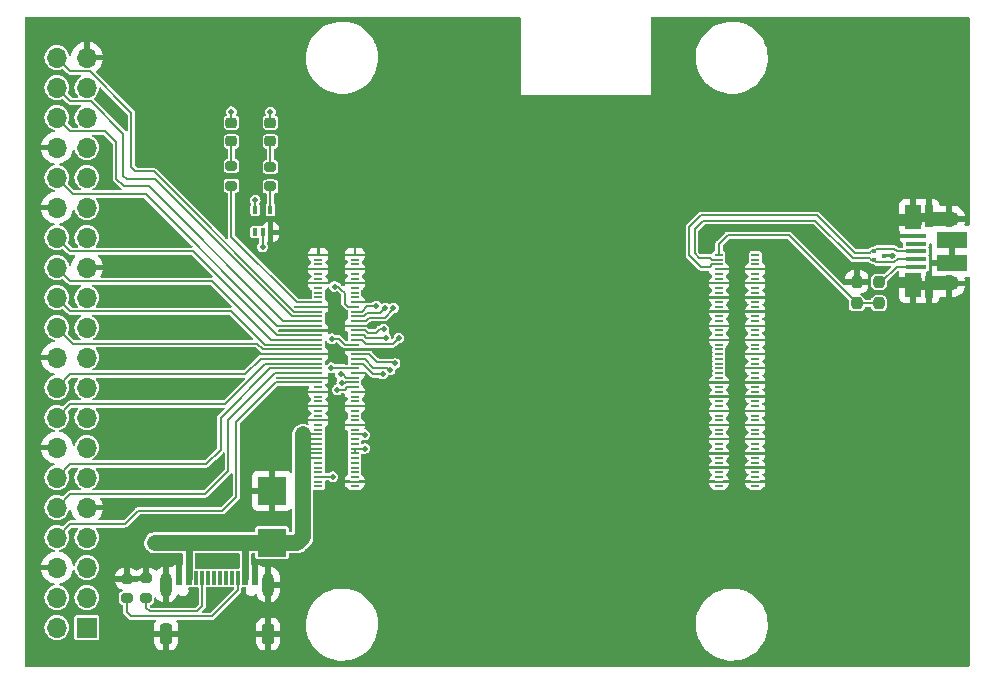
<source format=gbr>
%TF.GenerationSoftware,KiCad,Pcbnew,7.0.7*%
%TF.CreationDate,2024-02-26T19:43:43+01:00*%
%TF.ProjectId,rpi_cm4_bb,7270695f-636d-4345-9f62-622e6b696361,rev?*%
%TF.SameCoordinates,Original*%
%TF.FileFunction,Copper,L1,Top*%
%TF.FilePolarity,Positive*%
%FSLAX46Y46*%
G04 Gerber Fmt 4.6, Leading zero omitted, Abs format (unit mm)*
G04 Created by KiCad (PCBNEW 7.0.7) date 2024-02-26 19:43:43*
%MOMM*%
%LPD*%
G01*
G04 APERTURE LIST*
G04 Aperture macros list*
%AMRoundRect*
0 Rectangle with rounded corners*
0 $1 Rounding radius*
0 $2 $3 $4 $5 $6 $7 $8 $9 X,Y pos of 4 corners*
0 Add a 4 corners polygon primitive as box body*
4,1,4,$2,$3,$4,$5,$6,$7,$8,$9,$2,$3,0*
0 Add four circle primitives for the rounded corners*
1,1,$1+$1,$2,$3*
1,1,$1+$1,$4,$5*
1,1,$1+$1,$6,$7*
1,1,$1+$1,$8,$9*
0 Add four rect primitives between the rounded corners*
20,1,$1+$1,$2,$3,$4,$5,0*
20,1,$1+$1,$4,$5,$6,$7,0*
20,1,$1+$1,$6,$7,$8,$9,0*
20,1,$1+$1,$8,$9,$2,$3,0*%
G04 Aperture macros list end*
%TA.AperFunction,SMDPad,CuDef*%
%ADD10R,2.400000X2.400000*%
%TD*%
%TA.AperFunction,SMDPad,CuDef*%
%ADD11R,1.750000X0.400000*%
%TD*%
%TA.AperFunction,SMDPad,CuDef*%
%ADD12R,0.700000X1.825000*%
%TD*%
%TA.AperFunction,SMDPad,CuDef*%
%ADD13R,1.400000X2.000000*%
%TD*%
%TA.AperFunction,SMDPad,CuDef*%
%ADD14R,2.000000X1.300000*%
%TD*%
%TA.AperFunction,ComponentPad*%
%ADD15O,1.700000X1.300000*%
%TD*%
%TA.AperFunction,ComponentPad*%
%ADD16O,1.400000X1.000000*%
%TD*%
%TA.AperFunction,SMDPad,CuDef*%
%ADD17R,2.500000X1.425000*%
%TD*%
%TA.AperFunction,SMDPad,CuDef*%
%ADD18R,0.400000X0.650000*%
%TD*%
%TA.AperFunction,SMDPad,CuDef*%
%ADD19RoundRect,0.218750X0.256250X-0.218750X0.256250X0.218750X-0.256250X0.218750X-0.256250X-0.218750X0*%
%TD*%
%TA.AperFunction,SMDPad,CuDef*%
%ADD20RoundRect,0.200000X-0.275000X0.200000X-0.275000X-0.200000X0.275000X-0.200000X0.275000X0.200000X0*%
%TD*%
%TA.AperFunction,ComponentPad*%
%ADD21R,1.700000X1.700000*%
%TD*%
%TA.AperFunction,ComponentPad*%
%ADD22O,1.700000X1.700000*%
%TD*%
%TA.AperFunction,SMDPad,CuDef*%
%ADD23R,0.600000X1.150000*%
%TD*%
%TA.AperFunction,SMDPad,CuDef*%
%ADD24R,0.300000X1.150000*%
%TD*%
%TA.AperFunction,ComponentPad*%
%ADD25O,1.000000X2.100000*%
%TD*%
%TA.AperFunction,ComponentPad*%
%ADD26RoundRect,0.250000X-0.250000X-0.650000X0.250000X-0.650000X0.250000X0.650000X-0.250000X0.650000X0*%
%TD*%
%TA.AperFunction,SMDPad,CuDef*%
%ADD27R,0.300000X0.300000*%
%TD*%
%TA.AperFunction,SMDPad,CuDef*%
%ADD28RoundRect,0.200000X0.275000X-0.200000X0.275000X0.200000X-0.275000X0.200000X-0.275000X-0.200000X0*%
%TD*%
%TA.AperFunction,SMDPad,CuDef*%
%ADD29RoundRect,0.237500X0.237500X-0.250000X0.237500X0.250000X-0.237500X0.250000X-0.237500X-0.250000X0*%
%TD*%
%TA.AperFunction,SMDPad,CuDef*%
%ADD30RoundRect,0.237500X-0.237500X0.250000X-0.237500X-0.250000X0.237500X-0.250000X0.237500X0.250000X0*%
%TD*%
%TA.AperFunction,SMDPad,CuDef*%
%ADD31R,0.700000X0.200000*%
%TD*%
%TA.AperFunction,ViaPad*%
%ADD32C,0.508000*%
%TD*%
%TA.AperFunction,Conductor*%
%ADD33C,0.200000*%
%TD*%
%TA.AperFunction,Conductor*%
%ADD34C,1.350000*%
%TD*%
%TA.AperFunction,Conductor*%
%ADD35C,0.600000*%
%TD*%
G04 APERTURE END LIST*
D10*
%TO.P,TZ1,A*%
%TO.N,GND*%
X102423874Y-121518874D03*
%TO.P,TZ1,C*%
%TO.N,+5V*%
X102423874Y-125918874D03*
%TD*%
D11*
%TO.P,J2,1,VBUS*%
%TO.N,Net-(J2-VBUS)*%
X156954874Y-102542374D03*
%TO.P,J2,2,D-*%
%TO.N,/CM4 High Speed/USB2_N*%
X156954874Y-101892374D03*
%TO.P,J2,3,D+*%
%TO.N,/CM4 High Speed/USB2_P*%
X156954874Y-101242374D03*
%TO.P,J2,4,ID*%
%TO.N,unconnected-(J2-ID-Pad4)*%
X156954874Y-100592374D03*
%TO.P,J2,5,GND*%
%TO.N,GND*%
X156954874Y-99942374D03*
D12*
%TO.P,J2,6,Shield*%
X158074874Y-104229874D03*
D13*
X156714874Y-104092374D03*
D14*
X158844874Y-103967374D03*
D15*
X159774874Y-103967374D03*
D16*
X156744874Y-103667374D03*
D17*
X160024874Y-102204874D03*
X160024874Y-100279874D03*
D16*
X156744874Y-98817374D03*
D14*
X158844874Y-98517374D03*
D15*
X159774874Y-98517374D03*
D13*
X156714874Y-98342374D03*
D12*
X158074874Y-98254874D03*
%TD*%
D18*
%TO.P,U1,1*%
%TO.N,N/C*%
X100994874Y-99624874D03*
%TO.P,U1,2*%
%TO.N,/CM4 GPIO/nLED_PWR*%
X101644874Y-99624874D03*
%TO.P,U1,3,GND*%
%TO.N,GND*%
X102294874Y-99624874D03*
%TO.P,U1,4*%
%TO.N,Net-(R4-Pad2)*%
X102294874Y-97724874D03*
%TO.P,U1,5,VCC*%
%TO.N,+3.3V*%
X100994874Y-97724874D03*
%TD*%
D19*
%TO.P,D1,1,K*%
%TO.N,Net-(D1-K)*%
X98994874Y-91933874D03*
%TO.P,D1,2,A*%
%TO.N,+3.3V*%
X98994874Y-90358874D03*
%TD*%
D20*
%TO.P,R4,1*%
%TO.N,Net-(D2-K)*%
X102296874Y-94105874D03*
%TO.P,R4,2*%
%TO.N,Net-(R4-Pad2)*%
X102296874Y-95755874D03*
%TD*%
D21*
%TO.P,J3,1,Pin_1*%
%TO.N,+3.3V*%
X86749874Y-133099874D03*
D22*
%TO.P,J3,2,Pin_2*%
%TO.N,+5V*%
X84209874Y-133099874D03*
%TO.P,J3,3,Pin_3*%
%TO.N,/CM4 GPIO/GPIO2*%
X86749874Y-130559874D03*
%TO.P,J3,4,Pin_4*%
%TO.N,+5V*%
X84209874Y-130559874D03*
%TO.P,J3,5,Pin_5*%
%TO.N,/CM4 GPIO/GPIO3*%
X86749874Y-128019874D03*
%TO.P,J3,6,Pin_6*%
%TO.N,GND*%
X84209874Y-128019874D03*
%TO.P,J3,7,Pin_7*%
%TO.N,/CM4 GPIO/GPIO4*%
X86749874Y-125479874D03*
%TO.P,J3,8,Pin_8*%
%TO.N,/CM4 GPIO/GPIO14*%
X84209874Y-125479874D03*
%TO.P,J3,9,Pin_9*%
%TO.N,GND*%
X86749874Y-122939874D03*
%TO.P,J3,10,Pin_10*%
%TO.N,/CM4 GPIO/GPIO15*%
X84209874Y-122939874D03*
%TO.P,J3,11,Pin_11*%
%TO.N,/CM4 GPIO/GPIO17*%
X86749874Y-120399874D03*
%TO.P,J3,12,Pin_12*%
%TO.N,/CM4 GPIO/GPIO18*%
X84209874Y-120399874D03*
%TO.P,J3,13,Pin_13*%
%TO.N,/CM4 GPIO/GPIO27*%
X86749874Y-117859874D03*
%TO.P,J3,14,Pin_14*%
%TO.N,GND*%
X84209874Y-117859874D03*
%TO.P,J3,15,Pin_15*%
%TO.N,/CM4 GPIO/GPIO22*%
X86749874Y-115319874D03*
%TO.P,J3,16,Pin_16*%
%TO.N,/CM4 GPIO/GPIO23*%
X84209874Y-115319874D03*
%TO.P,J3,17,Pin_17*%
%TO.N,+3.3V*%
X86749874Y-112779874D03*
%TO.P,J3,18,Pin_18*%
%TO.N,/CM4 GPIO/GPIO24*%
X84209874Y-112779874D03*
%TO.P,J3,19,Pin_19*%
%TO.N,/CM4 GPIO/GPIO10*%
X86749874Y-110239874D03*
%TO.P,J3,20,Pin_20*%
%TO.N,GND*%
X84209874Y-110239874D03*
%TO.P,J3,21,Pin_21*%
%TO.N,/CM4 GPIO/GPIO9*%
X86749874Y-107699874D03*
%TO.P,J3,22,Pin_22*%
%TO.N,/CM4 GPIO/GPIO25*%
X84209874Y-107699874D03*
%TO.P,J3,23,Pin_23*%
%TO.N,/CM4 GPIO/GPIO11*%
X86749874Y-105159874D03*
%TO.P,J3,24,Pin_24*%
%TO.N,/CM4 GPIO/GPIO8*%
X84209874Y-105159874D03*
%TO.P,J3,25,Pin_25*%
%TO.N,GND*%
X86749874Y-102619874D03*
%TO.P,J3,26,Pin_26*%
%TO.N,/CM4 GPIO/GPIO7*%
X84209874Y-102619874D03*
%TO.P,J3,27,Pin_27*%
%TO.N,/CM4 GPIO/ID_SD*%
X86749874Y-100079874D03*
%TO.P,J3,28,Pin_28*%
%TO.N,/CM4 GPIO/ID_SC*%
X84209874Y-100079874D03*
%TO.P,J3,29,Pin_29*%
%TO.N,/CM4 GPIO/GPIO5*%
X86749874Y-97539874D03*
%TO.P,J3,30,Pin_30*%
%TO.N,GND*%
X84209874Y-97539874D03*
%TO.P,J3,31,Pin_31*%
%TO.N,/CM4 GPIO/GPIO6*%
X86749874Y-94999874D03*
%TO.P,J3,32,Pin_32*%
%TO.N,/CM4 GPIO/GPIO12*%
X84209874Y-94999874D03*
%TO.P,J3,33,Pin_33*%
%TO.N,/CM4 GPIO/GPIO13*%
X86749874Y-92459874D03*
%TO.P,J3,34,Pin_34*%
%TO.N,GND*%
X84209874Y-92459874D03*
%TO.P,J3,35,Pin_35*%
%TO.N,/CM4 GPIO/GPIO19*%
X86749874Y-89919874D03*
%TO.P,J3,36,Pin_36*%
%TO.N,/CM4 GPIO/GPIO16*%
X84209874Y-89919874D03*
%TO.P,J3,37,Pin_37*%
%TO.N,/CM4 GPIO/GPIO26*%
X86749874Y-87379874D03*
%TO.P,J3,38,Pin_38*%
%TO.N,/CM4 GPIO/GPIO20*%
X84209874Y-87379874D03*
%TO.P,J3,39,Pin_39*%
%TO.N,GND*%
X86749874Y-84839874D03*
%TO.P,J3,40,Pin_40*%
%TO.N,/CM4 GPIO/GPIO21*%
X84209874Y-84839874D03*
%TD*%
D23*
%TO.P,J1,A1_B12,GND*%
%TO.N,GND*%
X94573674Y-128885474D03*
%TO.P,J1,A4_B9,VBUS*%
%TO.N,+5V*%
X95373674Y-128885474D03*
D24*
%TO.P,J1,A5,CC1*%
%TO.N,Net-(J1-CC1)*%
X96523674Y-128885474D03*
%TO.P,J1,A6,DP1*%
%TO.N,unconnected-(J1-DP1-PadA6)*%
X97523674Y-128885474D03*
%TO.P,J1,A7,DN1*%
%TO.N,unconnected-(J1-DN1-PadA7)*%
X98023674Y-128885474D03*
%TO.P,J1,A8,SBU1*%
%TO.N,unconnected-(J1-SBU1-PadA8)*%
X99023674Y-128885474D03*
D23*
%TO.P,J1,B1_A12,GND*%
%TO.N,GND*%
X100973674Y-128885474D03*
%TO.P,J1,B4_A9,VBUS*%
%TO.N,+5V*%
X100173674Y-128885474D03*
D24*
%TO.P,J1,B5,CC2*%
%TO.N,Net-(J1-CC2)*%
X99523674Y-128885474D03*
%TO.P,J1,B6,DP2*%
%TO.N,unconnected-(J1-DP2-PadB6)*%
X98523674Y-128885474D03*
%TO.P,J1,B7,DN2*%
%TO.N,unconnected-(J1-DN2-PadB7)*%
X97023674Y-128885474D03*
%TO.P,J1,B8,SBU2*%
%TO.N,unconnected-(J1-SBU2-PadB8)*%
X96023674Y-128885474D03*
D25*
%TO.P,J1,SH1,SHELL_GND*%
%TO.N,GND*%
X93453674Y-129460474D03*
%TO.P,J1,SH2,SHELL_GND*%
X102093674Y-129460474D03*
D26*
%TO.P,J1,SH3,SHELL_GND*%
X93453674Y-133640474D03*
%TO.P,J1,SH4,SHELL_GND*%
X102093674Y-133640474D03*
%TD*%
D27*
%TO.P,U2,1,D+*%
%TO.N,/CM4 High Speed/USB2_P*%
X153394874Y-101254874D03*
%TO.P,U2,2,D-*%
%TO.N,/CM4 High Speed/USB2_N*%
X153394874Y-101954874D03*
%TO.P,U2,3,GND*%
%TO.N,GND*%
X154244874Y-101604874D03*
%TD*%
D28*
%TO.P,R2,1*%
%TO.N,Net-(J1-CC2)*%
X90114874Y-130604874D03*
%TO.P,R2,2*%
%TO.N,GND*%
X90114874Y-128954874D03*
%TD*%
D29*
%TO.P,R6,1*%
%TO.N,/CM4 High Speed/USB_OTG_ID*%
X151938874Y-105648374D03*
%TO.P,R6,2*%
%TO.N,GND*%
X151938874Y-103823374D03*
%TD*%
D28*
%TO.P,R1,1*%
%TO.N,Net-(J1-CC1)*%
X91784874Y-130594874D03*
%TO.P,R1,2*%
%TO.N,GND*%
X91784874Y-128944874D03*
%TD*%
D20*
%TO.P,R3,1*%
%TO.N,Net-(D1-K)*%
X98994874Y-94042874D03*
%TO.P,R3,2*%
%TO.N,/CM4 GPIO/nLED_Activity*%
X98994874Y-95692874D03*
%TD*%
D30*
%TO.P,R5,1*%
%TO.N,Net-(J2-VBUS)*%
X153818874Y-103820874D03*
%TO.P,R5,2*%
%TO.N,/CM4 High Speed/USB_OTG_ID*%
X153818874Y-105645874D03*
%TD*%
D19*
%TO.P,D2,1,K*%
%TO.N,Net-(D2-K)*%
X102296874Y-91933874D03*
%TO.P,D2,2,A*%
%TO.N,+3.3V*%
X102296874Y-90358874D03*
%TD*%
D31*
%TO.P,U3,1,GND*%
%TO.N,GND*%
X106350000Y-101550000D03*
%TO.P,U3,2,GND*%
X109430000Y-101550000D03*
%TO.P,U3,3,Ethernet_Pair3_P*%
%TO.N,unconnected-(U3A-Ethernet_Pair3_P-Pad3)*%
X106350000Y-101950000D03*
%TO.P,U3,4,Ethernet_Pair1_P*%
%TO.N,unconnected-(U3A-Ethernet_Pair1_P-Pad4)*%
X109430000Y-101950000D03*
%TO.P,U3,5,Ethernet_Pair3_N*%
%TO.N,unconnected-(U3A-Ethernet_Pair3_N-Pad5)*%
X106350000Y-102350000D03*
%TO.P,U3,6,Ethernet_Pair1_N*%
%TO.N,unconnected-(U3A-Ethernet_Pair1_N-Pad6)*%
X109430000Y-102350000D03*
%TO.P,U3,7,GND*%
%TO.N,GND*%
X106350000Y-102750000D03*
%TO.P,U3,8,GND*%
X109430000Y-102750000D03*
%TO.P,U3,9,Ethernet_Pair2_N*%
%TO.N,unconnected-(U3A-Ethernet_Pair2_N-Pad9)*%
X106350000Y-103150000D03*
%TO.P,U3,10,Ethernet_Pair0_N*%
%TO.N,unconnected-(U3A-Ethernet_Pair0_N-Pad10)*%
X109430000Y-103150000D03*
%TO.P,U3,11,Ethernet_Pair2_P*%
%TO.N,unconnected-(U3A-Ethernet_Pair2_P-Pad11)*%
X106350000Y-103550000D03*
%TO.P,U3,12,Ethernet_Pair0_P*%
%TO.N,unconnected-(U3A-Ethernet_Pair0_P-Pad12)*%
X109430000Y-103550000D03*
%TO.P,U3,13,GND*%
%TO.N,GND*%
X106350000Y-103950000D03*
%TO.P,U3,14,GND*%
X109430000Y-103950000D03*
%TO.P,U3,15,~{Ethernet_nLED3}*%
%TO.N,unconnected-(U3A-~{Ethernet_nLED3}-Pad15)*%
X106350000Y-104350000D03*
%TO.P,U3,16,Ethernet_SYNC_IN*%
%TO.N,unconnected-(U3A-Ethernet_SYNC_IN-Pad16)*%
X109430000Y-104350000D03*
%TO.P,U3,17,~{Ethernet_nLED2}*%
%TO.N,unconnected-(U3A-~{Ethernet_nLED2}-Pad17)*%
X106350000Y-104750000D03*
%TO.P,U3,18,Ethernet_SYNC_OUT*%
%TO.N,unconnected-(U3A-Ethernet_SYNC_OUT-Pad18)*%
X109430000Y-104750000D03*
%TO.P,U3,19,~{Ethernet_nLED1}*%
%TO.N,unconnected-(U3A-~{Ethernet_nLED1}-Pad19)*%
X106350000Y-105150000D03*
%TO.P,U3,20,EEPROM_nWP*%
%TO.N,unconnected-(U3A-EEPROM_nWP-Pad20)*%
X109430000Y-105150000D03*
%TO.P,U3,21,~{Pi_nLED_Activity}*%
%TO.N,/CM4 GPIO/nLED_Activity*%
X106350000Y-105550000D03*
%TO.P,U3,22,GND*%
%TO.N,GND*%
X109430000Y-105550000D03*
%TO.P,U3,23,GND*%
X106350000Y-105950000D03*
%TO.P,U3,24,GPIO26*%
%TO.N,/CM4 GPIO/GPIO26*%
X109430000Y-105950000D03*
%TO.P,U3,25,GPIO21*%
%TO.N,/CM4 GPIO/GPIO21*%
X106350000Y-106350000D03*
%TO.P,U3,26,GPIO19*%
%TO.N,/CM4 GPIO/GPIO19*%
X109430000Y-106350000D03*
%TO.P,U3,27,GPIO20*%
%TO.N,/CM4 GPIO/GPIO20*%
X106350000Y-106750000D03*
%TO.P,U3,28,GPIO13*%
%TO.N,/CM4 GPIO/GPIO13*%
X109430000Y-106750000D03*
%TO.P,U3,29,GPIO16*%
%TO.N,/CM4 GPIO/GPIO16*%
X106350000Y-107150000D03*
%TO.P,U3,30,GPIO6*%
%TO.N,/CM4 GPIO/GPIO6*%
X109430000Y-107150000D03*
%TO.P,U3,31,GPIO12*%
%TO.N,/CM4 GPIO/GPIO12*%
X106350000Y-107550000D03*
%TO.P,U3,32,GND*%
%TO.N,GND*%
X109430000Y-107550000D03*
%TO.P,U3,33,GND*%
X106350000Y-107950000D03*
%TO.P,U3,34,GPIO5*%
%TO.N,/CM4 GPIO/GPIO5*%
X109430000Y-107950000D03*
%TO.P,U3,35,ID_SC*%
%TO.N,/CM4 GPIO/ID_SC*%
X106350000Y-108350000D03*
%TO.P,U3,36,ID_SD*%
%TO.N,/CM4 GPIO/ID_SD*%
X109430000Y-108350000D03*
%TO.P,U3,37,GPIO7*%
%TO.N,/CM4 GPIO/GPIO7*%
X106350000Y-108750000D03*
%TO.P,U3,38,GPIO11*%
%TO.N,/CM4 GPIO/GPIO11*%
X109430000Y-108750000D03*
%TO.P,U3,39,GPIO8*%
%TO.N,/CM4 GPIO/GPIO8*%
X106350000Y-109150000D03*
%TO.P,U3,40,GPIO9*%
%TO.N,/CM4 GPIO/GPIO9*%
X109430000Y-109150000D03*
%TO.P,U3,41,GPIO25*%
%TO.N,/CM4 GPIO/GPIO25*%
X106350000Y-109550000D03*
%TO.P,U3,42,GND*%
%TO.N,GND*%
X109430000Y-109550000D03*
%TO.P,U3,43,GND*%
X106350000Y-109950000D03*
%TO.P,U3,44,GPIO10*%
%TO.N,/CM4 GPIO/GPIO10*%
X109430000Y-109950000D03*
%TO.P,U3,45,GPIO24*%
%TO.N,/CM4 GPIO/GPIO24*%
X106350000Y-110350000D03*
%TO.P,U3,46,GPIO22*%
%TO.N,/CM4 GPIO/GPIO22*%
X109430000Y-110350000D03*
%TO.P,U3,47,GPIO23*%
%TO.N,/CM4 GPIO/GPIO23*%
X106350000Y-110750000D03*
%TO.P,U3,48,GPIO27*%
%TO.N,/CM4 GPIO/GPIO27*%
X109430000Y-110750000D03*
%TO.P,U3,49,GPIO18*%
%TO.N,/CM4 GPIO/GPIO18*%
X106350000Y-111150000D03*
%TO.P,U3,50,GPIO17*%
%TO.N,/CM4 GPIO/GPIO17*%
X109430000Y-111150000D03*
%TO.P,U3,51,GPIO15*%
%TO.N,/CM4 GPIO/GPIO15*%
X106350000Y-111550000D03*
%TO.P,U3,52,GND*%
%TO.N,GND*%
X109430000Y-111550000D03*
%TO.P,U3,53,GND*%
X106350000Y-111950000D03*
%TO.P,U3,54,GPIO4*%
%TO.N,/CM4 GPIO/GPIO4*%
X109430000Y-111950000D03*
%TO.P,U3,55,GPIO14*%
%TO.N,/CM4 GPIO/GPIO14*%
X106350000Y-112350000D03*
%TO.P,U3,56,GPIO3*%
%TO.N,/CM4 GPIO/GPIO3*%
X109430000Y-112350000D03*
%TO.P,U3,57,SD_CLK*%
%TO.N,unconnected-(U3A-SD_CLK-Pad57)*%
X106350000Y-112750000D03*
%TO.P,U3,58,GPIO2*%
%TO.N,/CM4 GPIO/GPIO2*%
X109430000Y-112750000D03*
%TO.P,U3,59,GND*%
%TO.N,GND*%
X106350000Y-113150000D03*
%TO.P,U3,60,GND*%
X109430000Y-113150000D03*
%TO.P,U3,61,SD_DAT3*%
%TO.N,unconnected-(U3A-SD_DAT3-Pad61)*%
X106350000Y-113550000D03*
%TO.P,U3,62,SD_CMD*%
%TO.N,unconnected-(U3A-SD_CMD-Pad62)*%
X109430000Y-113550000D03*
%TO.P,U3,63,SD_DAT0*%
%TO.N,unconnected-(U3A-SD_DAT0-Pad63)*%
X106350000Y-113950000D03*
%TO.P,U3,64,SD_DAT5*%
%TO.N,unconnected-(U3A-SD_DAT5-Pad64)*%
X109430000Y-113950000D03*
%TO.P,U3,65,GND*%
%TO.N,GND*%
X106350000Y-114350000D03*
%TO.P,U3,66,GND*%
X109430000Y-114350000D03*
%TO.P,U3,67,SD_DAT1*%
%TO.N,unconnected-(U3A-SD_DAT1-Pad67)*%
X106350000Y-114750000D03*
%TO.P,U3,68,SD_DAT4*%
%TO.N,unconnected-(U3A-SD_DAT4-Pad68)*%
X109430000Y-114750000D03*
%TO.P,U3,69,SD_DAT2*%
%TO.N,unconnected-(U3A-SD_DAT2-Pad69)*%
X106350000Y-115150000D03*
%TO.P,U3,70,SD_DAT7*%
%TO.N,unconnected-(U3A-SD_DAT7-Pad70)*%
X109430000Y-115150000D03*
%TO.P,U3,71,GND*%
%TO.N,GND*%
X106350000Y-115550000D03*
%TO.P,U3,72,SD_DAT6*%
%TO.N,unconnected-(U3A-SD_DAT6-Pad72)*%
X109430000Y-115550000D03*
%TO.P,U3,73,SD_VDD_Override*%
%TO.N,unconnected-(U3A-SD_VDD_Override-Pad73)*%
X106350000Y-115950000D03*
%TO.P,U3,74,GND*%
%TO.N,GND*%
X109430000Y-115950000D03*
%TO.P,U3,75,SD_PWR_ON*%
%TO.N,unconnected-(U3A-SD_PWR_ON-Pad75)*%
X106350000Y-116350000D03*
%TO.P,U3,76,Reserved*%
%TO.N,unconnected-(U3A-Reserved-Pad76)*%
X109430000Y-116350000D03*
%TO.P,U3,77,+5V*%
%TO.N,+5V*%
X106350000Y-116750000D03*
%TO.P,U3,78,GPIO_VREF*%
%TO.N,+3.3V*%
X109430000Y-116750000D03*
%TO.P,U3,79,+5V*%
%TO.N,+5V*%
X106350000Y-117150000D03*
%TO.P,U3,80,I2C_SCL0*%
%TO.N,unconnected-(U3A-I2C_SCL0-Pad80)*%
X109430000Y-117150000D03*
%TO.P,U3,81,+5V*%
%TO.N,+5V*%
X106350000Y-117550000D03*
%TO.P,U3,82,I2C_SDA0*%
%TO.N,unconnected-(U3A-I2C_SDA0-Pad82)*%
X109430000Y-117550000D03*
%TO.P,U3,83,+5V*%
%TO.N,+5V*%
X106350000Y-117950000D03*
%TO.P,U3,84,CM4_3.3V_Out*%
%TO.N,+3.3V*%
X109430000Y-117950000D03*
%TO.P,U3,85,+5V*%
%TO.N,+5V*%
X106350000Y-118350000D03*
%TO.P,U3,86,CM4_3.3V_Out*%
%TO.N,+3.3V*%
X109430000Y-118350000D03*
%TO.P,U3,87,+5V*%
%TO.N,+5V*%
X106350000Y-118750000D03*
%TO.P,U3,88,CM4_1.8V_Out*%
%TO.N,unconnected-(U3A-CM4_1.8V_Out-Pad88)*%
X109430000Y-118750000D03*
%TO.P,U3,89,~{WL_nDisable}*%
%TO.N,unconnected-(U3A-~{WL_nDisable}-Pad89)*%
X106350000Y-119150000D03*
%TO.P,U3,90,CM4_1.8V_Out*%
%TO.N,unconnected-(U3A-CM4_1.8V_Out-Pad90)*%
X109430000Y-119150000D03*
%TO.P,U3,91,~{BT_nDisable}*%
%TO.N,unconnected-(U3A-~{BT_nDisable}-Pad91)*%
X106350000Y-119550000D03*
%TO.P,U3,92,RUN_PG*%
%TO.N,unconnected-(U3A-RUN_PG-Pad92)*%
X109430000Y-119550000D03*
%TO.P,U3,93,~{nRPIBOOT}*%
%TO.N,unconnected-(U3A-~{nRPIBOOT}-Pad93)*%
X106350000Y-119950000D03*
%TO.P,U3,94,AnalogIP1*%
%TO.N,unconnected-(U3A-AnalogIP1-Pad94)*%
X109430000Y-119950000D03*
%TO.P,U3,95,~{PI_LED_nPWR}*%
%TO.N,/CM4 GPIO/nLED_PWR*%
X106350000Y-120350000D03*
%TO.P,U3,96,AnalogIP0*%
%TO.N,unconnected-(U3A-AnalogIP0-Pad96)*%
X109430000Y-120350000D03*
%TO.P,U3,97,Camera_GPIO*%
%TO.N,unconnected-(U3A-Camera_GPIO-Pad97)*%
X106350000Y-120750000D03*
%TO.P,U3,98,GND*%
%TO.N,GND*%
X109430000Y-120750000D03*
%TO.P,U3,99,GLOBAL_EN*%
%TO.N,unconnected-(U3A-GLOBAL_EN-Pad99)*%
X106350000Y-121150000D03*
%TO.P,U3,100,~{nEXTRST}*%
%TO.N,unconnected-(U3A-~{nEXTRST}-Pad100)*%
X109430000Y-121150000D03*
%TO.P,U3,101,USB_OTG_ID*%
%TO.N,/CM4 High Speed/USB_OTG_ID*%
X140270000Y-101550000D03*
%TO.P,U3,102,~{PCIe_CLK_nREQ}*%
%TO.N,unconnected-(U3B-~{PCIe_CLK_nREQ}-Pad102)*%
X143350000Y-101550000D03*
%TO.P,U3,103,USB_N*%
%TO.N,/CM4 High Speed/USB2_N*%
X140270000Y-101950000D03*
%TO.P,U3,104,Reserved*%
%TO.N,unconnected-(U3B-Reserved-Pad104)*%
X143350000Y-101950000D03*
%TO.P,U3,105,USB_P*%
%TO.N,/CM4 High Speed/USB2_P*%
X140270000Y-102350000D03*
%TO.P,U3,106,Reserved*%
%TO.N,unconnected-(U3B-Reserved-Pad106)*%
X143350000Y-102350000D03*
%TO.P,U3,107,GND*%
%TO.N,GND*%
X140270000Y-102750000D03*
%TO.P,U3,108,GND*%
X143350000Y-102750000D03*
%TO.P,U3,109,~{PCIe_nRST}*%
%TO.N,unconnected-(U3B-~{PCIe_nRST}-Pad109)*%
X140270000Y-103150000D03*
%TO.P,U3,110,PCIe_CLK_P*%
%TO.N,unconnected-(U3B-PCIe_CLK_P-Pad110)*%
X143350000Y-103150000D03*
%TO.P,U3,111,VDAC_COMP*%
%TO.N,unconnected-(U3B-VDAC_COMP-Pad111)*%
X140270000Y-103550000D03*
%TO.P,U3,112,PCIe_CLK_N*%
%TO.N,unconnected-(U3B-PCIe_CLK_N-Pad112)*%
X143350000Y-103550000D03*
%TO.P,U3,113,GND*%
%TO.N,GND*%
X140270000Y-103950000D03*
%TO.P,U3,114,GND*%
X143350000Y-103950000D03*
%TO.P,U3,115,CAM1_D0_N*%
%TO.N,unconnected-(U3B-CAM1_D0_N-Pad115)*%
X140270000Y-104350000D03*
%TO.P,U3,116,PCIe_RX_P*%
%TO.N,unconnected-(U3B-PCIe_RX_P-Pad116)*%
X143350000Y-104350000D03*
%TO.P,U3,117,CAM1_D0_P*%
%TO.N,unconnected-(U3B-CAM1_D0_P-Pad117)*%
X140270000Y-104750000D03*
%TO.P,U3,118,PCIe_RX_N*%
%TO.N,unconnected-(U3B-PCIe_RX_N-Pad118)*%
X143350000Y-104750000D03*
%TO.P,U3,119,GND*%
%TO.N,GND*%
X140270000Y-105150000D03*
%TO.P,U3,120,GND*%
X143350000Y-105150000D03*
%TO.P,U3,121,CAM1_D1_N*%
%TO.N,unconnected-(U3B-CAM1_D1_N-Pad121)*%
X140270000Y-105550000D03*
%TO.P,U3,122,PCIe_TX_P*%
%TO.N,unconnected-(U3B-PCIe_TX_P-Pad122)*%
X143350000Y-105550000D03*
%TO.P,U3,123,CAM1_D1_P*%
%TO.N,unconnected-(U3B-CAM1_D1_P-Pad123)*%
X140270000Y-105950000D03*
%TO.P,U3,124,PCIe_TX_N*%
%TO.N,unconnected-(U3B-PCIe_TX_N-Pad124)*%
X143350000Y-105950000D03*
%TO.P,U3,125,GND*%
%TO.N,GND*%
X140270000Y-106350000D03*
%TO.P,U3,126,GND*%
X143350000Y-106350000D03*
%TO.P,U3,127,CAM1_C_N*%
%TO.N,unconnected-(U3B-CAM1_C_N-Pad127)*%
X140270000Y-106750000D03*
%TO.P,U3,128,CAM0_D0_N*%
%TO.N,unconnected-(U3B-CAM0_D0_N-Pad128)*%
X143350000Y-106750000D03*
%TO.P,U3,129,CAM1_C_P*%
%TO.N,unconnected-(U3B-CAM1_C_P-Pad129)*%
X140270000Y-107150000D03*
%TO.P,U3,130,CAM0_D0_P*%
%TO.N,unconnected-(U3B-CAM0_D0_P-Pad130)*%
X143350000Y-107150000D03*
%TO.P,U3,131,GND*%
%TO.N,GND*%
X140270000Y-107550000D03*
%TO.P,U3,132,GND*%
X143350000Y-107550000D03*
%TO.P,U3,133,CAM1_D2_N*%
%TO.N,unconnected-(U3B-CAM1_D2_N-Pad133)*%
X140270000Y-107950000D03*
%TO.P,U3,134,CAM0_D1_N*%
%TO.N,unconnected-(U3B-CAM0_D1_N-Pad134)*%
X143350000Y-107950000D03*
%TO.P,U3,135,CAM1_D2_P*%
%TO.N,unconnected-(U3B-CAM1_D2_P-Pad135)*%
X140270000Y-108350000D03*
%TO.P,U3,136,CAM0_D1_P*%
%TO.N,unconnected-(U3B-CAM0_D1_P-Pad136)*%
X143350000Y-108350000D03*
%TO.P,U3,137,GND*%
%TO.N,GND*%
X140270000Y-108750000D03*
%TO.P,U3,138,GND*%
X143350000Y-108750000D03*
%TO.P,U3,139,CAM1_D3_N*%
%TO.N,unconnected-(U3B-CAM1_D3_N-Pad139)*%
X140270000Y-109150000D03*
%TO.P,U3,140,CAM0_C_N*%
%TO.N,unconnected-(U3B-CAM0_C_N-Pad140)*%
X143350000Y-109150000D03*
%TO.P,U3,141,CAM1_D3_P*%
%TO.N,unconnected-(U3B-CAM1_D3_P-Pad141)*%
X140270000Y-109550000D03*
%TO.P,U3,142,CAM0_C_P*%
%TO.N,unconnected-(U3B-CAM0_C_P-Pad142)*%
X143350000Y-109550000D03*
%TO.P,U3,143,HDMI1_HOTPLUG*%
%TO.N,unconnected-(U3B-HDMI1_HOTPLUG-Pad143)*%
X140270000Y-109950000D03*
%TO.P,U3,144,GND*%
%TO.N,GND*%
X143350000Y-109950000D03*
%TO.P,U3,145,HDMI1_SDA*%
%TO.N,unconnected-(U3B-HDMI1_SDA-Pad145)*%
X140270000Y-110350000D03*
%TO.P,U3,146,HDMI1_TX2_P*%
%TO.N,unconnected-(U3B-HDMI1_TX2_P-Pad146)*%
X143350000Y-110350000D03*
%TO.P,U3,147,HDMI1_SCL*%
%TO.N,unconnected-(U3B-HDMI1_SCL-Pad147)*%
X140270000Y-110750000D03*
%TO.P,U3,148,HDMI1_TX2_N*%
%TO.N,unconnected-(U3B-HDMI1_TX2_N-Pad148)*%
X143350000Y-110750000D03*
%TO.P,U3,149,HDMI1_CEC*%
%TO.N,unconnected-(U3B-HDMI1_CEC-Pad149)*%
X140270000Y-111150000D03*
%TO.P,U3,150,GND*%
%TO.N,GND*%
X143350000Y-111150000D03*
%TO.P,U3,151,HDMI0_CEC*%
%TO.N,unconnected-(U3B-HDMI0_CEC-Pad151)*%
X140270000Y-111550000D03*
%TO.P,U3,152,HDMI1_TX1_P*%
%TO.N,unconnected-(U3B-HDMI1_TX1_P-Pad152)*%
X143350000Y-111550000D03*
%TO.P,U3,153,HDMI0_HOTPLUG*%
%TO.N,unconnected-(U3B-HDMI0_HOTPLUG-Pad153)*%
X140270000Y-111950000D03*
%TO.P,U3,154,HDMI1_TX1_N*%
%TO.N,unconnected-(U3B-HDMI1_TX1_N-Pad154)*%
X143350000Y-111950000D03*
%TO.P,U3,155,GND*%
%TO.N,GND*%
X140270000Y-112350000D03*
%TO.P,U3,156,GND*%
X143350000Y-112350000D03*
%TO.P,U3,157,DSI0_D0_N*%
%TO.N,unconnected-(U3B-DSI0_D0_N-Pad157)*%
X140270000Y-112750000D03*
%TO.P,U3,158,HDMI1_TX0_P*%
%TO.N,unconnected-(U3B-HDMI1_TX0_P-Pad158)*%
X143350000Y-112750000D03*
%TO.P,U3,159,DSI0_D0_P*%
%TO.N,unconnected-(U3B-DSI0_D0_P-Pad159)*%
X140270000Y-113150000D03*
%TO.P,U3,160,HDMI1_TX0_N*%
%TO.N,unconnected-(U3B-HDMI1_TX0_N-Pad160)*%
X143350000Y-113150000D03*
%TO.P,U3,161,GND*%
%TO.N,GND*%
X140270000Y-113550000D03*
%TO.P,U3,162,GND*%
X143350000Y-113550000D03*
%TO.P,U3,163,DSI0_D1_N*%
%TO.N,unconnected-(U3B-DSI0_D1_N-Pad163)*%
X140270000Y-113950000D03*
%TO.P,U3,164,HDMI1_CLK_P*%
%TO.N,unconnected-(U3B-HDMI1_CLK_P-Pad164)*%
X143350000Y-113950000D03*
%TO.P,U3,165,DSI0_D1_P*%
%TO.N,unconnected-(U3B-DSI0_D1_P-Pad165)*%
X140270000Y-114350000D03*
%TO.P,U3,166,HDMI1_CLK_N*%
%TO.N,unconnected-(U3B-HDMI1_CLK_N-Pad166)*%
X143350000Y-114350000D03*
%TO.P,U3,167,GND*%
%TO.N,GND*%
X140270000Y-114750000D03*
%TO.P,U3,168,GND*%
X143350000Y-114750000D03*
%TO.P,U3,169,DSI0_C_N*%
%TO.N,unconnected-(U3B-DSI0_C_N-Pad169)*%
X140270000Y-115150000D03*
%TO.P,U3,170,HDMI0_TX2_P*%
%TO.N,unconnected-(U3B-HDMI0_TX2_P-Pad170)*%
X143350000Y-115150000D03*
%TO.P,U3,171,DSI0_C_P*%
%TO.N,unconnected-(U3B-DSI0_C_P-Pad171)*%
X140270000Y-115550000D03*
%TO.P,U3,172,HDMI0_TX2_N*%
%TO.N,unconnected-(U3B-HDMI0_TX2_N-Pad172)*%
X143350000Y-115550000D03*
%TO.P,U3,173,GND*%
%TO.N,GND*%
X140270000Y-115950000D03*
%TO.P,U3,174,GND*%
X143350000Y-115950000D03*
%TO.P,U3,175,DSI1_D0_N*%
%TO.N,unconnected-(U3B-DSI1_D0_N-Pad175)*%
X140270000Y-116350000D03*
%TO.P,U3,176,HDMI0_TX1_P*%
%TO.N,unconnected-(U3B-HDMI0_TX1_P-Pad176)*%
X143350000Y-116350000D03*
%TO.P,U3,177,DSI1_D0_P*%
%TO.N,unconnected-(U3B-DSI1_D0_P-Pad177)*%
X140270000Y-116750000D03*
%TO.P,U3,178,HDMI0_TX1_N*%
%TO.N,unconnected-(U3B-HDMI0_TX1_N-Pad178)*%
X143350000Y-116750000D03*
%TO.P,U3,179,GND*%
%TO.N,GND*%
X140270000Y-117150000D03*
%TO.P,U3,180,GND*%
X143350000Y-117150000D03*
%TO.P,U3,181,DSI1_D1_N*%
%TO.N,unconnected-(U3B-DSI1_D1_N-Pad181)*%
X140270000Y-117550000D03*
%TO.P,U3,182,HDMI0_TX0_P*%
%TO.N,unconnected-(U3B-HDMI0_TX0_P-Pad182)*%
X143350000Y-117550000D03*
%TO.P,U3,183,DSI1_D1_P*%
%TO.N,unconnected-(U3B-DSI1_D1_P-Pad183)*%
X140270000Y-117950000D03*
%TO.P,U3,184,HDMI0_TX0_N*%
%TO.N,unconnected-(U3B-HDMI0_TX0_N-Pad184)*%
X143350000Y-117950000D03*
%TO.P,U3,185,GND*%
%TO.N,GND*%
X140270000Y-118350000D03*
%TO.P,U3,186,GND*%
X143350000Y-118350000D03*
%TO.P,U3,187,DSI1_C_N*%
%TO.N,unconnected-(U3B-DSI1_C_N-Pad187)*%
X140270000Y-118750000D03*
%TO.P,U3,188,HDMI0_CLK_P*%
%TO.N,unconnected-(U3B-HDMI0_CLK_P-Pad188)*%
X143350000Y-118750000D03*
%TO.P,U3,189,DSI1_C_P*%
%TO.N,unconnected-(U3B-DSI1_C_P-Pad189)*%
X140270000Y-119150000D03*
%TO.P,U3,190,HDMI0_CLK_N*%
%TO.N,unconnected-(U3B-HDMI0_CLK_N-Pad190)*%
X143350000Y-119150000D03*
%TO.P,U3,191,GND*%
%TO.N,GND*%
X140270000Y-119550000D03*
%TO.P,U3,192,GND*%
X143350000Y-119550000D03*
%TO.P,U3,193,DSI1_D2_N*%
%TO.N,unconnected-(U3B-DSI1_D2_N-Pad193)*%
X140270000Y-119950000D03*
%TO.P,U3,194,DSI1_D3_N*%
%TO.N,unconnected-(U3B-DSI1_D3_N-Pad194)*%
X143350000Y-119950000D03*
%TO.P,U3,195,DSI1_D2_P*%
%TO.N,unconnected-(U3B-DSI1_D2_P-Pad195)*%
X140270000Y-120350000D03*
%TO.P,U3,196,DSI1_D3_P*%
%TO.N,unconnected-(U3B-DSI1_D3_P-Pad196)*%
X143350000Y-120350000D03*
%TO.P,U3,197,GND*%
%TO.N,GND*%
X140270000Y-120750000D03*
%TO.P,U3,198,GND*%
X143350000Y-120750000D03*
%TO.P,U3,199,HDMI0_SDA*%
%TO.N,unconnected-(U3B-HDMI0_SDA-Pad199)*%
X140270000Y-121150000D03*
%TO.P,U3,200,HDMI0_SCL*%
%TO.N,unconnected-(U3B-HDMI0_SCL-Pad200)*%
X143350000Y-121150000D03*
%TD*%
D32*
%TO.N,+3.3V*%
X100994874Y-96904874D03*
X110272474Y-117943274D03*
X102294874Y-89464874D03*
X98994874Y-89434874D03*
X110272474Y-116774874D03*
%TO.N,GND*%
X127950874Y-88580874D03*
X130998874Y-88580874D03*
X122870874Y-88072874D03*
X90358874Y-104328874D03*
X128966874Y-88580874D03*
X135062874Y-82992874D03*
X135062874Y-88072874D03*
X135062874Y-87056874D03*
X125918874Y-88580874D03*
X135062874Y-86040874D03*
X88580874Y-94168874D03*
X135062874Y-81976874D03*
X92898874Y-108392874D03*
X135062874Y-84008874D03*
X92898874Y-121092874D03*
X122870874Y-84008874D03*
X92898874Y-116774874D03*
X134046874Y-88580874D03*
X132014874Y-88580874D03*
X122870874Y-85024874D03*
X97284874Y-130814874D03*
X122870874Y-87056874D03*
X92898874Y-98994874D03*
X122870874Y-81976874D03*
X124902874Y-88580874D03*
X92898874Y-112710874D03*
X122870874Y-82992874D03*
X133030874Y-88580874D03*
X122870874Y-86040874D03*
X154894874Y-101604874D03*
X129982874Y-88580874D03*
X88580874Y-88834874D03*
X123886874Y-88580874D03*
X126934874Y-88580874D03*
X135062874Y-85024874D03*
X97826474Y-127392074D03*
%TO.N,+5V*%
X93203674Y-126274474D03*
X93800000Y-125563274D03*
X93203674Y-125563274D03*
X93813274Y-126274474D03*
%TO.N,/CM4 GPIO/GPIO2*%
X107962233Y-112952167D03*
%TO.N,/CM4 GPIO/GPIO3*%
X108342074Y-112355274D03*
%TO.N,/CM4 GPIO/GPIO4*%
X108225761Y-111657398D03*
%TO.N,/CM4 GPIO/GPIO17*%
X107427674Y-111103898D03*
%TO.N,/CM4 GPIO/GPIO27*%
X111796474Y-111644074D03*
%TO.N,/CM4 GPIO/GPIO22*%
X112417587Y-111305285D03*
%TO.N,/CM4 GPIO/GPIO10*%
X112842970Y-110739945D03*
%TO.N,/CM4 GPIO/GPIO9*%
X107478474Y-108646874D03*
%TO.N,/CM4 GPIO/GPIO11*%
X113157974Y-108596074D03*
%TO.N,/CM4 GPIO/ID_SD*%
X112050474Y-108545274D03*
%TO.N,/CM4 GPIO/GPIO5*%
X111898074Y-107834074D03*
%TO.N,/CM4 GPIO/GPIO6*%
X112710874Y-106056074D03*
%TO.N,/CM4 GPIO/GPIO13*%
X111999674Y-106056074D03*
%TO.N,/CM4 GPIO/GPIO19*%
X111237674Y-105903674D03*
%TO.N,/CM4 GPIO/GPIO26*%
X107732474Y-104227274D03*
%TO.N,/CM4 GPIO/nLED_PWR*%
X101634874Y-100874874D03*
X107580074Y-120330874D03*
%TD*%
D33*
%TO.N,Net-(D1-K)*%
X98994874Y-91933874D02*
X98994874Y-94042874D01*
%TO.N,+3.3V*%
X109429874Y-117949874D02*
X109429874Y-118349874D01*
X98994874Y-90358874D02*
X98994874Y-89434874D01*
X102296874Y-89466874D02*
X102294874Y-89464874D01*
X109429874Y-117949874D02*
X110265874Y-117949874D01*
X109429874Y-116749874D02*
X110247474Y-116749874D01*
X110247474Y-116749874D02*
X110272474Y-116774874D01*
X100994874Y-97724874D02*
X100994874Y-96904874D01*
X102296874Y-90358874D02*
X102296874Y-89466874D01*
X110265874Y-117949874D02*
X110272474Y-117943274D01*
%TO.N,Net-(D2-K)*%
X102296874Y-91933874D02*
X102296874Y-94105874D01*
%TO.N,GND*%
X154244874Y-101604874D02*
X154894874Y-101604874D01*
%TO.N,+5V*%
X106349874Y-118749874D02*
X105069874Y-118749874D01*
X106349874Y-117949874D02*
X105059874Y-117949874D01*
D34*
X105034874Y-125466874D02*
X104582874Y-125918874D01*
D33*
X106349874Y-117549874D02*
X105059874Y-117549874D01*
D34*
X104582874Y-125918874D02*
X102423874Y-125918874D01*
D33*
X105059874Y-117549874D02*
X105054874Y-117544874D01*
X106349874Y-117149874D02*
X105039874Y-117149874D01*
D35*
X100173674Y-128885474D02*
X100173674Y-125959274D01*
D33*
X105039874Y-116749874D02*
X105034874Y-116744874D01*
X106349874Y-118349874D02*
X105069874Y-118349874D01*
X105039874Y-117149874D02*
X105034874Y-117144874D01*
D34*
X105034874Y-117144874D02*
X105034874Y-116744874D01*
X105034874Y-117144874D02*
X105034874Y-125466874D01*
X92492474Y-125918874D02*
X102423874Y-125918874D01*
D35*
X95373674Y-128885474D02*
X95373674Y-125933274D01*
D33*
X106349874Y-116749874D02*
X105039874Y-116749874D01*
%TO.N,Net-(J1-CC2)*%
X99524874Y-129944874D02*
X97334874Y-132134874D01*
X90114874Y-131784874D02*
X90114874Y-130604874D01*
X97334874Y-132134874D02*
X90464874Y-132134874D01*
X99524874Y-129119874D02*
X99524874Y-129944874D01*
X90464874Y-132134874D02*
X90114874Y-131784874D01*
%TO.N,Net-(J1-CC1)*%
X96044874Y-131734874D02*
X96524874Y-131254874D01*
X91784874Y-131434874D02*
X92084874Y-131734874D01*
X92084874Y-131734874D02*
X96044874Y-131734874D01*
X96524874Y-131254874D02*
X96524874Y-129119874D01*
X91784874Y-130594874D02*
X91784874Y-131434874D01*
%TO.N,Net-(J2-VBUS)*%
X154028035Y-103820874D02*
X155306535Y-102542374D01*
X155306535Y-102542374D02*
X156954874Y-102542374D01*
X153818874Y-103820874D02*
X154028035Y-103820874D01*
%TO.N,/CM4 High Speed/USB2_N*%
X138199874Y-99398074D02*
X138948074Y-98649874D01*
X138593074Y-101774874D02*
X138199874Y-101381674D01*
X140269874Y-101949874D02*
X139649874Y-101949874D01*
X153044873Y-101829874D02*
X153169873Y-101954874D01*
X153169873Y-101954874D02*
X153394874Y-101954874D01*
X156954874Y-101892374D02*
X155390849Y-101892374D01*
X138199874Y-101381674D02*
X138199874Y-99398074D01*
X155124349Y-102158874D02*
X153598874Y-102158874D01*
X151591674Y-101829874D02*
X153044873Y-101829874D01*
X153598874Y-102158874D02*
X153394874Y-101954874D01*
X139474874Y-101774874D02*
X138593074Y-101774874D01*
X148411674Y-98649874D02*
X151591674Y-101829874D01*
X138948074Y-98649874D02*
X148411674Y-98649874D01*
X155390849Y-101892374D02*
X155124349Y-102158874D01*
X139649874Y-101949874D02*
X139474874Y-101774874D01*
%TO.N,/CM4 High Speed/USB2_P*%
X138756674Y-102574874D02*
X137749874Y-101568074D01*
X148598074Y-98199874D02*
X151778074Y-101379874D01*
X137749874Y-101568074D02*
X137749874Y-99211674D01*
X155124349Y-101050874D02*
X153598874Y-101050874D01*
X153044873Y-101379874D02*
X153169873Y-101254874D01*
X151778074Y-101379874D02*
X153044873Y-101379874D01*
X139474874Y-102574874D02*
X138756674Y-102574874D01*
X138761674Y-98199874D02*
X148598074Y-98199874D01*
X139699874Y-102349874D02*
X139474874Y-102574874D01*
X156954874Y-101242374D02*
X155315849Y-101242374D01*
X155315849Y-101242374D02*
X155124349Y-101050874D01*
X140269874Y-102349874D02*
X139699874Y-102349874D01*
X153598874Y-101050874D02*
X153394874Y-101254874D01*
X137749874Y-99211674D02*
X138761674Y-98199874D01*
X153169873Y-101254874D02*
X153394874Y-101254874D01*
%TO.N,/CM4 GPIO/GPIO2*%
X108564866Y-112952167D02*
X107962233Y-112952167D01*
X109429874Y-112749874D02*
X108767160Y-112749874D01*
X108767160Y-112749874D02*
X108564866Y-112952167D01*
%TO.N,/CM4 GPIO/GPIO3*%
X109429874Y-112349874D02*
X108601474Y-112349874D01*
X108596074Y-112355274D02*
X108342074Y-112355274D01*
X108601474Y-112349874D02*
X108596074Y-112355274D01*
%TO.N,/CM4 GPIO/GPIO4*%
X109429874Y-111949874D02*
X108720149Y-111949874D01*
X108427673Y-111657398D02*
X108225761Y-111657398D01*
X108720149Y-111949874D02*
X108427673Y-111657398D01*
%TO.N,/CM4 GPIO/GPIO14*%
X98232874Y-123226474D02*
X91070074Y-123226474D01*
X102759474Y-112349874D02*
X99401274Y-115708074D01*
X99401274Y-115708074D02*
X99401274Y-122058074D01*
X106349874Y-112349874D02*
X102759474Y-112349874D01*
X99401274Y-122058074D02*
X98232874Y-123226474D01*
X91070074Y-123226474D02*
X89966674Y-124329874D01*
X85359874Y-124329874D02*
X84209874Y-125479874D01*
X89966674Y-124329874D02*
X85359874Y-124329874D01*
%TO.N,/CM4 GPIO/GPIO15*%
X106349874Y-111549874D02*
X102695874Y-111549874D01*
X96773874Y-121789874D02*
X85359874Y-121789874D01*
X102695874Y-111549874D02*
X98740874Y-115504874D01*
X85359874Y-121789874D02*
X84209874Y-122939874D01*
X98740874Y-119822874D02*
X96773874Y-121789874D01*
X98740874Y-115504874D02*
X98740874Y-119822874D01*
%TO.N,/CM4 GPIO/GPIO17*%
X108455736Y-111103898D02*
X107427674Y-111103898D01*
X109429874Y-111149874D02*
X108501712Y-111149874D01*
X108501712Y-111149874D02*
X108455736Y-111103898D01*
%TO.N,/CM4 GPIO/GPIO18*%
X98080474Y-115352474D02*
X98080474Y-118044874D01*
X106349874Y-111149874D02*
X102283074Y-111149874D01*
X96875474Y-119249874D02*
X85359874Y-119249874D01*
X102283074Y-111149874D02*
X98080474Y-115352474D01*
X98080474Y-118044874D02*
X96875474Y-119249874D01*
X85359874Y-119249874D02*
X84209874Y-120399874D01*
%TO.N,/CM4 GPIO/GPIO27*%
X111006114Y-111644074D02*
X111796474Y-111644074D01*
X109429874Y-110749874D02*
X110111913Y-110749874D01*
X110111913Y-110749874D02*
X110283714Y-110921674D01*
X110283714Y-110921674D02*
X111006114Y-111644074D01*
%TO.N,/CM4 GPIO/GPIO22*%
X111034474Y-111085274D02*
X112197576Y-111085274D01*
X110277599Y-110349874D02*
X111012999Y-111085274D01*
X112197576Y-111085274D02*
X112417587Y-111305285D01*
X109429874Y-110349874D02*
X110277599Y-110349874D01*
X111012999Y-111085274D02*
X111034474Y-111085274D01*
%TO.N,/CM4 GPIO/GPIO23*%
X106349874Y-110749874D02*
X101870274Y-110749874D01*
X98450274Y-114169874D02*
X85359874Y-114169874D01*
X85359874Y-114169874D02*
X84209874Y-115319874D01*
X101870274Y-110749874D02*
X98450274Y-114169874D01*
%TO.N,/CM4 GPIO/GPIO24*%
X106349874Y-110349874D02*
X101457474Y-110349874D01*
X101457474Y-110349874D02*
X100177474Y-111629874D01*
X85359874Y-111629874D02*
X84209874Y-112779874D01*
X100177474Y-111629874D02*
X85359874Y-111629874D01*
%TO.N,/CM4 GPIO/GPIO10*%
X109429874Y-109949874D02*
X109967674Y-109949874D01*
X111339274Y-110628074D02*
X112731099Y-110628074D01*
X110661074Y-109949874D02*
X111339274Y-110628074D01*
X109967674Y-109949874D02*
X110661074Y-109949874D01*
X112731099Y-110628074D02*
X112842970Y-110739945D01*
%TO.N,/CM4 GPIO/GPIO9*%
X108088074Y-108646874D02*
X107478474Y-108646874D01*
X109429874Y-109149874D02*
X108591074Y-109149874D01*
X108443674Y-109002474D02*
X108088074Y-108646874D01*
X108591074Y-109149874D02*
X108443674Y-109002474D01*
%TO.N,/CM4 GPIO/GPIO25*%
X101128474Y-109053274D02*
X85563274Y-109053274D01*
X101625074Y-109549874D02*
X101128474Y-109053274D01*
X106349874Y-109549874D02*
X101625074Y-109549874D01*
X85563274Y-109053274D02*
X84209874Y-107699874D01*
%TO.N,/CM4 GPIO/GPIO11*%
X109429874Y-108749874D02*
X110006102Y-108749874D01*
X110355502Y-109099274D02*
X112654774Y-109099274D01*
X112654774Y-109099274D02*
X113157974Y-108596074D01*
X110006102Y-108749874D02*
X110355502Y-109099274D01*
%TO.N,/CM4 GPIO/GPIO8*%
X98950760Y-106309874D02*
X85359874Y-106309874D01*
X85359874Y-106309874D02*
X84209874Y-105159874D01*
X106349874Y-109149874D02*
X101790760Y-109149874D01*
X101790760Y-109149874D02*
X98950760Y-106309874D01*
%TO.N,/CM4 GPIO/GPIO7*%
X102298274Y-108749874D02*
X97318274Y-103769874D01*
X106349874Y-108749874D02*
X102298274Y-108749874D01*
X85359874Y-103769874D02*
X84209874Y-102619874D01*
X97318274Y-103769874D02*
X85359874Y-103769874D01*
%TO.N,/CM4 GPIO/ID_SD*%
X112050474Y-108545274D02*
X112034741Y-108561007D01*
X109429874Y-108349874D02*
X110171788Y-108349874D01*
X110171788Y-108349874D02*
X110367188Y-108545274D01*
X110367188Y-108545274D02*
X112050474Y-108545274D01*
%TO.N,/CM4 GPIO/ID_SC*%
X95743474Y-101229874D02*
X85359874Y-101229874D01*
X102863474Y-108349874D02*
X95743474Y-101229874D01*
X85359874Y-101229874D02*
X84209874Y-100079874D01*
X106349874Y-108349874D02*
X102863474Y-108349874D01*
%TO.N,/CM4 GPIO/GPIO5*%
X109429874Y-107949874D02*
X110337474Y-107949874D01*
X111542474Y-107834074D02*
X111898074Y-107834074D01*
X111237674Y-108138874D02*
X111542474Y-107834074D01*
X110526474Y-108138874D02*
X111237674Y-108138874D01*
X110337474Y-107949874D02*
X110526474Y-108138874D01*
%TO.N,/CM4 GPIO/GPIO6*%
X109429874Y-107149874D02*
X110360846Y-107149874D01*
X110634960Y-106875760D02*
X111963463Y-106875760D01*
X112710874Y-106128349D02*
X112710874Y-106056074D01*
X111963463Y-106875760D02*
X112710874Y-106128349D01*
X110360846Y-107149874D02*
X110634960Y-106875760D01*
%TO.N,/CM4 GPIO/GPIO12*%
X106349874Y-107549874D02*
X102876274Y-107549874D01*
X91716274Y-96389874D02*
X85599874Y-96389874D01*
X102876274Y-107549874D02*
X91716274Y-96389874D01*
X85599874Y-96389874D02*
X84209874Y-94999874D01*
%TO.N,/CM4 GPIO/GPIO13*%
X110487360Y-106457674D02*
X111598074Y-106457674D01*
X111598074Y-106457674D02*
X111999674Y-106056074D01*
X109429874Y-106749874D02*
X110195160Y-106749874D01*
X110377517Y-106567517D02*
X110487360Y-106457674D01*
X110195160Y-106749874D02*
X110377517Y-106567517D01*
%TO.N,/CM4 GPIO/GPIO19*%
X109429874Y-106349874D02*
X110029474Y-106349874D01*
X110475674Y-105903674D02*
X111237674Y-105903674D01*
X110029474Y-106349874D02*
X110475674Y-105903674D01*
%TO.N,/CM4 GPIO/GPIO16*%
X88326674Y-91069874D02*
X85359874Y-91069874D01*
X85359874Y-91069874D02*
X84209874Y-89919874D01*
X103390674Y-107149874D02*
X91984474Y-95743674D01*
X89901674Y-95743674D02*
X89241274Y-95083274D01*
X106349874Y-107149874D02*
X103390674Y-107149874D01*
X89241274Y-95083274D02*
X89241274Y-91984474D01*
X89241274Y-91984474D02*
X88326674Y-91069874D01*
X91984474Y-95743674D02*
X89901674Y-95743674D01*
%TO.N,/CM4 GPIO/GPIO26*%
X108037274Y-104227274D02*
X107732474Y-104227274D01*
X108291274Y-104481274D02*
X108037274Y-104227274D01*
X108596074Y-105294074D02*
X108596074Y-104786074D01*
X108596074Y-104786074D02*
X108291274Y-104481274D01*
X108596074Y-105666074D02*
X108596074Y-105294074D01*
X108879874Y-105949874D02*
X108596074Y-105666074D01*
X109429874Y-105949874D02*
X108879874Y-105949874D01*
%TO.N,/CM4 GPIO/GPIO20*%
X106349874Y-106749874D02*
X104108274Y-106749874D01*
X89850874Y-94829274D02*
X89850874Y-91273274D01*
X89850874Y-91273274D02*
X87107474Y-88529874D01*
X90155674Y-95134074D02*
X89850874Y-94829274D01*
X87107474Y-88529874D02*
X85359874Y-88529874D01*
X92492474Y-95134074D02*
X90155674Y-95134074D01*
X104108274Y-106749874D02*
X92492474Y-95134074D01*
X85359874Y-88529874D02*
X84209874Y-87379874D01*
%TO.N,/CM4 GPIO/GPIO21*%
X92397760Y-94473674D02*
X90866874Y-94473674D01*
X85359874Y-85989874D02*
X84209874Y-84839874D01*
X106349874Y-106349874D02*
X104273960Y-106349874D01*
X90511274Y-89514928D02*
X86986220Y-85989874D01*
X86986220Y-85989874D02*
X85359874Y-85989874D01*
X104273960Y-106349874D02*
X92397760Y-94473674D01*
X90866874Y-94473674D02*
X90511274Y-94118074D01*
X90511274Y-94118074D02*
X90511274Y-89514928D01*
%TO.N,/CM4 GPIO/nLED_Activity*%
X104533874Y-105549874D02*
X106349874Y-105549874D01*
X98994874Y-100010874D02*
X104533874Y-105549874D01*
X98994874Y-95692874D02*
X98994874Y-100010874D01*
%TO.N,/CM4 GPIO/nLED_PWR*%
X107580074Y-120330874D02*
X107561074Y-120349874D01*
X101634874Y-99634874D02*
X101644874Y-99624874D01*
X107561074Y-120349874D02*
X106349874Y-120349874D01*
X101634874Y-100874874D02*
X101634874Y-99634874D01*
%TO.N,/CM4 High Speed/USB_OTG_ID*%
X140994874Y-99894874D02*
X140269874Y-100619874D01*
X146185374Y-99894874D02*
X140994874Y-99894874D01*
X140269874Y-100619874D02*
X140269874Y-101549874D01*
X151938874Y-105648374D02*
X153816374Y-105648374D01*
X153816374Y-105648374D02*
X153818874Y-105645874D01*
X151938874Y-105648374D02*
X146185374Y-99894874D01*
%TO.N,Net-(R4-Pad2)*%
X102294874Y-97724874D02*
X102294874Y-95757874D01*
X102294874Y-95757874D02*
X102296874Y-95755874D01*
%TD*%
%TA.AperFunction,Conductor*%
%TO.N,GND*%
G36*
X97295441Y-129649340D02*
G01*
X97295443Y-129649341D01*
X97353926Y-129660974D01*
X97353930Y-129660974D01*
X97693418Y-129660974D01*
X97693422Y-129660974D01*
X97751905Y-129649341D01*
X97751907Y-129649339D01*
X97756309Y-129648464D01*
X97791037Y-129648464D01*
X97795441Y-129649340D01*
X97795443Y-129649341D01*
X97853926Y-129660974D01*
X97853930Y-129660974D01*
X98193418Y-129660974D01*
X98193422Y-129660974D01*
X98251905Y-129649341D01*
X98251907Y-129649339D01*
X98256309Y-129648464D01*
X98291037Y-129648464D01*
X98295441Y-129649340D01*
X98295443Y-129649341D01*
X98353926Y-129660974D01*
X98353930Y-129660974D01*
X98693418Y-129660974D01*
X98693422Y-129660974D01*
X98751905Y-129649341D01*
X98751907Y-129649339D01*
X98756309Y-129648464D01*
X98791037Y-129648464D01*
X98795441Y-129649340D01*
X98795443Y-129649341D01*
X98853926Y-129660974D01*
X98853930Y-129660974D01*
X99135374Y-129660974D01*
X99192582Y-129681796D01*
X99223022Y-129734519D01*
X99224374Y-129749974D01*
X99224374Y-129783537D01*
X99203552Y-129840745D01*
X99198307Y-129846470D01*
X97236470Y-131808307D01*
X97181294Y-131834035D01*
X97173537Y-131834374D01*
X96585211Y-131834374D01*
X96528003Y-131813552D01*
X96497563Y-131760829D01*
X96508135Y-131700874D01*
X96522278Y-131682442D01*
X96692432Y-131512287D01*
X96703123Y-131504601D01*
X96702520Y-131503802D01*
X96709100Y-131498833D01*
X96709100Y-131498832D01*
X96709102Y-131498832D01*
X96741595Y-131463187D01*
X96742956Y-131461762D01*
X96757049Y-131447671D01*
X96759249Y-131444458D01*
X96763078Y-131439622D01*
X96784790Y-131415807D01*
X96788758Y-131405561D01*
X96798320Y-131387419D01*
X96804531Y-131378354D01*
X96811909Y-131346978D01*
X96813726Y-131341110D01*
X96825374Y-131311047D01*
X96825374Y-131300061D01*
X96827738Y-131279684D01*
X96830253Y-131268992D01*
X96825801Y-131237073D01*
X96825374Y-131230919D01*
X96825374Y-129749974D01*
X96846196Y-129692766D01*
X96898919Y-129662326D01*
X96914374Y-129660974D01*
X97193418Y-129660974D01*
X97193422Y-129660974D01*
X97251905Y-129649341D01*
X97251907Y-129649339D01*
X97256309Y-129648464D01*
X97291037Y-129648464D01*
X97295441Y-129649340D01*
G37*
%TD.AperFunction*%
%TA.AperFunction,Conductor*%
G36*
X95795441Y-129649340D02*
G01*
X95795443Y-129649341D01*
X95853926Y-129660974D01*
X95853930Y-129660974D01*
X96135374Y-129660974D01*
X96192582Y-129681796D01*
X96223022Y-129734519D01*
X96224374Y-129749974D01*
X96224374Y-131093537D01*
X96203552Y-131150745D01*
X96198307Y-131156470D01*
X95946470Y-131408307D01*
X95891294Y-131434035D01*
X95883537Y-131434374D01*
X92246211Y-131434374D01*
X92189003Y-131413552D01*
X92183278Y-131408307D01*
X92111441Y-131336470D01*
X92085713Y-131281294D01*
X92085374Y-131273537D01*
X92085374Y-131272340D01*
X92106196Y-131215132D01*
X92158919Y-131184692D01*
X92160391Y-131184445D01*
X92185178Y-131180520D01*
X92185179Y-131180519D01*
X92185181Y-131180519D01*
X92298211Y-131122927D01*
X92298211Y-131122926D01*
X92298216Y-131122924D01*
X92387924Y-131033216D01*
X92412911Y-130984177D01*
X92445519Y-130920181D01*
X92445521Y-130920175D01*
X92454498Y-130863492D01*
X92460374Y-130826393D01*
X92460373Y-130625196D01*
X92481195Y-130567990D01*
X92533918Y-130537550D01*
X92593873Y-130548122D01*
X92627189Y-130582005D01*
X92628678Y-130584688D01*
X92761154Y-130739005D01*
X92921978Y-130863492D01*
X92921980Y-130863493D01*
X93104584Y-130953064D01*
X93203673Y-130978718D01*
X93203674Y-130978718D01*
X93203674Y-130369105D01*
X93224496Y-130311897D01*
X93277219Y-130281457D01*
X93317030Y-130283502D01*
X93317634Y-130283674D01*
X93317636Y-130283675D01*
X93425514Y-130314369D01*
X93537195Y-130304020D01*
X93575002Y-130285194D01*
X93635494Y-130278333D01*
X93686244Y-130311960D01*
X93703674Y-130364863D01*
X93703674Y-130983839D01*
X93705615Y-130983543D01*
X93705619Y-130983542D01*
X93896340Y-130912908D01*
X94068937Y-130805327D01*
X94068938Y-130805327D01*
X94216341Y-130665209D01*
X94216344Y-130665205D01*
X94332529Y-130498279D01*
X94332532Y-130498272D01*
X94405309Y-130328682D01*
X94447003Y-130284321D01*
X94507458Y-130277140D01*
X94545378Y-130296517D01*
X94562522Y-130311372D01*
X94622513Y-130363354D01*
X94623954Y-130364602D01*
X94623957Y-130364605D01*
X94653433Y-130378066D01*
X94748332Y-130421405D01*
X94849663Y-130435974D01*
X94849670Y-130435974D01*
X94917678Y-130435974D01*
X94917685Y-130435974D01*
X95019016Y-130421405D01*
X95143392Y-130364604D01*
X95246729Y-130275063D01*
X95320652Y-130160035D01*
X95359174Y-130028841D01*
X95359174Y-129892107D01*
X95336084Y-129813468D01*
X95324803Y-129775048D01*
X95328665Y-129714291D01*
X95370677Y-129670230D01*
X95410198Y-129660974D01*
X95693418Y-129660974D01*
X95693422Y-129660974D01*
X95751905Y-129649341D01*
X95751907Y-129649339D01*
X95756309Y-129648464D01*
X95791037Y-129648464D01*
X95795441Y-129649340D01*
G37*
%TD.AperFunction*%
%TA.AperFunction,Conductor*%
G36*
X99641382Y-126815196D02*
G01*
X99671822Y-126867919D01*
X99673174Y-126883374D01*
X99673174Y-128020974D01*
X99652352Y-128078182D01*
X99599629Y-128108622D01*
X99584174Y-128109974D01*
X99353921Y-128109974D01*
X99291037Y-128122483D01*
X99256311Y-128122483D01*
X99193426Y-128109974D01*
X99193422Y-128109974D01*
X98853926Y-128109974D01*
X98853921Y-128109974D01*
X98791037Y-128122483D01*
X98756311Y-128122483D01*
X98693426Y-128109974D01*
X98693422Y-128109974D01*
X98353926Y-128109974D01*
X98353921Y-128109974D01*
X98291037Y-128122483D01*
X98256311Y-128122483D01*
X98193426Y-128109974D01*
X98193422Y-128109974D01*
X97853926Y-128109974D01*
X97853921Y-128109974D01*
X97791037Y-128122483D01*
X97756311Y-128122483D01*
X97693426Y-128109974D01*
X97693422Y-128109974D01*
X97353926Y-128109974D01*
X97353921Y-128109974D01*
X97291037Y-128122483D01*
X97256311Y-128122483D01*
X97193426Y-128109974D01*
X97193422Y-128109974D01*
X96853926Y-128109974D01*
X96853921Y-128109974D01*
X96791037Y-128122483D01*
X96756311Y-128122483D01*
X96693426Y-128109974D01*
X96693422Y-128109974D01*
X96353926Y-128109974D01*
X96353921Y-128109974D01*
X96291037Y-128122483D01*
X96256311Y-128122483D01*
X96193426Y-128109974D01*
X96193422Y-128109974D01*
X95963174Y-128109974D01*
X95905966Y-128089152D01*
X95875526Y-128036429D01*
X95874174Y-128020974D01*
X95874174Y-126883374D01*
X95894996Y-126826166D01*
X95947719Y-126795726D01*
X95963174Y-126794374D01*
X99584174Y-126794374D01*
X99641382Y-126815196D01*
G37*
%TD.AperFunction*%
%TA.AperFunction,Conductor*%
G36*
X99059397Y-120028678D02*
G01*
X99096584Y-120076880D01*
X99100773Y-120103864D01*
X99100773Y-121896737D01*
X99079951Y-121953945D01*
X99074706Y-121959669D01*
X98134471Y-122899906D01*
X98079295Y-122925635D01*
X98071538Y-122925974D01*
X91133608Y-122925974D01*
X91120611Y-122923855D01*
X91120474Y-122924840D01*
X91112309Y-122923700D01*
X91080672Y-122925163D01*
X91064144Y-122925927D01*
X91062112Y-122925974D01*
X91042230Y-122925974D01*
X91042227Y-122925974D01*
X91042218Y-122925975D01*
X91038394Y-122926690D01*
X91032272Y-122927400D01*
X91000082Y-122928889D01*
X91000081Y-122928889D01*
X90990022Y-122933330D01*
X90970442Y-122939392D01*
X90959645Y-122941411D01*
X90959642Y-122941412D01*
X90959641Y-122941413D01*
X90932246Y-122958374D01*
X90926791Y-122961249D01*
X90897311Y-122974266D01*
X90897305Y-122974270D01*
X90889537Y-122982038D01*
X90873467Y-122994767D01*
X90864124Y-123000552D01*
X90864122Y-123000554D01*
X90844699Y-123026272D01*
X90840650Y-123030925D01*
X89868271Y-124003306D01*
X89813095Y-124029035D01*
X89805338Y-124029374D01*
X87784427Y-124029374D01*
X87727219Y-124008552D01*
X87696779Y-123955829D01*
X87707351Y-123895874D01*
X87721494Y-123877441D01*
X87787985Y-123810949D01*
X87923475Y-123617449D01*
X87923477Y-123617447D01*
X88023303Y-123403369D01*
X88023306Y-123403360D01*
X88080510Y-123189874D01*
X87316466Y-123189874D01*
X87259258Y-123169052D01*
X87228818Y-123116329D01*
X87231071Y-123075800D01*
X87232705Y-123070234D01*
X87249874Y-123011763D01*
X87249874Y-122867985D01*
X87231071Y-122803947D01*
X87234932Y-122743191D01*
X87276944Y-122699130D01*
X87316466Y-122689874D01*
X88080510Y-122689874D01*
X88080510Y-122689873D01*
X88023306Y-122476387D01*
X88023303Y-122476378D01*
X87923477Y-122262301D01*
X87923475Y-122262299D01*
X87901155Y-122230422D01*
X87885399Y-122171617D01*
X87911128Y-122116441D01*
X87966303Y-122090713D01*
X87974060Y-122090374D01*
X96710340Y-122090374D01*
X96723336Y-122092492D01*
X96723474Y-122091508D01*
X96731638Y-122092647D01*
X96731638Y-122092646D01*
X96731639Y-122092647D01*
X96779803Y-122090420D01*
X96781836Y-122090374D01*
X96801717Y-122090374D01*
X96801718Y-122090374D01*
X96805546Y-122089657D01*
X96811676Y-122088946D01*
X96843866Y-122087459D01*
X96853914Y-122083021D01*
X96873508Y-122076953D01*
X96884307Y-122074935D01*
X96911709Y-122057967D01*
X96917142Y-122055103D01*
X96946639Y-122042080D01*
X96954406Y-122034312D01*
X96970485Y-122021576D01*
X96979826Y-122015793D01*
X96999248Y-121990072D01*
X97003292Y-121985426D01*
X97896629Y-121092089D01*
X98908433Y-120080284D01*
X98919123Y-120072600D01*
X98918520Y-120071802D01*
X98925103Y-120066831D01*
X98927912Y-120063748D01*
X98946000Y-120043907D01*
X98999926Y-120015656D01*
X99059397Y-120028678D01*
G37*
%TD.AperFunction*%
%TA.AperFunction,Conductor*%
G36*
X98398998Y-118250677D02*
G01*
X98436185Y-118298879D01*
X98440374Y-118325863D01*
X98440374Y-119661537D01*
X98419552Y-119718745D01*
X98414307Y-119724470D01*
X96675470Y-121463307D01*
X96620294Y-121489035D01*
X96612537Y-121489374D01*
X87295354Y-121489374D01*
X87238146Y-121468552D01*
X87207706Y-121415829D01*
X87218278Y-121355874D01*
X87253400Y-121321883D01*
X87306780Y-121293351D01*
X87336324Y-121277559D01*
X87496284Y-121146284D01*
X87627559Y-120986324D01*
X87725106Y-120803828D01*
X87785174Y-120605808D01*
X87786283Y-120594552D01*
X87805457Y-120399877D01*
X87805457Y-120399870D01*
X87785175Y-120193947D01*
X87785174Y-120193944D01*
X87785174Y-120193940D01*
X87725106Y-119995920D01*
X87627559Y-119813424D01*
X87554557Y-119724470D01*
X87531057Y-119695835D01*
X87510860Y-119638403D01*
X87532305Y-119581425D01*
X87585358Y-119551563D01*
X87599855Y-119550374D01*
X96811940Y-119550374D01*
X96824936Y-119552492D01*
X96825074Y-119551508D01*
X96833238Y-119552647D01*
X96833238Y-119552646D01*
X96833239Y-119552647D01*
X96881403Y-119550420D01*
X96883436Y-119550374D01*
X96903317Y-119550374D01*
X96903318Y-119550374D01*
X96907146Y-119549657D01*
X96913276Y-119548946D01*
X96945466Y-119547459D01*
X96955514Y-119543021D01*
X96975108Y-119536953D01*
X96985907Y-119534935D01*
X97013309Y-119517967D01*
X97018742Y-119515103D01*
X97048239Y-119502080D01*
X97056006Y-119494312D01*
X97072085Y-119481576D01*
X97081426Y-119475793D01*
X97100848Y-119450072D01*
X97104892Y-119445426D01*
X97674489Y-118875829D01*
X98248033Y-118302284D01*
X98258723Y-118294600D01*
X98258120Y-118293802D01*
X98264700Y-118288833D01*
X98264700Y-118288832D01*
X98264702Y-118288832D01*
X98285602Y-118265904D01*
X98339528Y-118237655D01*
X98398998Y-118250677D01*
G37*
%TD.AperFunction*%
%TA.AperFunction,Conductor*%
G36*
X85957101Y-114491196D02*
G01*
X85987541Y-114543919D01*
X85976969Y-114603874D01*
X85968691Y-114615835D01*
X85872190Y-114733422D01*
X85774640Y-114915923D01*
X85714574Y-115113939D01*
X85714572Y-115113947D01*
X85694291Y-115319870D01*
X85694291Y-115319877D01*
X85714572Y-115525800D01*
X85714574Y-115525808D01*
X85774640Y-115723824D01*
X85774641Y-115723827D01*
X85774642Y-115723828D01*
X85872189Y-115906324D01*
X86003464Y-116066284D01*
X86163424Y-116197559D01*
X86345920Y-116295106D01*
X86543940Y-116355174D01*
X86543944Y-116355174D01*
X86543947Y-116355175D01*
X86749870Y-116375457D01*
X86749874Y-116375457D01*
X86749878Y-116375457D01*
X86955800Y-116355175D01*
X86955801Y-116355174D01*
X86955808Y-116355174D01*
X87153828Y-116295106D01*
X87336324Y-116197559D01*
X87496284Y-116066284D01*
X87627559Y-115906324D01*
X87725106Y-115723828D01*
X87785174Y-115525808D01*
X87788424Y-115492808D01*
X87805457Y-115319877D01*
X87805457Y-115319870D01*
X87785175Y-115113947D01*
X87785174Y-115113944D01*
X87785174Y-115113940D01*
X87725106Y-114915920D01*
X87627559Y-114733424D01*
X87559094Y-114649999D01*
X87531057Y-114615835D01*
X87510860Y-114558403D01*
X87532305Y-114501425D01*
X87585358Y-114471563D01*
X87599855Y-114470374D01*
X98322736Y-114470374D01*
X98379944Y-114491196D01*
X98410384Y-114543919D01*
X98399812Y-114603874D01*
X98385668Y-114622307D01*
X97912910Y-115095064D01*
X97902229Y-115102753D01*
X97902828Y-115103545D01*
X97896243Y-115108518D01*
X97863770Y-115144139D01*
X97862351Y-115145624D01*
X97848301Y-115159675D01*
X97848292Y-115159685D01*
X97846089Y-115162901D01*
X97842267Y-115167725D01*
X97820559Y-115191539D01*
X97820555Y-115191545D01*
X97816586Y-115201791D01*
X97807026Y-115219929D01*
X97800816Y-115228994D01*
X97793438Y-115260362D01*
X97791614Y-115266253D01*
X97779973Y-115296302D01*
X97779973Y-115307290D01*
X97777610Y-115327657D01*
X97775095Y-115338352D01*
X97775095Y-115338355D01*
X97779547Y-115370276D01*
X97779974Y-115376418D01*
X97779974Y-117883537D01*
X97759152Y-117940745D01*
X97753907Y-117946469D01*
X96777071Y-118923306D01*
X96721895Y-118949035D01*
X96714138Y-118949374D01*
X87295354Y-118949374D01*
X87238146Y-118928552D01*
X87207706Y-118875829D01*
X87218278Y-118815874D01*
X87253400Y-118781883D01*
X87336324Y-118737559D01*
X87391727Y-118692091D01*
X87496284Y-118606284D01*
X87627559Y-118446324D01*
X87725106Y-118263828D01*
X87785174Y-118065808D01*
X87789290Y-118024017D01*
X87805457Y-117859877D01*
X87805457Y-117859870D01*
X87785175Y-117653947D01*
X87785174Y-117653944D01*
X87785174Y-117653940D01*
X87725106Y-117455920D01*
X87627559Y-117273424D01*
X87496284Y-117113464D01*
X87336324Y-116982189D01*
X87153828Y-116884642D01*
X87153827Y-116884641D01*
X87153824Y-116884640D01*
X86955808Y-116824574D01*
X86955800Y-116824572D01*
X86749878Y-116804291D01*
X86749870Y-116804291D01*
X86543947Y-116824572D01*
X86543939Y-116824574D01*
X86345923Y-116884640D01*
X86163422Y-116982190D01*
X86003468Y-117113460D01*
X86003460Y-117113468D01*
X85872190Y-117273422D01*
X85774640Y-117455923D01*
X85718212Y-117641945D01*
X85681680Y-117690646D01*
X85622390Y-117704470D01*
X85568086Y-117676950D01*
X85546312Y-117628175D01*
X85545119Y-117628386D01*
X85544442Y-117624550D01*
X85483306Y-117396387D01*
X85483303Y-117396378D01*
X85383477Y-117182301D01*
X85383475Y-117182299D01*
X85247985Y-116988798D01*
X85080949Y-116821762D01*
X84887449Y-116686272D01*
X84887447Y-116686270D01*
X84673369Y-116586444D01*
X84673360Y-116586441D01*
X84445197Y-116525305D01*
X84441362Y-116524629D01*
X84441585Y-116523364D01*
X84390699Y-116499630D01*
X84364975Y-116444453D01*
X84380737Y-116385649D01*
X84427800Y-116351536D01*
X84613828Y-116295106D01*
X84796324Y-116197559D01*
X84956284Y-116066284D01*
X85087559Y-115906324D01*
X85185106Y-115723828D01*
X85245174Y-115525808D01*
X85248424Y-115492808D01*
X85265457Y-115319877D01*
X85265457Y-115319870D01*
X85245175Y-115113947D01*
X85245174Y-115113944D01*
X85245174Y-115113940D01*
X85185106Y-114915920D01*
X85165258Y-114878789D01*
X85156653Y-114818521D01*
X85180815Y-114773903D01*
X85458278Y-114496441D01*
X85513454Y-114470713D01*
X85521211Y-114470374D01*
X85899893Y-114470374D01*
X85957101Y-114491196D01*
G37*
%TD.AperFunction*%
%TA.AperFunction,Conductor*%
G36*
X100107144Y-111951196D02*
G01*
X100137584Y-112003919D01*
X100127012Y-112063874D01*
X100112869Y-112082306D01*
X98351871Y-113843306D01*
X98296695Y-113869035D01*
X98288938Y-113869374D01*
X87295354Y-113869374D01*
X87238146Y-113848552D01*
X87207706Y-113795829D01*
X87218278Y-113735874D01*
X87253400Y-113701883D01*
X87260970Y-113697837D01*
X87336324Y-113657559D01*
X87496284Y-113526284D01*
X87627559Y-113366324D01*
X87725106Y-113183828D01*
X87785174Y-112985808D01*
X87786702Y-112970294D01*
X87805457Y-112779877D01*
X87805457Y-112779870D01*
X87785175Y-112573947D01*
X87785174Y-112573944D01*
X87785174Y-112573940D01*
X87725106Y-112375920D01*
X87627559Y-112193424D01*
X87561652Y-112113116D01*
X87531057Y-112075835D01*
X87510860Y-112018403D01*
X87532305Y-111961425D01*
X87585358Y-111931563D01*
X87599855Y-111930374D01*
X100049936Y-111930374D01*
X100107144Y-111951196D01*
G37*
%TD.AperFunction*%
%TA.AperFunction,Conductor*%
G36*
X98846632Y-106631196D02*
G01*
X98852357Y-106636442D01*
X100816756Y-108600842D01*
X100842484Y-108656017D01*
X100826728Y-108714822D01*
X100776858Y-108749741D01*
X100753823Y-108752774D01*
X87363828Y-108752774D01*
X87306620Y-108731952D01*
X87276180Y-108679229D01*
X87286752Y-108619274D01*
X87321872Y-108585283D01*
X87336324Y-108577559D01*
X87496284Y-108446284D01*
X87627559Y-108286324D01*
X87725106Y-108103828D01*
X87785174Y-107905808D01*
X87786896Y-107888326D01*
X87805457Y-107699877D01*
X87805457Y-107699870D01*
X87785175Y-107493947D01*
X87785174Y-107493944D01*
X87785174Y-107493940D01*
X87725106Y-107295920D01*
X87627559Y-107113424D01*
X87496284Y-106953464D01*
X87470905Y-106932636D01*
X87336324Y-106822188D01*
X87253400Y-106777865D01*
X87212762Y-106732534D01*
X87210770Y-106671687D01*
X87248356Y-106623795D01*
X87295354Y-106610374D01*
X98789424Y-106610374D01*
X98846632Y-106631196D01*
G37*
%TD.AperFunction*%
%TA.AperFunction,Conductor*%
G36*
X97214146Y-104091196D02*
G01*
X97219859Y-104096430D01*
X98980872Y-105857443D01*
X99006599Y-105912617D01*
X98990843Y-105971422D01*
X98940973Y-106006341D01*
X98917938Y-106009374D01*
X87599855Y-106009374D01*
X87542647Y-105988552D01*
X87512207Y-105935829D01*
X87522779Y-105875874D01*
X87531057Y-105863913D01*
X87551611Y-105838867D01*
X87627559Y-105746324D01*
X87725106Y-105563828D01*
X87785174Y-105365808D01*
X87786731Y-105350000D01*
X87805457Y-105159877D01*
X87805457Y-105159870D01*
X87785175Y-104953947D01*
X87785174Y-104953944D01*
X87785174Y-104953940D01*
X87725106Y-104755920D01*
X87627559Y-104573424D01*
X87496284Y-104413464D01*
X87464254Y-104387178D01*
X87336324Y-104282188D01*
X87253400Y-104237865D01*
X87212762Y-104192534D01*
X87210770Y-104131687D01*
X87248356Y-104083795D01*
X87295354Y-104070374D01*
X97156938Y-104070374D01*
X97214146Y-104091196D01*
G37*
%TD.AperFunction*%
%TA.AperFunction,Conductor*%
G36*
X95639346Y-101551196D02*
G01*
X95645059Y-101556430D01*
X97401377Y-103312748D01*
X97427104Y-103367922D01*
X97411348Y-103426727D01*
X97361478Y-103461646D01*
X97334338Y-103464584D01*
X97332396Y-103464494D01*
X97319391Y-103466308D01*
X97300472Y-103468947D01*
X97294328Y-103469374D01*
X87974060Y-103469374D01*
X87916852Y-103448552D01*
X87886412Y-103395829D01*
X87896984Y-103335874D01*
X87901156Y-103329325D01*
X87923474Y-103297451D01*
X87923477Y-103297447D01*
X88023303Y-103083369D01*
X88023306Y-103083360D01*
X88080510Y-102869874D01*
X87316466Y-102869874D01*
X87259258Y-102849052D01*
X87228818Y-102796329D01*
X87231071Y-102755800D01*
X87249874Y-102691763D01*
X87249874Y-102547985D01*
X87231071Y-102483947D01*
X87234932Y-102423191D01*
X87276944Y-102379130D01*
X87316466Y-102369874D01*
X88080510Y-102369874D01*
X88080510Y-102369873D01*
X88023306Y-102156387D01*
X88023303Y-102156378D01*
X87923477Y-101942301D01*
X87923475Y-101942299D01*
X87787985Y-101748798D01*
X87721494Y-101682307D01*
X87695766Y-101627131D01*
X87711522Y-101568326D01*
X87761392Y-101533407D01*
X87784427Y-101530374D01*
X95582138Y-101530374D01*
X95639346Y-101551196D01*
G37*
%TD.AperFunction*%
%TA.AperFunction,Conductor*%
G36*
X91612145Y-96711196D02*
G01*
X91617870Y-96716441D01*
X95678870Y-100777441D01*
X95704598Y-100832617D01*
X95688842Y-100891422D01*
X95638972Y-100926341D01*
X95615937Y-100929374D01*
X87599855Y-100929374D01*
X87542647Y-100908552D01*
X87512207Y-100855829D01*
X87522779Y-100795874D01*
X87531057Y-100783913D01*
X87560321Y-100748254D01*
X87627559Y-100666324D01*
X87725106Y-100483828D01*
X87785174Y-100285808D01*
X87788726Y-100249747D01*
X87805457Y-100079877D01*
X87805457Y-100079870D01*
X87785175Y-99873947D01*
X87785174Y-99873944D01*
X87785174Y-99873940D01*
X87725106Y-99675920D01*
X87627559Y-99493424D01*
X87496284Y-99333464D01*
X87336324Y-99202189D01*
X87153828Y-99104642D01*
X87153827Y-99104641D01*
X87153824Y-99104640D01*
X86955808Y-99044574D01*
X86955800Y-99044572D01*
X86749878Y-99024291D01*
X86749870Y-99024291D01*
X86543947Y-99044572D01*
X86543939Y-99044574D01*
X86345923Y-99104640D01*
X86163422Y-99202190D01*
X86003468Y-99333460D01*
X86003460Y-99333468D01*
X85872190Y-99493422D01*
X85774640Y-99675923D01*
X85714574Y-99873939D01*
X85714572Y-99873947D01*
X85694291Y-100079870D01*
X85694291Y-100079877D01*
X85714572Y-100285800D01*
X85714574Y-100285808D01*
X85774640Y-100483824D01*
X85774641Y-100483826D01*
X85774642Y-100483828D01*
X85860159Y-100643818D01*
X85872190Y-100666325D01*
X85968691Y-100783913D01*
X85988888Y-100841345D01*
X85967443Y-100898323D01*
X85914390Y-100928185D01*
X85899893Y-100929374D01*
X85521211Y-100929374D01*
X85464003Y-100908552D01*
X85458278Y-100903307D01*
X85180817Y-100625846D01*
X85155089Y-100570670D01*
X85165259Y-100520958D01*
X85176694Y-100499565D01*
X85185106Y-100483828D01*
X85245174Y-100285808D01*
X85248726Y-100249747D01*
X85265457Y-100079877D01*
X85265457Y-100079870D01*
X85245175Y-99873947D01*
X85245174Y-99873944D01*
X85245174Y-99873940D01*
X85185106Y-99675920D01*
X85087559Y-99493424D01*
X84956284Y-99333464D01*
X84796324Y-99202189D01*
X84613828Y-99104642D01*
X84613827Y-99104641D01*
X84613824Y-99104640D01*
X84427802Y-99048212D01*
X84379101Y-99011680D01*
X84365277Y-98952391D01*
X84392797Y-98898086D01*
X84441572Y-98876313D01*
X84441362Y-98875119D01*
X84445197Y-98874442D01*
X84673360Y-98813306D01*
X84673369Y-98813303D01*
X84887447Y-98713477D01*
X84887449Y-98713475D01*
X85080949Y-98577985D01*
X85247985Y-98410949D01*
X85383475Y-98217449D01*
X85383477Y-98217447D01*
X85483303Y-98003369D01*
X85483306Y-98003360D01*
X85544442Y-97775197D01*
X85545119Y-97771362D01*
X85546391Y-97771586D01*
X85570097Y-97720719D01*
X85625267Y-97694977D01*
X85684076Y-97710721D01*
X85718212Y-97757802D01*
X85774640Y-97943824D01*
X85774641Y-97943827D01*
X85774642Y-97943828D01*
X85872189Y-98126324D01*
X86003464Y-98286284D01*
X86163424Y-98417559D01*
X86345920Y-98515106D01*
X86543940Y-98575174D01*
X86543944Y-98575174D01*
X86543947Y-98575175D01*
X86749870Y-98595457D01*
X86749874Y-98595457D01*
X86749878Y-98595457D01*
X86955800Y-98575175D01*
X86955801Y-98575174D01*
X86955808Y-98575174D01*
X87153828Y-98515106D01*
X87336324Y-98417559D01*
X87496284Y-98286284D01*
X87627559Y-98126324D01*
X87725106Y-97943828D01*
X87785174Y-97745808D01*
X87788630Y-97710721D01*
X87805457Y-97539877D01*
X87805457Y-97539870D01*
X87785175Y-97333947D01*
X87785174Y-97333944D01*
X87785174Y-97333940D01*
X87725106Y-97135920D01*
X87627559Y-96953424D01*
X87531057Y-96835835D01*
X87510860Y-96778403D01*
X87532305Y-96721425D01*
X87585358Y-96691563D01*
X87599855Y-96690374D01*
X91554937Y-96690374D01*
X91612145Y-96711196D01*
G37*
%TD.AperFunction*%
%TA.AperFunction,Conductor*%
G36*
X88222545Y-91391196D02*
G01*
X88228270Y-91396441D01*
X88914707Y-92082878D01*
X88940435Y-92138054D01*
X88940774Y-92145811D01*
X88940774Y-95019740D01*
X88938655Y-95032736D01*
X88939640Y-95032874D01*
X88938500Y-95041038D01*
X88939216Y-95056507D01*
X88940727Y-95089202D01*
X88940774Y-95091235D01*
X88940774Y-95111125D01*
X88941490Y-95114953D01*
X88942201Y-95121078D01*
X88943689Y-95153268D01*
X88948127Y-95163320D01*
X88954193Y-95182906D01*
X88956212Y-95193706D01*
X88956213Y-95193707D01*
X88973175Y-95221103D01*
X88976048Y-95226554D01*
X88989068Y-95256039D01*
X88989069Y-95256040D01*
X88996838Y-95263810D01*
X89009570Y-95279885D01*
X89015351Y-95289221D01*
X89015353Y-95289223D01*
X89015355Y-95289226D01*
X89028513Y-95299162D01*
X89041068Y-95308644D01*
X89045723Y-95312694D01*
X89644263Y-95911235D01*
X89651951Y-95921919D01*
X89652745Y-95921320D01*
X89657716Y-95927902D01*
X89665066Y-95934603D01*
X89693316Y-95988531D01*
X89680291Y-96048001D01*
X89632087Y-96085186D01*
X89605107Y-96089374D01*
X87295354Y-96089374D01*
X87238146Y-96068552D01*
X87207706Y-96015829D01*
X87218278Y-95955874D01*
X87253400Y-95921883D01*
X87254454Y-95921320D01*
X87336324Y-95877559D01*
X87496284Y-95746284D01*
X87627559Y-95586324D01*
X87725106Y-95403828D01*
X87785174Y-95205808D01*
X87788429Y-95172762D01*
X87805457Y-94999877D01*
X87805457Y-94999870D01*
X87785175Y-94793947D01*
X87785174Y-94793944D01*
X87785174Y-94793940D01*
X87725106Y-94595920D01*
X87627559Y-94413424D01*
X87496284Y-94253464D01*
X87336324Y-94122189D01*
X87153828Y-94024642D01*
X87153827Y-94024641D01*
X87153824Y-94024640D01*
X86955808Y-93964574D01*
X86955800Y-93964572D01*
X86749878Y-93944291D01*
X86749870Y-93944291D01*
X86543947Y-93964572D01*
X86543939Y-93964574D01*
X86345923Y-94024640D01*
X86163422Y-94122190D01*
X86003468Y-94253460D01*
X86003460Y-94253468D01*
X85872190Y-94413422D01*
X85774640Y-94595923D01*
X85714574Y-94793939D01*
X85714572Y-94793947D01*
X85694291Y-94999870D01*
X85694291Y-94999877D01*
X85714572Y-95205800D01*
X85714574Y-95205808D01*
X85774640Y-95403824D01*
X85774641Y-95403826D01*
X85774642Y-95403828D01*
X85872189Y-95586324D01*
X86003464Y-95746284D01*
X86003468Y-95746287D01*
X86163423Y-95877559D01*
X86224578Y-95910246D01*
X86245294Y-95921320D01*
X86246348Y-95921883D01*
X86286986Y-95967214D01*
X86288978Y-96028061D01*
X86251392Y-96075953D01*
X86204394Y-96089374D01*
X85761211Y-96089374D01*
X85704003Y-96068552D01*
X85698278Y-96063307D01*
X85180817Y-95545846D01*
X85155089Y-95490670D01*
X85165259Y-95440958D01*
X85185106Y-95403828D01*
X85245174Y-95205808D01*
X85248429Y-95172762D01*
X85265457Y-94999877D01*
X85265457Y-94999870D01*
X85245175Y-94793947D01*
X85245174Y-94793944D01*
X85245174Y-94793940D01*
X85185106Y-94595920D01*
X85087559Y-94413424D01*
X84956284Y-94253464D01*
X84796324Y-94122189D01*
X84613828Y-94024642D01*
X84613827Y-94024641D01*
X84613824Y-94024640D01*
X84427802Y-93968212D01*
X84379101Y-93931680D01*
X84365277Y-93872391D01*
X84392797Y-93818086D01*
X84441572Y-93796313D01*
X84441362Y-93795119D01*
X84445197Y-93794442D01*
X84673360Y-93733306D01*
X84673369Y-93733303D01*
X84887447Y-93633477D01*
X84887449Y-93633475D01*
X85080949Y-93497985D01*
X85247985Y-93330949D01*
X85383475Y-93137449D01*
X85383477Y-93137447D01*
X85483303Y-92923369D01*
X85483306Y-92923360D01*
X85544442Y-92695197D01*
X85545119Y-92691362D01*
X85546391Y-92691586D01*
X85570097Y-92640719D01*
X85625267Y-92614977D01*
X85684076Y-92630721D01*
X85718212Y-92677802D01*
X85774640Y-92863824D01*
X85774641Y-92863827D01*
X85774642Y-92863828D01*
X85872189Y-93046324D01*
X86003464Y-93206284D01*
X86163424Y-93337559D01*
X86345920Y-93435106D01*
X86543940Y-93495174D01*
X86543944Y-93495174D01*
X86543947Y-93495175D01*
X86749870Y-93515457D01*
X86749874Y-93515457D01*
X86749878Y-93515457D01*
X86955800Y-93495175D01*
X86955801Y-93495174D01*
X86955808Y-93495174D01*
X87153828Y-93435106D01*
X87336324Y-93337559D01*
X87496284Y-93206284D01*
X87627559Y-93046324D01*
X87725106Y-92863828D01*
X87785174Y-92665808D01*
X87788630Y-92630721D01*
X87805457Y-92459877D01*
X87805457Y-92459870D01*
X87785175Y-92253947D01*
X87785174Y-92253944D01*
X87785174Y-92253940D01*
X87725106Y-92055920D01*
X87627559Y-91873424D01*
X87496284Y-91713464D01*
X87423506Y-91653737D01*
X87336324Y-91582188D01*
X87253400Y-91537865D01*
X87212762Y-91492534D01*
X87210770Y-91431687D01*
X87248356Y-91383795D01*
X87295354Y-91370374D01*
X88165337Y-91370374D01*
X88222545Y-91391196D01*
G37*
%TD.AperFunction*%
%TA.AperFunction,Conductor*%
G36*
X87940495Y-87370802D02*
G01*
X87951588Y-87380213D01*
X90184707Y-89613332D01*
X90210435Y-89668508D01*
X90210774Y-89676265D01*
X90210774Y-90989763D01*
X90189952Y-91046971D01*
X90137229Y-91077411D01*
X90077274Y-91066839D01*
X90068141Y-91060788D01*
X90061436Y-91055725D01*
X90051079Y-91047904D01*
X90046428Y-91043856D01*
X87364887Y-88362316D01*
X87357208Y-88351640D01*
X87356413Y-88352242D01*
X87356101Y-88351829D01*
X87355174Y-88348812D01*
X87348134Y-88339023D01*
X87347742Y-88338235D01*
X87351372Y-88336429D01*
X87338231Y-88293631D01*
X87361951Y-88237563D01*
X87370651Y-88229387D01*
X87496284Y-88126284D01*
X87627559Y-87966324D01*
X87725106Y-87783828D01*
X87785174Y-87585808D01*
X87800084Y-87434422D01*
X87826412Y-87379531D01*
X87881865Y-87354405D01*
X87940495Y-87370802D01*
G37*
%TD.AperFunction*%
%TA.AperFunction,Conductor*%
G36*
X123443082Y-81421322D02*
G01*
X123473522Y-81474045D01*
X123474874Y-81489500D01*
X123474874Y-87974874D01*
X123474875Y-87974874D01*
X134474873Y-87974874D01*
X134474874Y-87974874D01*
X134474874Y-84937253D01*
X138295763Y-84937253D01*
X138325283Y-85280958D01*
X138325617Y-85284838D01*
X138325619Y-85284851D01*
X138394899Y-85626762D01*
X138502704Y-85958551D01*
X138502706Y-85958555D01*
X138647628Y-86275892D01*
X138647630Y-86275894D01*
X138827781Y-86574641D01*
X138827785Y-86574647D01*
X139040814Y-86850908D01*
X139040826Y-86850923D01*
X139283957Y-87101098D01*
X139554025Y-87321933D01*
X139554029Y-87321935D01*
X139554032Y-87321938D01*
X139847518Y-87510550D01*
X140160592Y-87664478D01*
X140160598Y-87664480D01*
X140160600Y-87664481D01*
X140160605Y-87664483D01*
X140489159Y-87781710D01*
X140489163Y-87781711D01*
X140489171Y-87781714D01*
X140828968Y-87860731D01*
X140828972Y-87860732D01*
X141102061Y-87892066D01*
X141175565Y-87900500D01*
X141175566Y-87900500D01*
X141437138Y-87900500D01*
X141437145Y-87900500D01*
X141665654Y-87887433D01*
X141698300Y-87885567D01*
X142042051Y-87826078D01*
X142042050Y-87826078D01*
X142042057Y-87826077D01*
X142269900Y-87759175D01*
X142376784Y-87727792D01*
X142376786Y-87727790D01*
X142376793Y-87727789D01*
X142698144Y-87591986D01*
X142698154Y-87591980D01*
X142698157Y-87591979D01*
X143001914Y-87420439D01*
X143001915Y-87420438D01*
X143001919Y-87420436D01*
X143284159Y-87215377D01*
X143541184Y-86979481D01*
X143769644Y-86715824D01*
X143966560Y-86427844D01*
X144129365Y-86119294D01*
X144255937Y-85794196D01*
X144344626Y-85456790D01*
X144394275Y-85111473D01*
X144404237Y-84762747D01*
X144374383Y-84415159D01*
X144305101Y-84073240D01*
X144197295Y-83741447D01*
X144091248Y-83509237D01*
X144052371Y-83424107D01*
X144052369Y-83424105D01*
X143960740Y-83272156D01*
X143872215Y-83125353D01*
X143659180Y-82849084D01*
X143659176Y-82849080D01*
X143659173Y-82849076D01*
X143416042Y-82598901D01*
X143145974Y-82378066D01*
X143145968Y-82378062D01*
X142852482Y-82189450D01*
X142539408Y-82035522D01*
X142539404Y-82035520D01*
X142539399Y-82035518D01*
X142539394Y-82035516D01*
X142210840Y-81918289D01*
X142210830Y-81918286D01*
X141871029Y-81839268D01*
X141871032Y-81839268D01*
X141524435Y-81799500D01*
X141524434Y-81799500D01*
X141262855Y-81799500D01*
X141193845Y-81803446D01*
X141001699Y-81814432D01*
X140657948Y-81873921D01*
X140323215Y-81972207D01*
X140323201Y-81972213D01*
X140001856Y-82108014D01*
X140001842Y-82108020D01*
X139698085Y-82279560D01*
X139415843Y-82484621D01*
X139158818Y-82720516D01*
X138930357Y-82984174D01*
X138930355Y-82984177D01*
X138733440Y-83272155D01*
X138570637Y-83580702D01*
X138444060Y-83905811D01*
X138355374Y-84243208D01*
X138355373Y-84243211D01*
X138305725Y-84588519D01*
X138305725Y-84588526D01*
X138305422Y-84599130D01*
X138295763Y-84937253D01*
X134474874Y-84937253D01*
X134474874Y-81489500D01*
X134495696Y-81432292D01*
X134548419Y-81401852D01*
X134563874Y-81400500D01*
X161410500Y-81400500D01*
X161467708Y-81421322D01*
X161498148Y-81474045D01*
X161499500Y-81489500D01*
X161499500Y-98989324D01*
X161478678Y-99046532D01*
X161425955Y-99076972D01*
X161388031Y-99073503D01*
X161387665Y-99075056D01*
X161382247Y-99073775D01*
X161322711Y-99067374D01*
X161125008Y-99067374D01*
X161067800Y-99046552D01*
X161037360Y-98993829D01*
X161042018Y-98946224D01*
X161085711Y-98833434D01*
X161098061Y-98767374D01*
X160433629Y-98767374D01*
X160376421Y-98746552D01*
X160345981Y-98693829D01*
X160352124Y-98642625D01*
X160368856Y-98604482D01*
X160378502Y-98488072D01*
X160350684Y-98378220D01*
X160356826Y-98317653D01*
X160400463Y-98275202D01*
X160436961Y-98267374D01*
X161098061Y-98267374D01*
X161098060Y-98267373D01*
X161085711Y-98201313D01*
X161008723Y-98002580D01*
X161008718Y-98002571D01*
X160896528Y-97821377D01*
X160752943Y-97663872D01*
X160582869Y-97535438D01*
X160392079Y-97440436D01*
X160187098Y-97382113D01*
X160187085Y-97382110D01*
X160028050Y-97367374D01*
X160024875Y-97367374D01*
X160024874Y-97367375D01*
X160024874Y-98078374D01*
X160004052Y-98135582D01*
X159951329Y-98166022D01*
X159935874Y-98167374D01*
X159613874Y-98167374D01*
X159556666Y-98146552D01*
X159526226Y-98093829D01*
X159524874Y-98078374D01*
X159524874Y-97367375D01*
X159524873Y-97367374D01*
X159012648Y-97367374D01*
X158955440Y-97346552D01*
X158925000Y-97293829D01*
X158924158Y-97287887D01*
X158918472Y-97235000D01*
X158868226Y-97100284D01*
X158868225Y-97100282D01*
X158782065Y-96985188D01*
X158782059Y-96985182D01*
X158666965Y-96899022D01*
X158666963Y-96899021D01*
X158532247Y-96848775D01*
X158472711Y-96842374D01*
X158324875Y-96842374D01*
X158324874Y-96842375D01*
X158324874Y-98267373D01*
X158324875Y-98267374D01*
X159005874Y-98267374D01*
X159063082Y-98288196D01*
X159093522Y-98340919D01*
X159094874Y-98356374D01*
X159094874Y-98678374D01*
X159074052Y-98735582D01*
X159021329Y-98766022D01*
X159005874Y-98767374D01*
X157393874Y-98767374D01*
X157336666Y-98746552D01*
X157306226Y-98693829D01*
X157304874Y-98678374D01*
X157304874Y-98592375D01*
X157304873Y-98592374D01*
X157221836Y-98592374D01*
X157164628Y-98571552D01*
X157160988Y-98567912D01*
X157157002Y-98564568D01*
X157057744Y-98507261D01*
X156973313Y-98492374D01*
X156973310Y-98492374D01*
X156516438Y-98492374D01*
X156516434Y-98492374D01*
X156432003Y-98507261D01*
X156332745Y-98564568D01*
X156332743Y-98564570D01*
X156259073Y-98652366D01*
X156259072Y-98652367D01*
X156259073Y-98652367D01*
X156219874Y-98760068D01*
X156219874Y-98874680D01*
X156228393Y-98898086D01*
X156246536Y-98947935D01*
X156246535Y-99008815D01*
X156207402Y-99055451D01*
X156162903Y-99067374D01*
X155514875Y-99067374D01*
X155514874Y-99067375D01*
X155514874Y-99390211D01*
X155521275Y-99449747D01*
X155571521Y-99584463D01*
X155574573Y-99590052D01*
X155571699Y-99591621D01*
X155585802Y-99638295D01*
X155585430Y-99642860D01*
X155579875Y-99694533D01*
X155579874Y-99694552D01*
X155579874Y-99742373D01*
X155579875Y-99742374D01*
X157065874Y-99742374D01*
X157123082Y-99763196D01*
X157153522Y-99815919D01*
X157154874Y-99831374D01*
X157154874Y-100053374D01*
X157134052Y-100110582D01*
X157081329Y-100141022D01*
X157065874Y-100142374D01*
X155579874Y-100142374D01*
X155579874Y-100190211D01*
X155586275Y-100249747D01*
X155636521Y-100384463D01*
X155636522Y-100384465D01*
X155722682Y-100499559D01*
X155722688Y-100499565D01*
X155842881Y-100589542D01*
X155840940Y-100592133D01*
X155873238Y-100628769D01*
X155879374Y-100661242D01*
X155879374Y-100812118D01*
X155879375Y-100812128D01*
X155884026Y-100835512D01*
X155874764Y-100895683D01*
X155828992Y-100935823D01*
X155796736Y-100941874D01*
X155477186Y-100941874D01*
X155419978Y-100921052D01*
X155414253Y-100915807D01*
X155381760Y-100883314D01*
X155374074Y-100872628D01*
X155373278Y-100873230D01*
X155368309Y-100866650D01*
X155368307Y-100866646D01*
X155332686Y-100834173D01*
X155331218Y-100832771D01*
X155317145Y-100818699D01*
X155313933Y-100816498D01*
X155309100Y-100812670D01*
X155285282Y-100790958D01*
X155275032Y-100786987D01*
X155256892Y-100777425D01*
X155247831Y-100771218D01*
X155247828Y-100771217D01*
X155216462Y-100763839D01*
X155210569Y-100762014D01*
X155180522Y-100750374D01*
X155169538Y-100750374D01*
X155149162Y-100748010D01*
X155138469Y-100745495D01*
X155138466Y-100745495D01*
X155130549Y-100746599D01*
X155106547Y-100749947D01*
X155100403Y-100750374D01*
X153662412Y-100750374D01*
X153649413Y-100748254D01*
X153649276Y-100749239D01*
X153641110Y-100748099D01*
X153592956Y-100750326D01*
X153590900Y-100750374D01*
X153571026Y-100750374D01*
X153567193Y-100751090D01*
X153561074Y-100751799D01*
X153557923Y-100751945D01*
X153528884Y-100753288D01*
X153528881Y-100753289D01*
X153518825Y-100757729D01*
X153499242Y-100763793D01*
X153488441Y-100765812D01*
X153488437Y-100765814D01*
X153461038Y-100782777D01*
X153455584Y-100785652D01*
X153426110Y-100798666D01*
X153418338Y-100806438D01*
X153402266Y-100819168D01*
X153392924Y-100824952D01*
X153392922Y-100824954D01*
X153373499Y-100850672D01*
X153369451Y-100855324D01*
X153346471Y-100878305D01*
X153291296Y-100904035D01*
X153283537Y-100904374D01*
X153225121Y-100904374D01*
X153166642Y-100916007D01*
X153120951Y-100946536D01*
X153106938Y-100952874D01*
X153107418Y-100953962D01*
X153089823Y-100961729D01*
X153070241Y-100967793D01*
X153059440Y-100969812D01*
X153059436Y-100969814D01*
X153032037Y-100986777D01*
X153026583Y-100989652D01*
X152997109Y-101002666D01*
X152989337Y-101010438D01*
X152973265Y-101023168D01*
X152963923Y-101028952D01*
X152952551Y-101044011D01*
X152901458Y-101077114D01*
X152881529Y-101079374D01*
X151939411Y-101079374D01*
X151882203Y-101058552D01*
X151876478Y-101053307D01*
X148915544Y-98092373D01*
X155514874Y-98092373D01*
X155514875Y-98092374D01*
X156464873Y-98092374D01*
X156464874Y-98092372D01*
X156964874Y-98092372D01*
X156964875Y-98092374D01*
X157184873Y-98092374D01*
X157185732Y-98091514D01*
X157205696Y-98036666D01*
X157258419Y-98006226D01*
X157273874Y-98004874D01*
X157824873Y-98004874D01*
X157824874Y-98004872D01*
X157824874Y-96842375D01*
X157824873Y-96842374D01*
X157677036Y-96842374D01*
X157617500Y-96848775D01*
X157600970Y-96854940D01*
X157540092Y-96855419D01*
X157538774Y-96854939D01*
X157522247Y-96848775D01*
X157462711Y-96842374D01*
X156964875Y-96842374D01*
X156964874Y-96842375D01*
X156964874Y-98092372D01*
X156464874Y-98092372D01*
X156464874Y-96842375D01*
X156464873Y-96842374D01*
X155967036Y-96842374D01*
X155907500Y-96848775D01*
X155772784Y-96899021D01*
X155772782Y-96899022D01*
X155657688Y-96985182D01*
X155657682Y-96985188D01*
X155571522Y-97100282D01*
X155571521Y-97100284D01*
X155521275Y-97235000D01*
X155514874Y-97294536D01*
X155514874Y-98092373D01*
X148915544Y-98092373D01*
X148855485Y-98032314D01*
X148847799Y-98021628D01*
X148847003Y-98022230D01*
X148842034Y-98015650D01*
X148842032Y-98015646D01*
X148806411Y-97983173D01*
X148804943Y-97981771D01*
X148790870Y-97967699D01*
X148787658Y-97965498D01*
X148782825Y-97961670D01*
X148759007Y-97939958D01*
X148748757Y-97935987D01*
X148730617Y-97926425D01*
X148721556Y-97920218D01*
X148721553Y-97920217D01*
X148690187Y-97912839D01*
X148684294Y-97911014D01*
X148654247Y-97899374D01*
X148643263Y-97899374D01*
X148622887Y-97897010D01*
X148612194Y-97894495D01*
X148612191Y-97894495D01*
X148604274Y-97895599D01*
X148580272Y-97898947D01*
X148574128Y-97899374D01*
X138825208Y-97899374D01*
X138812211Y-97897255D01*
X138812074Y-97898240D01*
X138803909Y-97897100D01*
X138772272Y-97898563D01*
X138755744Y-97899327D01*
X138753712Y-97899374D01*
X138733830Y-97899374D01*
X138733827Y-97899374D01*
X138733818Y-97899375D01*
X138729994Y-97900090D01*
X138723872Y-97900800D01*
X138691682Y-97902289D01*
X138691681Y-97902289D01*
X138681622Y-97906730D01*
X138662042Y-97912792D01*
X138651245Y-97914811D01*
X138651242Y-97914812D01*
X138651241Y-97914813D01*
X138642513Y-97920217D01*
X138623846Y-97931774D01*
X138618391Y-97934649D01*
X138588911Y-97947666D01*
X138588905Y-97947670D01*
X138581137Y-97955438D01*
X138565067Y-97968167D01*
X138555724Y-97973952D01*
X138555722Y-97973954D01*
X138536302Y-97999668D01*
X138532253Y-98004321D01*
X137582311Y-98954264D01*
X137571630Y-98961953D01*
X137572228Y-98962745D01*
X137565643Y-98967718D01*
X137533170Y-99003339D01*
X137531751Y-99004824D01*
X137517701Y-99018875D01*
X137517692Y-99018885D01*
X137515489Y-99022101D01*
X137511667Y-99026925D01*
X137489959Y-99050739D01*
X137489955Y-99050745D01*
X137485986Y-99060991D01*
X137476426Y-99079129D01*
X137470216Y-99088194D01*
X137462838Y-99119562D01*
X137461014Y-99125453D01*
X137449374Y-99155501D01*
X137449374Y-99166485D01*
X137447010Y-99186861D01*
X137444495Y-99197555D01*
X137448947Y-99229476D01*
X137449374Y-99235618D01*
X137449374Y-101504540D01*
X137447255Y-101517536D01*
X137448240Y-101517674D01*
X137447100Y-101525838D01*
X137448114Y-101547753D01*
X137449327Y-101574002D01*
X137449374Y-101576035D01*
X137449374Y-101595925D01*
X137450090Y-101599753D01*
X137450800Y-101605876D01*
X137450867Y-101607313D01*
X137452289Y-101638068D01*
X137456727Y-101648120D01*
X137462793Y-101667706D01*
X137464812Y-101678506D01*
X137464813Y-101678507D01*
X137481775Y-101705903D01*
X137484648Y-101711354D01*
X137497668Y-101740839D01*
X137497669Y-101740840D01*
X137505438Y-101748610D01*
X137518170Y-101764685D01*
X137523951Y-101774021D01*
X137523953Y-101774023D01*
X137523955Y-101774026D01*
X137536930Y-101783824D01*
X137549664Y-101793441D01*
X137554319Y-101797491D01*
X138499263Y-102742434D01*
X138506951Y-102753118D01*
X138507745Y-102752520D01*
X138512714Y-102759100D01*
X138512715Y-102759101D01*
X138512716Y-102759102D01*
X138516029Y-102762122D01*
X138548329Y-102791568D01*
X138549814Y-102792986D01*
X138563872Y-102807044D01*
X138563874Y-102807045D01*
X138563877Y-102807048D01*
X138567089Y-102809248D01*
X138571921Y-102813076D01*
X138585879Y-102825800D01*
X138595741Y-102834790D01*
X138605987Y-102838759D01*
X138624133Y-102848324D01*
X138633193Y-102854530D01*
X138664557Y-102861906D01*
X138670444Y-102863730D01*
X138697184Y-102874089D01*
X138700501Y-102875374D01*
X138711485Y-102875374D01*
X138731861Y-102877738D01*
X138736157Y-102878748D01*
X138742555Y-102880253D01*
X138774475Y-102875800D01*
X138780620Y-102875374D01*
X139337641Y-102875374D01*
X139394849Y-102896196D01*
X139425289Y-102948919D01*
X139426131Y-102954856D01*
X139426401Y-102957374D01*
X139476647Y-103092089D01*
X139476648Y-103092091D01*
X139562808Y-103207185D01*
X139562814Y-103207191D01*
X139658406Y-103278752D01*
X139691725Y-103329705D01*
X139684497Y-103390154D01*
X139658406Y-103421248D01*
X139562814Y-103492808D01*
X139562808Y-103492814D01*
X139476648Y-103607908D01*
X139476647Y-103607910D01*
X139426401Y-103742626D01*
X139420000Y-103802162D01*
X139420000Y-103849999D01*
X139420001Y-103850000D01*
X139892989Y-103850000D01*
X139897354Y-103850214D01*
X139900250Y-103850499D01*
X139900252Y-103850500D01*
X139900254Y-103850500D01*
X140639746Y-103850500D01*
X140639748Y-103850500D01*
X140639749Y-103850499D01*
X140642646Y-103850214D01*
X140647011Y-103850000D01*
X141119999Y-103850000D01*
X141120000Y-103849999D01*
X142500000Y-103849999D01*
X142500001Y-103850000D01*
X142972989Y-103850000D01*
X142977354Y-103850214D01*
X142980250Y-103850499D01*
X142980252Y-103850500D01*
X142980254Y-103850500D01*
X143719746Y-103850500D01*
X143719748Y-103850500D01*
X143719749Y-103850499D01*
X143722646Y-103850214D01*
X143727011Y-103850000D01*
X144199999Y-103850000D01*
X144200000Y-103849999D01*
X144200000Y-103802178D01*
X144199999Y-103802162D01*
X144193598Y-103742626D01*
X144143352Y-103607910D01*
X144143351Y-103607908D01*
X144057191Y-103492814D01*
X144057185Y-103492808D01*
X143961593Y-103421248D01*
X143928274Y-103370295D01*
X143935502Y-103309846D01*
X143961593Y-103278752D01*
X144057185Y-103207191D01*
X144057191Y-103207185D01*
X144143351Y-103092091D01*
X144143352Y-103092089D01*
X144193598Y-102957373D01*
X144199999Y-102897837D01*
X144200000Y-102897821D01*
X144200000Y-102850001D01*
X144199999Y-102850000D01*
X143727011Y-102850000D01*
X143722646Y-102849786D01*
X143719749Y-102849500D01*
X143719748Y-102849500D01*
X142980252Y-102849500D01*
X142980250Y-102849500D01*
X142977354Y-102849786D01*
X142972989Y-102850000D01*
X142500001Y-102850000D01*
X142500000Y-102850001D01*
X142500000Y-102897837D01*
X142506401Y-102957373D01*
X142556647Y-103092089D01*
X142556648Y-103092091D01*
X142642808Y-103207185D01*
X142642814Y-103207191D01*
X142738406Y-103278752D01*
X142771725Y-103329705D01*
X142764497Y-103390154D01*
X142738406Y-103421248D01*
X142642814Y-103492808D01*
X142642808Y-103492814D01*
X142556648Y-103607908D01*
X142556647Y-103607910D01*
X142506401Y-103742626D01*
X142500000Y-103802162D01*
X142500000Y-103849999D01*
X141120000Y-103849999D01*
X141120000Y-103802178D01*
X141119999Y-103802162D01*
X141113598Y-103742626D01*
X141063352Y-103607910D01*
X141063351Y-103607908D01*
X140977191Y-103492814D01*
X140977188Y-103492811D01*
X140881592Y-103421247D01*
X140848274Y-103370294D01*
X140855502Y-103309845D01*
X140881593Y-103278751D01*
X140977185Y-103207191D01*
X140977191Y-103207185D01*
X141063351Y-103092091D01*
X141063352Y-103092089D01*
X141113598Y-102957373D01*
X141119999Y-102897837D01*
X141120000Y-102897821D01*
X141120000Y-102850001D01*
X141119999Y-102850000D01*
X140647011Y-102850000D01*
X140642646Y-102849786D01*
X140639749Y-102849500D01*
X140639748Y-102849500D01*
X140259000Y-102849500D01*
X140201792Y-102828678D01*
X140171352Y-102775955D01*
X140170000Y-102760500D01*
X140170000Y-102739500D01*
X140190822Y-102682292D01*
X140243545Y-102651852D01*
X140259000Y-102650500D01*
X140639746Y-102650500D01*
X140639748Y-102650500D01*
X140639749Y-102650499D01*
X140642646Y-102650214D01*
X140647011Y-102650000D01*
X141119999Y-102650000D01*
X141120000Y-102649999D01*
X142500000Y-102649999D01*
X142500001Y-102650000D01*
X142972989Y-102650000D01*
X142977354Y-102650214D01*
X142980250Y-102650499D01*
X142980252Y-102650500D01*
X142980254Y-102650500D01*
X143719746Y-102650500D01*
X143719748Y-102650500D01*
X143719749Y-102650499D01*
X143722646Y-102650214D01*
X143727011Y-102650000D01*
X144199999Y-102650000D01*
X144200000Y-102649999D01*
X144200000Y-102602178D01*
X144199999Y-102602162D01*
X144193598Y-102542626D01*
X144143352Y-102407910D01*
X144143351Y-102407908D01*
X144057191Y-102292814D01*
X144057185Y-102292808D01*
X143942088Y-102206646D01*
X143937405Y-102204089D01*
X143897174Y-102158396D01*
X143892769Y-102108612D01*
X143893821Y-102103324D01*
X143900500Y-102069748D01*
X143900500Y-101830252D01*
X143888867Y-101771769D01*
X143888865Y-101771767D01*
X143887990Y-101767364D01*
X143887990Y-101732636D01*
X143888865Y-101728232D01*
X143888867Y-101728231D01*
X143900500Y-101669748D01*
X143900500Y-101430252D01*
X143896458Y-101409934D01*
X143888867Y-101371768D01*
X143844554Y-101305451D01*
X143844552Y-101305448D01*
X143844548Y-101305445D01*
X143778231Y-101261132D01*
X143719752Y-101249500D01*
X143719748Y-101249500D01*
X142980252Y-101249500D01*
X142980247Y-101249500D01*
X142921768Y-101261132D01*
X142855451Y-101305445D01*
X142855445Y-101305451D01*
X142811132Y-101371768D01*
X142799502Y-101430240D01*
X142799500Y-101430255D01*
X142799500Y-101669752D01*
X142812009Y-101732637D01*
X142812009Y-101767363D01*
X142799500Y-101830247D01*
X142799500Y-101830250D01*
X142799500Y-101830252D01*
X142799500Y-102069748D01*
X142799500Y-102069752D01*
X142799501Y-102069754D01*
X142807230Y-102108614D01*
X142797968Y-102168785D01*
X142762600Y-102204086D01*
X142757912Y-102206646D01*
X142642814Y-102292808D01*
X142642808Y-102292814D01*
X142556648Y-102407908D01*
X142556647Y-102407910D01*
X142506401Y-102542626D01*
X142500000Y-102602162D01*
X142500000Y-102649999D01*
X141120000Y-102649999D01*
X141120000Y-102602178D01*
X141119999Y-102602162D01*
X141113598Y-102542626D01*
X141063352Y-102407910D01*
X141063351Y-102407908D01*
X140977191Y-102292814D01*
X140977185Y-102292808D01*
X140862088Y-102206646D01*
X140857405Y-102204089D01*
X140817174Y-102158396D01*
X140812769Y-102108612D01*
X140813821Y-102103324D01*
X140820500Y-102069748D01*
X140820500Y-101830252D01*
X140808867Y-101771769D01*
X140808865Y-101771767D01*
X140807990Y-101767364D01*
X140807990Y-101732636D01*
X140808865Y-101728232D01*
X140808867Y-101728231D01*
X140820500Y-101669748D01*
X140820500Y-101430252D01*
X140816458Y-101409934D01*
X140808867Y-101371768D01*
X140764554Y-101305451D01*
X140764552Y-101305448D01*
X140764548Y-101305445D01*
X140698231Y-101261132D01*
X140642011Y-101249950D01*
X140589964Y-101218367D01*
X140570374Y-101162660D01*
X140570374Y-100781211D01*
X140591196Y-100724003D01*
X140596441Y-100718278D01*
X141093278Y-100221441D01*
X141148454Y-100195713D01*
X141156211Y-100195374D01*
X146024037Y-100195374D01*
X146081245Y-100216196D01*
X146086970Y-100221441D01*
X151237307Y-105371778D01*
X151263035Y-105426954D01*
X151263374Y-105434711D01*
X151263374Y-105951137D01*
X151266147Y-105980717D01*
X151308882Y-106102847D01*
X151309758Y-106105349D01*
X151388163Y-106211585D01*
X151494399Y-106289990D01*
X151619025Y-106333599D01*
X151619027Y-106333599D01*
X151619030Y-106333600D01*
X151648611Y-106336374D01*
X151648618Y-106336374D01*
X152229137Y-106336374D01*
X152258717Y-106333600D01*
X152258718Y-106333599D01*
X152258723Y-106333599D01*
X152383349Y-106289990D01*
X152489585Y-106211585D01*
X152567990Y-106105349D01*
X152601887Y-106008477D01*
X152640435Y-105961358D01*
X152685892Y-105948874D01*
X153072731Y-105948874D01*
X153129939Y-105969696D01*
X153156735Y-106008476D01*
X153173390Y-106056073D01*
X153187998Y-106097821D01*
X153189758Y-106102849D01*
X153268163Y-106209085D01*
X153374399Y-106287490D01*
X153499025Y-106331099D01*
X153499027Y-106331099D01*
X153499030Y-106331100D01*
X153528611Y-106333874D01*
X153528618Y-106333874D01*
X154109137Y-106333874D01*
X154138717Y-106331100D01*
X154138718Y-106331099D01*
X154138723Y-106331099D01*
X154263349Y-106287490D01*
X154369585Y-106209085D01*
X154447990Y-106102849D01*
X154491599Y-105978223D01*
X154492399Y-105969696D01*
X154494374Y-105948637D01*
X154494374Y-105343110D01*
X154491600Y-105313530D01*
X154491599Y-105313527D01*
X154491599Y-105313525D01*
X154447990Y-105188899D01*
X154369585Y-105082663D01*
X154263349Y-105004258D01*
X154263347Y-105004257D01*
X154157910Y-104967363D01*
X154138723Y-104960649D01*
X154138722Y-104960648D01*
X154138717Y-104960647D01*
X154109137Y-104957874D01*
X154109130Y-104957874D01*
X153528618Y-104957874D01*
X153528611Y-104957874D01*
X153499030Y-104960647D01*
X153374400Y-105004257D01*
X153268163Y-105082663D01*
X153189757Y-105188900D01*
X153172611Y-105237901D01*
X153161468Y-105269748D01*
X153154987Y-105288269D01*
X153116438Y-105335390D01*
X153070981Y-105347874D01*
X152685892Y-105347874D01*
X152628684Y-105327052D01*
X152601887Y-105288270D01*
X152567990Y-105191399D01*
X152489585Y-105085163D01*
X152383349Y-105006758D01*
X152383347Y-105006757D01*
X152346709Y-104993937D01*
X152291454Y-104974602D01*
X152244334Y-104936054D01*
X152233016Y-104876236D01*
X152262797Y-104823137D01*
X152311808Y-104802058D01*
X152326522Y-104800555D01*
X152326525Y-104800554D01*
X152490178Y-104746325D01*
X152490181Y-104746324D01*
X152636908Y-104655821D01*
X152758821Y-104533908D01*
X152849324Y-104387181D01*
X152849325Y-104387178D01*
X152903554Y-104223525D01*
X152903554Y-104223524D01*
X152913874Y-104122518D01*
X152913874Y-104073375D01*
X152913873Y-104073374D01*
X150963874Y-104073374D01*
X150939292Y-104097956D01*
X150884116Y-104123684D01*
X150825311Y-104107927D01*
X150813427Y-104097956D01*
X150288844Y-103573373D01*
X150963874Y-103573373D01*
X150963875Y-103573374D01*
X151688873Y-103573374D01*
X151688874Y-103573373D01*
X152188874Y-103573373D01*
X152188875Y-103573374D01*
X152913872Y-103573374D01*
X152913873Y-103573372D01*
X152913873Y-103524230D01*
X152903554Y-103423223D01*
X152903554Y-103423222D01*
X152849325Y-103259569D01*
X152849324Y-103259566D01*
X152758821Y-103112839D01*
X152636908Y-102990926D01*
X152490181Y-102900423D01*
X152490178Y-102900422D01*
X152326524Y-102846193D01*
X152225518Y-102835874D01*
X152188875Y-102835874D01*
X152188874Y-102835875D01*
X152188874Y-103573373D01*
X151688874Y-103573373D01*
X151688874Y-103573372D01*
X151688874Y-102835874D01*
X151688873Y-102835873D01*
X151652231Y-102835874D01*
X151551223Y-102846193D01*
X151551222Y-102846193D01*
X151387569Y-102900422D01*
X151387566Y-102900423D01*
X151240839Y-102990926D01*
X151118926Y-103112839D01*
X151028423Y-103259566D01*
X151028422Y-103259569D01*
X150974193Y-103423222D01*
X150974193Y-103423223D01*
X150963874Y-103524229D01*
X150963874Y-103573373D01*
X150288844Y-103573373D01*
X146442785Y-99727314D01*
X146435099Y-99716628D01*
X146434303Y-99717230D01*
X146429334Y-99710650D01*
X146429332Y-99710646D01*
X146393711Y-99678173D01*
X146392243Y-99676771D01*
X146378170Y-99662699D01*
X146374958Y-99660498D01*
X146370125Y-99656670D01*
X146346307Y-99634958D01*
X146336057Y-99630987D01*
X146317917Y-99621425D01*
X146308856Y-99615218D01*
X146308853Y-99615217D01*
X146277487Y-99607839D01*
X146271594Y-99606014D01*
X146241547Y-99594374D01*
X146230563Y-99594374D01*
X146210187Y-99592010D01*
X146199494Y-99589495D01*
X146199491Y-99589495D01*
X146191574Y-99590599D01*
X146167572Y-99593947D01*
X146161428Y-99594374D01*
X141058409Y-99594374D01*
X141045412Y-99592255D01*
X141045275Y-99593240D01*
X141037110Y-99592100D01*
X141005473Y-99593563D01*
X140988945Y-99594327D01*
X140986913Y-99594374D01*
X140967030Y-99594374D01*
X140967027Y-99594374D01*
X140967018Y-99594375D01*
X140963194Y-99595090D01*
X140957071Y-99595800D01*
X140933018Y-99596912D01*
X140924882Y-99597289D01*
X140914825Y-99601729D01*
X140895242Y-99607793D01*
X140884441Y-99609812D01*
X140884437Y-99609814D01*
X140857038Y-99626777D01*
X140851584Y-99629652D01*
X140822110Y-99642666D01*
X140814338Y-99650438D01*
X140798266Y-99663168D01*
X140788924Y-99668952D01*
X140788922Y-99668954D01*
X140769502Y-99694668D01*
X140765453Y-99699321D01*
X140102311Y-100362464D01*
X140091630Y-100370153D01*
X140092228Y-100370945D01*
X140085643Y-100375918D01*
X140053170Y-100411539D01*
X140051751Y-100413024D01*
X140037701Y-100427075D01*
X140037692Y-100427085D01*
X140035489Y-100430301D01*
X140031667Y-100435125D01*
X140009959Y-100458939D01*
X140009955Y-100458945D01*
X140005986Y-100469191D01*
X139996426Y-100487329D01*
X139990216Y-100496394D01*
X139982838Y-100527762D01*
X139981014Y-100533653D01*
X139969374Y-100563701D01*
X139969374Y-100574685D01*
X139967010Y-100595061D01*
X139964900Y-100604034D01*
X139964495Y-100605755D01*
X139968947Y-100637676D01*
X139969374Y-100643818D01*
X139969374Y-101162710D01*
X139948552Y-101219918D01*
X139897737Y-101250000D01*
X139841768Y-101261132D01*
X139775451Y-101305445D01*
X139775445Y-101305451D01*
X139731132Y-101371768D01*
X139719502Y-101430240D01*
X139687919Y-101482287D01*
X139630270Y-101501856D01*
X139606507Y-101496572D01*
X139606382Y-101497106D01*
X139566987Y-101487839D01*
X139561094Y-101486014D01*
X139531047Y-101474374D01*
X139520063Y-101474374D01*
X139499687Y-101472010D01*
X139488994Y-101469495D01*
X139488991Y-101469495D01*
X139481074Y-101470599D01*
X139457072Y-101473947D01*
X139450928Y-101474374D01*
X138754410Y-101474374D01*
X138697202Y-101453552D01*
X138691477Y-101448306D01*
X138526441Y-101283269D01*
X138500713Y-101228094D01*
X138500374Y-101220337D01*
X138500374Y-99559410D01*
X138521196Y-99502202D01*
X138526442Y-99496477D01*
X139046479Y-98976441D01*
X139101654Y-98950713D01*
X139109411Y-98950374D01*
X148250337Y-98950374D01*
X148307545Y-98971196D01*
X148313270Y-98976441D01*
X151334263Y-101997434D01*
X151341951Y-102008118D01*
X151342745Y-102007520D01*
X151347714Y-102014100D01*
X151383329Y-102046568D01*
X151384814Y-102047986D01*
X151398872Y-102062044D01*
X151398874Y-102062045D01*
X151398877Y-102062048D01*
X151402089Y-102064248D01*
X151406921Y-102068076D01*
X151427732Y-102087047D01*
X151430741Y-102089790D01*
X151440987Y-102093759D01*
X151459133Y-102103324D01*
X151468193Y-102109530D01*
X151499557Y-102116906D01*
X151505444Y-102118730D01*
X151533774Y-102129705D01*
X151535501Y-102130374D01*
X151546485Y-102130374D01*
X151566861Y-102132738D01*
X151571157Y-102133748D01*
X151577555Y-102135253D01*
X151609475Y-102130800D01*
X151615620Y-102130374D01*
X152881862Y-102130374D01*
X152939070Y-102151196D01*
X152941822Y-102153603D01*
X152961528Y-102171568D01*
X152963013Y-102172986D01*
X152977071Y-102187044D01*
X152977073Y-102187045D01*
X152977076Y-102187048D01*
X152980288Y-102189248D01*
X152985120Y-102193076D01*
X152997198Y-102204086D01*
X153008940Y-102214790D01*
X153019186Y-102218759D01*
X153037331Y-102228323D01*
X153046393Y-102234531D01*
X153077778Y-102241912D01*
X153083637Y-102243728D01*
X153093916Y-102247710D01*
X153111196Y-102256693D01*
X153166639Y-102293739D01*
X153166641Y-102293740D01*
X153166643Y-102293741D01*
X153225126Y-102305374D01*
X153282108Y-102305374D01*
X153339316Y-102326196D01*
X153353132Y-102340741D01*
X153354914Y-102343101D01*
X153372032Y-102358705D01*
X153390538Y-102375575D01*
X153392007Y-102376978D01*
X153406078Y-102391050D01*
X153409296Y-102393255D01*
X153414130Y-102397084D01*
X153437939Y-102418788D01*
X153437937Y-102418788D01*
X153437940Y-102418789D01*
X153437941Y-102418790D01*
X153448188Y-102422759D01*
X153466330Y-102432321D01*
X153475394Y-102438531D01*
X153506764Y-102445908D01*
X153512639Y-102447727D01*
X153542701Y-102459374D01*
X153553686Y-102459374D01*
X153574062Y-102461738D01*
X153576571Y-102462328D01*
X153584756Y-102464253D01*
X153610110Y-102460716D01*
X153616674Y-102459801D01*
X153622829Y-102459374D01*
X154749699Y-102459374D01*
X154806907Y-102480196D01*
X154837347Y-102532919D01*
X154826775Y-102592874D01*
X154812631Y-102611307D01*
X154289061Y-103134875D01*
X154233886Y-103160603D01*
X154196735Y-103155948D01*
X154138720Y-103135648D01*
X154138717Y-103135647D01*
X154109137Y-103132874D01*
X154109130Y-103132874D01*
X153528618Y-103132874D01*
X153528611Y-103132874D01*
X153499030Y-103135647D01*
X153374400Y-103179257D01*
X153268163Y-103257663D01*
X153189757Y-103363900D01*
X153146147Y-103488530D01*
X153143374Y-103518110D01*
X153143374Y-104123637D01*
X153146147Y-104153217D01*
X153168123Y-104216022D01*
X153189758Y-104277849D01*
X153268163Y-104384085D01*
X153374399Y-104462490D01*
X153499025Y-104506099D01*
X153499027Y-104506099D01*
X153499030Y-104506100D01*
X153528611Y-104508874D01*
X153528618Y-104508874D01*
X154109137Y-104508874D01*
X154138717Y-104506100D01*
X154138718Y-104506099D01*
X154138723Y-104506099D01*
X154263349Y-104462490D01*
X154369585Y-104384085D01*
X154400369Y-104342374D01*
X155514874Y-104342374D01*
X155514874Y-105140211D01*
X155521275Y-105199747D01*
X155571521Y-105334463D01*
X155571522Y-105334465D01*
X155657682Y-105449559D01*
X155657688Y-105449565D01*
X155772782Y-105535725D01*
X155772784Y-105535726D01*
X155907500Y-105585972D01*
X155967036Y-105592373D01*
X155967052Y-105592374D01*
X156464873Y-105592374D01*
X156464874Y-105592372D01*
X156964874Y-105592372D01*
X156964875Y-105592374D01*
X157462697Y-105592374D01*
X157462713Y-105592373D01*
X157471209Y-105591459D01*
X157511833Y-105596560D01*
X157617498Y-105635972D01*
X157617497Y-105635972D01*
X157677036Y-105642373D01*
X157677052Y-105642374D01*
X157824873Y-105642374D01*
X157824874Y-105642372D01*
X157824874Y-104479875D01*
X157824873Y-104479874D01*
X157273874Y-104479874D01*
X157216666Y-104459052D01*
X157186226Y-104406329D01*
X157184874Y-104390874D01*
X157184874Y-104342375D01*
X157184873Y-104342374D01*
X156964875Y-104342374D01*
X156964874Y-104342375D01*
X156964874Y-105592372D01*
X156464874Y-105592372D01*
X156464874Y-104342375D01*
X156464873Y-104342374D01*
X155514874Y-104342374D01*
X154400369Y-104342374D01*
X154447990Y-104277849D01*
X154491599Y-104153223D01*
X154491600Y-104153217D01*
X154494374Y-104123637D01*
X154494374Y-103816371D01*
X154515196Y-103759163D01*
X154520430Y-103753449D01*
X155371558Y-102902321D01*
X155426733Y-102876594D01*
X155485538Y-102892350D01*
X155520457Y-102942220D01*
X155521010Y-102979370D01*
X155521871Y-102979463D01*
X155514874Y-103044536D01*
X155514874Y-103417372D01*
X155514875Y-103417374D01*
X156162903Y-103417374D01*
X156220111Y-103438196D01*
X156250551Y-103490919D01*
X156246536Y-103536812D01*
X156219874Y-103610068D01*
X156219874Y-103724680D01*
X156250779Y-103809593D01*
X156259072Y-103832378D01*
X156259073Y-103832381D01*
X156299243Y-103880254D01*
X156332745Y-103920179D01*
X156432003Y-103977486D01*
X156516438Y-103992374D01*
X156516440Y-103992374D01*
X156973308Y-103992374D01*
X156973310Y-103992374D01*
X157057745Y-103977486D01*
X157157003Y-103920179D01*
X157174919Y-103898828D01*
X157195615Y-103874165D01*
X157248339Y-103843726D01*
X157263792Y-103842374D01*
X157304873Y-103842374D01*
X157304874Y-103842373D01*
X157304874Y-103806374D01*
X157325696Y-103749166D01*
X157378419Y-103718726D01*
X157393874Y-103717374D01*
X157824873Y-103717374D01*
X157824874Y-103717373D01*
X157824874Y-103020837D01*
X157845696Y-102963629D01*
X157896513Y-102933547D01*
X157908105Y-102931241D01*
X157946706Y-102905448D01*
X157974426Y-102886926D01*
X158018741Y-102820605D01*
X158030374Y-102762122D01*
X158030374Y-102322626D01*
X158018741Y-102264143D01*
X158018737Y-102264138D01*
X158015387Y-102256048D01*
X158017664Y-102255104D01*
X158006056Y-102207698D01*
X158016450Y-102179140D01*
X158015387Y-102178700D01*
X158018736Y-102170611D01*
X158018741Y-102170605D01*
X158030374Y-102112122D01*
X158030374Y-101672626D01*
X158018741Y-101614143D01*
X158018740Y-101614141D01*
X158015386Y-101606042D01*
X158017662Y-101605099D01*
X158006058Y-101557689D01*
X158016450Y-101529143D01*
X158015387Y-101528703D01*
X158018740Y-101520606D01*
X158018739Y-101520606D01*
X158018741Y-101520605D01*
X158030374Y-101462122D01*
X158030374Y-101022626D01*
X158018741Y-100964143D01*
X158018737Y-100964138D01*
X158015387Y-100956048D01*
X158017664Y-100955104D01*
X158006056Y-100907698D01*
X158016450Y-100879140D01*
X158015387Y-100878700D01*
X158018736Y-100870611D01*
X158018741Y-100870605D01*
X158030374Y-100812122D01*
X158030374Y-100661242D01*
X158051196Y-100604034D01*
X158067638Y-100590575D01*
X158066866Y-100589543D01*
X158132537Y-100540381D01*
X158190813Y-100522765D01*
X158246777Y-100546730D01*
X158274244Y-100601061D01*
X158274874Y-100611628D01*
X158274874Y-101040211D01*
X158281275Y-101099748D01*
X158322871Y-101211271D01*
X158323353Y-101272149D01*
X158322871Y-101273474D01*
X158281275Y-101384998D01*
X158274874Y-101444536D01*
X158274874Y-101954873D01*
X158274875Y-101954874D01*
X159774873Y-101954874D01*
X159774874Y-101954873D01*
X159774874Y-100118874D01*
X159795696Y-100061666D01*
X159848419Y-100031226D01*
X159863874Y-100029874D01*
X160185874Y-100029874D01*
X160243082Y-100050696D01*
X160273522Y-100103419D01*
X160274874Y-100118874D01*
X160274874Y-102365874D01*
X160254052Y-102423082D01*
X160201329Y-102453522D01*
X160185874Y-102454874D01*
X158274875Y-102454874D01*
X158274874Y-102454875D01*
X158274874Y-102777373D01*
X158298807Y-102801306D01*
X158324535Y-102856482D01*
X158324874Y-102864239D01*
X158324874Y-103717372D01*
X158324875Y-103717374D01*
X159005874Y-103717374D01*
X159063082Y-103738196D01*
X159093522Y-103790919D01*
X159094874Y-103806374D01*
X159094874Y-104128374D01*
X159074052Y-104185582D01*
X159021329Y-104216022D01*
X159005874Y-104217374D01*
X158324875Y-104217374D01*
X158324874Y-104217375D01*
X158324874Y-105642373D01*
X158324875Y-105642374D01*
X158472696Y-105642374D01*
X158472711Y-105642373D01*
X158532247Y-105635972D01*
X158666963Y-105585726D01*
X158666965Y-105585725D01*
X158782059Y-105499565D01*
X158782065Y-105499559D01*
X158868225Y-105384465D01*
X158868226Y-105384463D01*
X158918472Y-105249747D01*
X158924158Y-105196861D01*
X158950976Y-105142206D01*
X159006650Y-105117576D01*
X159012648Y-105117374D01*
X159524873Y-105117374D01*
X159524874Y-105117373D01*
X159524874Y-104406374D01*
X159545696Y-104349166D01*
X159598419Y-104318726D01*
X159613874Y-104317374D01*
X159935874Y-104317374D01*
X159993082Y-104338196D01*
X160023522Y-104390919D01*
X160024874Y-104406374D01*
X160024874Y-105117373D01*
X160024875Y-105117374D01*
X160028042Y-105117374D01*
X160028050Y-105117373D01*
X160187085Y-105102637D01*
X160187098Y-105102634D01*
X160392079Y-105044311D01*
X160582869Y-104949309D01*
X160752943Y-104820875D01*
X160896528Y-104663370D01*
X161008718Y-104482176D01*
X161008723Y-104482167D01*
X161085711Y-104283434D01*
X161098061Y-104217374D01*
X160433629Y-104217374D01*
X160376421Y-104196552D01*
X160345981Y-104143829D01*
X160352124Y-104092625D01*
X160368856Y-104054482D01*
X160378502Y-103938072D01*
X160350684Y-103828220D01*
X160356826Y-103767653D01*
X160400463Y-103725202D01*
X160436961Y-103717374D01*
X161098061Y-103717374D01*
X161098060Y-103717373D01*
X161085711Y-103651313D01*
X161042018Y-103538524D01*
X161040768Y-103477657D01*
X161078935Y-103430227D01*
X161125008Y-103417374D01*
X161322696Y-103417374D01*
X161322711Y-103417373D01*
X161382250Y-103410972D01*
X161387667Y-103409692D01*
X161388204Y-103411968D01*
X161440267Y-103411549D01*
X161487216Y-103450306D01*
X161499500Y-103495424D01*
X161499500Y-136310500D01*
X161478678Y-136367708D01*
X161425955Y-136398148D01*
X161410500Y-136399500D01*
X81589500Y-136399500D01*
X81532292Y-136378678D01*
X81501852Y-136325955D01*
X81500500Y-136310500D01*
X81500500Y-133099877D01*
X83154291Y-133099877D01*
X83174572Y-133305800D01*
X83174574Y-133305808D01*
X83234640Y-133503824D01*
X83234641Y-133503827D01*
X83234642Y-133503828D01*
X83332189Y-133686324D01*
X83463464Y-133846284D01*
X83623424Y-133977559D01*
X83805920Y-134075106D01*
X84003940Y-134135174D01*
X84003944Y-134135174D01*
X84003947Y-134135175D01*
X84209870Y-134155457D01*
X84209874Y-134155457D01*
X84209878Y-134155457D01*
X84415800Y-134135175D01*
X84415801Y-134135174D01*
X84415808Y-134135174D01*
X84613828Y-134075106D01*
X84796324Y-133977559D01*
X84805990Y-133969626D01*
X85699374Y-133969626D01*
X85711006Y-134028105D01*
X85742413Y-134075107D01*
X85755322Y-134094426D01*
X85755325Y-134094428D01*
X85821642Y-134138741D01*
X85878564Y-134150063D01*
X85880126Y-134150374D01*
X85880130Y-134150374D01*
X87619618Y-134150374D01*
X87619622Y-134150374D01*
X87678105Y-134138741D01*
X87744426Y-134094426D01*
X87788741Y-134028105D01*
X87800374Y-133969622D01*
X87800374Y-132230126D01*
X87788741Y-132171643D01*
X87788741Y-132171642D01*
X87744428Y-132105325D01*
X87744426Y-132105322D01*
X87744422Y-132105319D01*
X87678105Y-132061006D01*
X87619626Y-132049374D01*
X87619622Y-132049374D01*
X85880126Y-132049374D01*
X85880121Y-132049374D01*
X85821642Y-132061006D01*
X85755325Y-132105319D01*
X85755319Y-132105325D01*
X85711006Y-132171642D01*
X85699374Y-132230121D01*
X85699374Y-133969626D01*
X84805990Y-133969626D01*
X84956284Y-133846284D01*
X85087559Y-133686324D01*
X85185106Y-133503828D01*
X85245174Y-133305808D01*
X85247239Y-133284841D01*
X85265457Y-133099877D01*
X85265457Y-133099870D01*
X85245175Y-132893947D01*
X85245174Y-132893944D01*
X85245174Y-132893940D01*
X85185106Y-132695920D01*
X85087559Y-132513424D01*
X84956284Y-132353464D01*
X84796324Y-132222189D01*
X84613828Y-132124642D01*
X84613827Y-132124641D01*
X84613824Y-132124640D01*
X84415808Y-132064574D01*
X84415800Y-132064572D01*
X84209878Y-132044291D01*
X84209870Y-132044291D01*
X84003947Y-132064572D01*
X84003939Y-132064574D01*
X83805923Y-132124640D01*
X83623422Y-132222190D01*
X83463468Y-132353460D01*
X83463460Y-132353468D01*
X83332190Y-132513422D01*
X83234640Y-132695923D01*
X83174574Y-132893939D01*
X83174572Y-132893947D01*
X83154291Y-133099870D01*
X83154291Y-133099877D01*
X81500500Y-133099877D01*
X81500500Y-128269874D01*
X82879237Y-128269874D01*
X82936441Y-128483360D01*
X82936444Y-128483369D01*
X83036270Y-128697447D01*
X83036272Y-128697449D01*
X83171762Y-128890949D01*
X83338798Y-129057985D01*
X83532298Y-129193475D01*
X83532300Y-129193477D01*
X83746378Y-129293303D01*
X83746387Y-129293306D01*
X83974550Y-129354442D01*
X83978386Y-129355119D01*
X83978161Y-129356390D01*
X84029030Y-129380099D01*
X84054770Y-129435269D01*
X84039025Y-129494078D01*
X83991945Y-129528212D01*
X83805923Y-129584640D01*
X83623422Y-129682190D01*
X83463468Y-129813460D01*
X83463460Y-129813468D01*
X83332190Y-129973422D01*
X83234640Y-130155923D01*
X83174574Y-130353939D01*
X83174572Y-130353947D01*
X83154291Y-130559870D01*
X83154291Y-130559877D01*
X83174572Y-130765800D01*
X83174574Y-130765808D01*
X83234640Y-130963824D01*
X83234641Y-130963827D01*
X83234642Y-130963828D01*
X83332189Y-131146324D01*
X83463464Y-131306284D01*
X83623424Y-131437559D01*
X83805920Y-131535106D01*
X84003940Y-131595174D01*
X84003944Y-131595174D01*
X84003947Y-131595175D01*
X84209870Y-131615457D01*
X84209874Y-131615457D01*
X84209878Y-131615457D01*
X84415800Y-131595175D01*
X84415801Y-131595174D01*
X84415808Y-131595174D01*
X84613828Y-131535106D01*
X84796324Y-131437559D01*
X84956284Y-131306284D01*
X85087559Y-131146324D01*
X85185106Y-130963828D01*
X85245174Y-130765808D01*
X85249635Y-130720516D01*
X85265457Y-130559877D01*
X85694291Y-130559877D01*
X85714572Y-130765800D01*
X85714574Y-130765808D01*
X85774640Y-130963824D01*
X85774641Y-130963827D01*
X85774642Y-130963828D01*
X85872189Y-131146324D01*
X86003464Y-131306284D01*
X86163424Y-131437559D01*
X86345920Y-131535106D01*
X86543940Y-131595174D01*
X86543944Y-131595174D01*
X86543947Y-131595175D01*
X86749870Y-131615457D01*
X86749874Y-131615457D01*
X86749878Y-131615457D01*
X86955800Y-131595175D01*
X86955801Y-131595174D01*
X86955808Y-131595174D01*
X87153828Y-131535106D01*
X87336324Y-131437559D01*
X87496284Y-131306284D01*
X87627559Y-131146324D01*
X87725106Y-130963828D01*
X87785174Y-130765808D01*
X87789635Y-130720516D01*
X87805457Y-130559877D01*
X87805457Y-130559870D01*
X87785175Y-130353947D01*
X87785174Y-130353944D01*
X87785174Y-130353940D01*
X87725106Y-130155920D01*
X87627559Y-129973424D01*
X87496284Y-129813464D01*
X87336324Y-129682189D01*
X87153828Y-129584642D01*
X87153827Y-129584641D01*
X87153824Y-129584640D01*
X86955808Y-129524574D01*
X86955800Y-129524572D01*
X86749878Y-129504291D01*
X86749870Y-129504291D01*
X86543947Y-129524572D01*
X86543939Y-129524574D01*
X86345923Y-129584640D01*
X86163422Y-129682190D01*
X86003468Y-129813460D01*
X86003460Y-129813468D01*
X85872190Y-129973422D01*
X85774640Y-130155923D01*
X85714574Y-130353939D01*
X85714572Y-130353947D01*
X85694291Y-130559870D01*
X85694291Y-130559877D01*
X85265457Y-130559877D01*
X85265457Y-130559870D01*
X85245175Y-130353947D01*
X85245174Y-130353944D01*
X85245174Y-130353940D01*
X85185106Y-130155920D01*
X85087559Y-129973424D01*
X84956284Y-129813464D01*
X84796324Y-129682189D01*
X84613828Y-129584642D01*
X84613827Y-129584641D01*
X84613824Y-129584640D01*
X84427802Y-129528212D01*
X84379101Y-129491680D01*
X84365277Y-129432391D01*
X84392797Y-129378086D01*
X84441572Y-129356313D01*
X84441362Y-129355119D01*
X84445197Y-129354442D01*
X84673360Y-129293306D01*
X84673369Y-129293303D01*
X84848917Y-129211444D01*
X89139875Y-129211444D01*
X89146282Y-129281977D01*
X89146283Y-129281979D01*
X89196854Y-129444270D01*
X89196854Y-129444271D01*
X89284798Y-129589746D01*
X89405001Y-129709949D01*
X89550477Y-129797893D01*
X89714968Y-129849150D01*
X89763392Y-129886048D01*
X89776768Y-129945440D01*
X89748839Y-129999535D01*
X89720771Y-130015969D01*
X89720811Y-130016047D01*
X89719479Y-130016725D01*
X89716003Y-130018761D01*
X89714570Y-130019226D01*
X89601536Y-130076820D01*
X89511820Y-130166536D01*
X89454228Y-130279566D01*
X89454226Y-130279572D01*
X89439374Y-130373354D01*
X89439374Y-130836386D01*
X89454228Y-130930181D01*
X89511820Y-131043211D01*
X89511822Y-131043213D01*
X89511824Y-131043216D01*
X89601532Y-131132924D01*
X89601534Y-131132925D01*
X89601536Y-131132927D01*
X89714566Y-131190519D01*
X89714568Y-131190519D01*
X89714570Y-131190520D01*
X89739296Y-131194436D01*
X89792541Y-131223949D01*
X89814360Y-131280784D01*
X89814374Y-131282340D01*
X89814374Y-131721340D01*
X89812255Y-131734336D01*
X89813240Y-131734474D01*
X89812100Y-131742638D01*
X89813538Y-131773736D01*
X89814327Y-131790802D01*
X89814374Y-131792835D01*
X89814374Y-131812725D01*
X89815090Y-131816553D01*
X89815801Y-131822678D01*
X89817289Y-131854868D01*
X89821727Y-131864920D01*
X89827793Y-131884506D01*
X89829812Y-131895306D01*
X89829813Y-131895307D01*
X89846775Y-131922703D01*
X89849648Y-131928154D01*
X89862668Y-131957639D01*
X89862669Y-131957640D01*
X89870438Y-131965410D01*
X89883170Y-131981485D01*
X89888951Y-131990821D01*
X89888953Y-131990823D01*
X89888955Y-131990826D01*
X89901930Y-132000624D01*
X89914664Y-132010241D01*
X89919319Y-132014291D01*
X90207463Y-132302434D01*
X90215151Y-132313118D01*
X90215945Y-132312520D01*
X90220914Y-132319100D01*
X90256529Y-132351568D01*
X90258014Y-132352986D01*
X90272072Y-132367044D01*
X90272074Y-132367045D01*
X90272077Y-132367048D01*
X90275289Y-132369248D01*
X90280121Y-132373076D01*
X90295482Y-132387079D01*
X90303941Y-132394790D01*
X90314187Y-132398759D01*
X90332332Y-132408323D01*
X90341394Y-132414531D01*
X90372762Y-132421909D01*
X90378644Y-132423730D01*
X90408701Y-132435374D01*
X90419685Y-132435374D01*
X90440061Y-132437738D01*
X90443343Y-132438509D01*
X90450755Y-132440253D01*
X90482675Y-132435800D01*
X90488820Y-132435374D01*
X92505404Y-132435374D01*
X92562612Y-132456196D01*
X92593052Y-132508919D01*
X92582480Y-132568874D01*
X92581154Y-132571097D01*
X92519317Y-132671350D01*
X92464167Y-132837779D01*
X92453674Y-132940497D01*
X92453674Y-133390473D01*
X92453675Y-133390474D01*
X93064674Y-133390474D01*
X93121882Y-133411296D01*
X93152322Y-133464019D01*
X93153674Y-133479474D01*
X93153674Y-133801474D01*
X93132852Y-133858682D01*
X93080129Y-133889122D01*
X93064674Y-133890474D01*
X92453676Y-133890474D01*
X92453675Y-133890475D01*
X92453675Y-134340449D01*
X92464168Y-134443168D01*
X92519318Y-134609600D01*
X92611354Y-134758814D01*
X92735333Y-134882793D01*
X92884547Y-134974829D01*
X93050979Y-135029980D01*
X93153697Y-135040473D01*
X93203673Y-135040472D01*
X93203673Y-134399105D01*
X93224495Y-134341897D01*
X93277218Y-134311457D01*
X93317029Y-134313502D01*
X93317635Y-134313674D01*
X93317636Y-134313675D01*
X93425514Y-134344369D01*
X93537195Y-134334020D01*
X93575002Y-134315194D01*
X93635494Y-134308333D01*
X93686244Y-134341960D01*
X93703674Y-134394863D01*
X93703674Y-135040472D01*
X93703675Y-135040473D01*
X93753650Y-135040473D01*
X93856368Y-135029979D01*
X94022800Y-134974829D01*
X94172014Y-134882793D01*
X94295993Y-134758814D01*
X94388029Y-134609600D01*
X94443180Y-134443168D01*
X94453674Y-134340450D01*
X94453673Y-133890475D01*
X94453673Y-133890474D01*
X93842674Y-133890474D01*
X93785466Y-133869652D01*
X93755026Y-133816929D01*
X93753674Y-133801474D01*
X93753674Y-133479474D01*
X93774496Y-133422266D01*
X93827219Y-133391826D01*
X93842674Y-133390474D01*
X94453672Y-133390474D01*
X94453673Y-133390473D01*
X101093674Y-133390473D01*
X101093675Y-133390474D01*
X101704674Y-133390474D01*
X101761882Y-133411296D01*
X101792322Y-133464019D01*
X101793674Y-133479474D01*
X101793674Y-133801474D01*
X101772852Y-133858682D01*
X101720129Y-133889122D01*
X101704674Y-133890474D01*
X101093675Y-133890474D01*
X101093675Y-134340449D01*
X101104168Y-134443168D01*
X101159318Y-134609600D01*
X101251354Y-134758814D01*
X101375333Y-134882793D01*
X101524547Y-134974829D01*
X101690979Y-135029980D01*
X101793697Y-135040473D01*
X101843673Y-135040472D01*
X101843673Y-134399105D01*
X101864495Y-134341897D01*
X101917218Y-134311457D01*
X101957029Y-134313502D01*
X101957635Y-134313674D01*
X101957636Y-134313675D01*
X102065514Y-134344369D01*
X102177195Y-134334020D01*
X102215002Y-134315193D01*
X102275492Y-134308332D01*
X102326242Y-134341959D01*
X102343673Y-134394863D01*
X102343673Y-135040471D01*
X102343675Y-135040473D01*
X102393650Y-135040473D01*
X102496368Y-135029979D01*
X102662800Y-134974829D01*
X102812014Y-134882793D01*
X102935993Y-134758814D01*
X103028029Y-134609600D01*
X103083180Y-134443168D01*
X103093674Y-134340450D01*
X103093673Y-133890475D01*
X103093673Y-133890474D01*
X102482674Y-133890474D01*
X102425466Y-133869652D01*
X102395026Y-133816929D01*
X102393674Y-133801474D01*
X102393674Y-133479474D01*
X102414496Y-133422266D01*
X102467219Y-133391826D01*
X102482674Y-133390474D01*
X103093672Y-133390474D01*
X103093673Y-133390473D01*
X103093673Y-132940498D01*
X103093341Y-132937253D01*
X105295763Y-132937253D01*
X105319418Y-133212672D01*
X105325617Y-133284838D01*
X105325619Y-133284851D01*
X105394899Y-133626762D01*
X105502704Y-133958551D01*
X105502706Y-133958555D01*
X105647628Y-134275892D01*
X105647630Y-134275894D01*
X105827781Y-134574641D01*
X105827785Y-134574647D01*
X106040814Y-134850908D01*
X106040826Y-134850923D01*
X106283957Y-135101098D01*
X106554025Y-135321933D01*
X106554029Y-135321935D01*
X106554032Y-135321938D01*
X106847518Y-135510550D01*
X107160592Y-135664478D01*
X107160598Y-135664480D01*
X107160600Y-135664481D01*
X107160605Y-135664483D01*
X107489159Y-135781710D01*
X107489163Y-135781711D01*
X107489171Y-135781714D01*
X107828968Y-135860731D01*
X107828972Y-135860732D01*
X108102061Y-135892066D01*
X108175565Y-135900500D01*
X108175566Y-135900500D01*
X108437138Y-135900500D01*
X108437145Y-135900500D01*
X108665654Y-135887433D01*
X108698300Y-135885567D01*
X109042051Y-135826078D01*
X109042050Y-135826078D01*
X109042057Y-135826077D01*
X109269900Y-135759175D01*
X109376784Y-135727792D01*
X109376786Y-135727790D01*
X109376793Y-135727789D01*
X109698144Y-135591986D01*
X109698154Y-135591980D01*
X109698157Y-135591979D01*
X110001914Y-135420439D01*
X110001915Y-135420438D01*
X110001919Y-135420436D01*
X110284159Y-135215377D01*
X110541184Y-134979481D01*
X110769644Y-134715824D01*
X110966560Y-134427844D01*
X111129365Y-134119294D01*
X111255937Y-133794196D01*
X111344626Y-133456790D01*
X111394275Y-133111473D01*
X111399252Y-132937253D01*
X138295763Y-132937253D01*
X138319418Y-133212672D01*
X138325617Y-133284838D01*
X138325619Y-133284851D01*
X138394899Y-133626762D01*
X138502704Y-133958551D01*
X138502706Y-133958555D01*
X138647628Y-134275892D01*
X138647630Y-134275894D01*
X138827781Y-134574641D01*
X138827785Y-134574647D01*
X139040814Y-134850908D01*
X139040826Y-134850923D01*
X139283957Y-135101098D01*
X139554025Y-135321933D01*
X139554029Y-135321935D01*
X139554032Y-135321938D01*
X139847518Y-135510550D01*
X140160592Y-135664478D01*
X140160598Y-135664480D01*
X140160600Y-135664481D01*
X140160605Y-135664483D01*
X140489159Y-135781710D01*
X140489163Y-135781711D01*
X140489171Y-135781714D01*
X140828968Y-135860731D01*
X140828972Y-135860732D01*
X141102061Y-135892066D01*
X141175565Y-135900500D01*
X141175566Y-135900500D01*
X141437138Y-135900500D01*
X141437145Y-135900500D01*
X141665654Y-135887433D01*
X141698300Y-135885567D01*
X142042051Y-135826078D01*
X142042050Y-135826078D01*
X142042057Y-135826077D01*
X142269900Y-135759175D01*
X142376784Y-135727792D01*
X142376786Y-135727790D01*
X142376793Y-135727789D01*
X142698144Y-135591986D01*
X142698154Y-135591980D01*
X142698157Y-135591979D01*
X143001914Y-135420439D01*
X143001915Y-135420438D01*
X143001919Y-135420436D01*
X143284159Y-135215377D01*
X143541184Y-134979481D01*
X143769644Y-134715824D01*
X143966560Y-134427844D01*
X144129365Y-134119294D01*
X144255937Y-133794196D01*
X144344626Y-133456790D01*
X144394275Y-133111473D01*
X144404237Y-132762747D01*
X144374383Y-132415159D01*
X144305101Y-132073240D01*
X144197295Y-131741447D01*
X144102788Y-131534506D01*
X144052371Y-131424107D01*
X144052369Y-131424105D01*
X144047365Y-131415807D01*
X143872215Y-131125353D01*
X143659180Y-130849084D01*
X143659176Y-130849080D01*
X143659173Y-130849076D01*
X143416042Y-130598901D01*
X143145974Y-130378066D01*
X143138642Y-130373354D01*
X142852482Y-130189450D01*
X142539408Y-130035522D01*
X142539404Y-130035520D01*
X142539399Y-130035518D01*
X142539394Y-130035516D01*
X142210840Y-129918289D01*
X142210830Y-129918286D01*
X141871029Y-129839268D01*
X141871032Y-129839268D01*
X141524435Y-129799500D01*
X141524434Y-129799500D01*
X141262855Y-129799500D01*
X141193845Y-129803446D01*
X141001699Y-129814432D01*
X140657948Y-129873921D01*
X140323215Y-129972207D01*
X140323201Y-129972213D01*
X140001856Y-130108014D01*
X140001842Y-130108020D01*
X139698085Y-130279560D01*
X139415843Y-130484621D01*
X139158818Y-130720516D01*
X138930357Y-130984174D01*
X138930355Y-130984177D01*
X138733440Y-131272155D01*
X138570637Y-131580702D01*
X138570635Y-131580706D01*
X138510768Y-131734474D01*
X138444060Y-131905811D01*
X138355374Y-132243208D01*
X138355373Y-132243211D01*
X138305725Y-132588519D01*
X138305725Y-132588526D01*
X138305725Y-132588527D01*
X138295763Y-132937253D01*
X111399252Y-132937253D01*
X111404237Y-132762747D01*
X111374383Y-132415159D01*
X111305101Y-132073240D01*
X111197295Y-131741447D01*
X111102788Y-131534506D01*
X111052371Y-131424107D01*
X111052369Y-131424105D01*
X111047365Y-131415807D01*
X110872215Y-131125353D01*
X110659180Y-130849084D01*
X110659176Y-130849080D01*
X110659173Y-130849076D01*
X110416042Y-130598901D01*
X110145974Y-130378066D01*
X110138642Y-130373354D01*
X109852482Y-130189450D01*
X109539408Y-130035522D01*
X109539404Y-130035520D01*
X109539399Y-130035518D01*
X109539394Y-130035516D01*
X109210840Y-129918289D01*
X109210830Y-129918286D01*
X108871029Y-129839268D01*
X108871032Y-129839268D01*
X108524435Y-129799500D01*
X108524434Y-129799500D01*
X108262855Y-129799500D01*
X108193845Y-129803446D01*
X108001699Y-129814432D01*
X107657948Y-129873921D01*
X107323215Y-129972207D01*
X107323201Y-129972213D01*
X107001856Y-130108014D01*
X107001842Y-130108020D01*
X106698085Y-130279560D01*
X106415843Y-130484621D01*
X106158818Y-130720516D01*
X105930357Y-130984174D01*
X105930355Y-130984177D01*
X105733440Y-131272155D01*
X105570637Y-131580702D01*
X105570635Y-131580706D01*
X105510768Y-131734474D01*
X105444060Y-131905811D01*
X105355374Y-132243208D01*
X105355373Y-132243211D01*
X105305725Y-132588519D01*
X105305725Y-132588526D01*
X105305725Y-132588527D01*
X105295763Y-132937253D01*
X103093341Y-132937253D01*
X103083179Y-132837779D01*
X103028029Y-132671347D01*
X102935993Y-132522133D01*
X102812014Y-132398154D01*
X102662800Y-132306118D01*
X102496368Y-132250967D01*
X102393650Y-132240474D01*
X102343674Y-132240474D01*
X102343674Y-132881842D01*
X102322852Y-132939050D01*
X102270129Y-132969490D01*
X102230319Y-132967445D01*
X102170221Y-132950346D01*
X102121834Y-132936579D01*
X102121832Y-132936579D01*
X102010151Y-132946928D01*
X102010150Y-132946928D01*
X101972342Y-132965754D01*
X101911850Y-132972614D01*
X101861102Y-132938985D01*
X101843673Y-132886084D01*
X101843673Y-132240473D01*
X101793698Y-132240474D01*
X101690979Y-132250968D01*
X101524547Y-132306118D01*
X101375333Y-132398154D01*
X101251354Y-132522133D01*
X101159318Y-132671347D01*
X101104167Y-132837779D01*
X101093674Y-132940497D01*
X101093674Y-133390473D01*
X94453673Y-133390473D01*
X94453673Y-133390472D01*
X94453673Y-132940498D01*
X94443179Y-132837779D01*
X94388030Y-132671350D01*
X94326194Y-132571097D01*
X94313884Y-132511475D01*
X94342777Y-132457889D01*
X94399356Y-132435412D01*
X94401944Y-132435374D01*
X97271340Y-132435374D01*
X97284336Y-132437492D01*
X97284474Y-132436508D01*
X97292638Y-132437647D01*
X97292638Y-132437646D01*
X97292639Y-132437647D01*
X97340803Y-132435420D01*
X97342836Y-132435374D01*
X97362717Y-132435374D01*
X97362718Y-132435374D01*
X97366546Y-132434657D01*
X97372676Y-132433946D01*
X97404866Y-132432459D01*
X97414914Y-132428021D01*
X97434508Y-132421953D01*
X97445307Y-132419935D01*
X97472709Y-132402967D01*
X97478142Y-132400103D01*
X97507639Y-132387080D01*
X97515406Y-132379312D01*
X97531485Y-132366576D01*
X97540826Y-132360793D01*
X97560248Y-132335072D01*
X97564292Y-132330426D01*
X98625727Y-131268991D01*
X99692433Y-130202284D01*
X99703123Y-130194600D01*
X99702520Y-130193802D01*
X99709103Y-130188831D01*
X99710621Y-130187164D01*
X99741605Y-130153176D01*
X99742966Y-130151751D01*
X99757048Y-130137671D01*
X99759253Y-130134450D01*
X99763069Y-130129633D01*
X99784790Y-130105807D01*
X99788760Y-130095558D01*
X99798325Y-130077411D01*
X99804531Y-130068354D01*
X99811910Y-130036979D01*
X99813730Y-130031102D01*
X99825374Y-130001047D01*
X99825374Y-129990062D01*
X99827738Y-129969685D01*
X99830253Y-129958993D01*
X99825801Y-129927076D01*
X99825374Y-129920921D01*
X99825374Y-129749974D01*
X99846196Y-129692766D01*
X99898919Y-129662326D01*
X99914374Y-129660974D01*
X100137150Y-129660974D01*
X100194358Y-129681796D01*
X100224798Y-129734519D01*
X100222545Y-129775048D01*
X100203255Y-129840745D01*
X100188174Y-129892107D01*
X100188174Y-130028841D01*
X100196180Y-130056107D01*
X100226694Y-130160032D01*
X100300619Y-130275063D01*
X100403954Y-130364603D01*
X100403957Y-130364605D01*
X100433433Y-130378066D01*
X100528332Y-130421405D01*
X100629663Y-130435974D01*
X100629670Y-130435974D01*
X100697678Y-130435974D01*
X100697685Y-130435974D01*
X100799016Y-130421405D01*
X100923392Y-130364604D01*
X101004275Y-130294518D01*
X101061143Y-130272793D01*
X101118674Y-130292705D01*
X101147473Y-130335139D01*
X101169974Y-130406856D01*
X101169978Y-130406866D01*
X101268679Y-130584689D01*
X101401154Y-130739005D01*
X101561978Y-130863492D01*
X101561980Y-130863493D01*
X101744582Y-130953063D01*
X101843672Y-130978718D01*
X101843673Y-130369105D01*
X101864495Y-130311897D01*
X101917218Y-130281457D01*
X101957029Y-130283502D01*
X101957635Y-130283674D01*
X101957636Y-130283675D01*
X102065514Y-130314369D01*
X102177195Y-130304020D01*
X102215002Y-130285194D01*
X102275494Y-130278333D01*
X102326244Y-130311960D01*
X102343674Y-130364863D01*
X102343674Y-130983839D01*
X102345615Y-130983543D01*
X102345619Y-130983542D01*
X102536340Y-130912908D01*
X102708937Y-130805327D01*
X102708938Y-130805327D01*
X102856341Y-130665209D01*
X102856344Y-130665205D01*
X102972529Y-130498279D01*
X102972530Y-130498275D01*
X103052733Y-130311382D01*
X103052736Y-130311372D01*
X103093672Y-130112171D01*
X103093674Y-130112161D01*
X103093673Y-129710475D01*
X103093673Y-129710474D01*
X102482674Y-129710474D01*
X102425466Y-129689652D01*
X102395026Y-129636929D01*
X102393674Y-129621474D01*
X102393674Y-129299474D01*
X102414496Y-129242266D01*
X102467219Y-129211826D01*
X102482674Y-129210474D01*
X103093673Y-129210474D01*
X103093674Y-129210472D01*
X103093674Y-128859754D01*
X103078256Y-128708142D01*
X103078253Y-128708128D01*
X103017373Y-128514091D01*
X103017369Y-128514081D01*
X102918668Y-128336258D01*
X102786193Y-128181942D01*
X102625369Y-128057455D01*
X102625367Y-128057454D01*
X102442770Y-127967886D01*
X102343674Y-127942228D01*
X102343674Y-128551842D01*
X102322852Y-128609050D01*
X102270129Y-128639490D01*
X102230319Y-128637445D01*
X102170221Y-128620346D01*
X102121834Y-128606579D01*
X102121832Y-128606579D01*
X102010152Y-128616928D01*
X101972344Y-128635754D01*
X101911852Y-128642614D01*
X101861103Y-128608986D01*
X101843674Y-128556084D01*
X101843674Y-127937107D01*
X101843673Y-127937106D01*
X101841730Y-127937404D01*
X101841726Y-127937405D01*
X101729653Y-127978911D01*
X101668774Y-127979253D01*
X101637199Y-127955951D01*
X101635364Y-127957787D01*
X101630859Y-127953282D01*
X101515765Y-127867122D01*
X101515763Y-127867121D01*
X101381047Y-127816875D01*
X101321511Y-127810474D01*
X101223674Y-127810474D01*
X101223674Y-129046474D01*
X101202852Y-129103682D01*
X101150129Y-129134122D01*
X101134674Y-129135474D01*
X100812674Y-129135474D01*
X100755466Y-129114652D01*
X100725026Y-129061929D01*
X100723674Y-129046474D01*
X100723674Y-127810475D01*
X100700241Y-127787042D01*
X100674513Y-127731866D01*
X100674174Y-127724109D01*
X100674174Y-126883374D01*
X100694996Y-126826166D01*
X100747719Y-126795726D01*
X100763174Y-126794374D01*
X100934374Y-126794374D01*
X100991582Y-126815196D01*
X101022022Y-126867919D01*
X101023374Y-126883374D01*
X101023374Y-127138626D01*
X101035006Y-127197105D01*
X101079319Y-127263422D01*
X101079322Y-127263426D01*
X101079325Y-127263428D01*
X101145642Y-127307741D01*
X101202564Y-127319063D01*
X101204126Y-127319374D01*
X101204130Y-127319374D01*
X103643618Y-127319374D01*
X103643622Y-127319374D01*
X103702105Y-127307741D01*
X103768426Y-127263426D01*
X103812741Y-127197105D01*
X103824374Y-127138622D01*
X103824374Y-126883373D01*
X103845196Y-126826166D01*
X103897919Y-126795726D01*
X103913374Y-126794374D01*
X104545489Y-126794374D01*
X104549096Y-126794520D01*
X104606722Y-126799213D01*
X104689315Y-126787959D01*
X104772185Y-126778948D01*
X104772186Y-126778947D01*
X104772190Y-126778947D01*
X104775517Y-126777825D01*
X104791923Y-126773980D01*
X104795411Y-126773505D01*
X104873667Y-126744754D01*
X104952654Y-126718141D01*
X104955659Y-126716332D01*
X104970863Y-126709046D01*
X104974162Y-126707835D01*
X105044410Y-126662933D01*
X105115828Y-126619963D01*
X105118378Y-126617547D01*
X105131658Y-126607165D01*
X105134618Y-126605274D01*
X105193570Y-126546321D01*
X105254081Y-126489003D01*
X105256046Y-126486103D01*
X105266779Y-126473111D01*
X105627516Y-126112375D01*
X105630142Y-126109952D01*
X105674231Y-126072505D01*
X105724688Y-126006129D01*
X105776904Y-125941170D01*
X105778463Y-125938024D01*
X105787343Y-125923708D01*
X105789476Y-125920903D01*
X105824487Y-125845226D01*
X105861515Y-125770567D01*
X105862361Y-125767163D01*
X105867961Y-125751256D01*
X105869436Y-125748071D01*
X105887355Y-125666664D01*
X105907475Y-125585763D01*
X105907570Y-125582244D01*
X105909618Y-125565519D01*
X105910374Y-125562090D01*
X105910374Y-125478730D01*
X105912631Y-125395401D01*
X105911968Y-125391944D01*
X105910374Y-125375175D01*
X105910374Y-121539500D01*
X105931196Y-121482292D01*
X105983919Y-121451852D01*
X105999374Y-121450500D01*
X106719744Y-121450500D01*
X106719748Y-121450500D01*
X106778231Y-121438867D01*
X106844552Y-121394552D01*
X106888867Y-121328231D01*
X106900500Y-121269748D01*
X106900500Y-121030252D01*
X106888867Y-120971769D01*
X106888865Y-120971767D01*
X106887990Y-120967364D01*
X106887990Y-120932636D01*
X106888865Y-120928232D01*
X106888867Y-120928231D01*
X106894913Y-120897837D01*
X108580000Y-120897837D01*
X108586401Y-120957373D01*
X108636647Y-121092089D01*
X108636648Y-121092091D01*
X108722808Y-121207185D01*
X108722814Y-121207191D01*
X108837908Y-121293351D01*
X108837913Y-121293353D01*
X108850827Y-121298170D01*
X108893725Y-121332111D01*
X108935448Y-121394552D01*
X108935451Y-121394554D01*
X109001768Y-121438867D01*
X109058690Y-121450189D01*
X109060252Y-121450500D01*
X109060256Y-121450500D01*
X109799744Y-121450500D01*
X109799748Y-121450500D01*
X109858231Y-121438867D01*
X109924552Y-121394552D01*
X109966274Y-121332111D01*
X110009173Y-121298170D01*
X110022086Y-121293353D01*
X110022091Y-121293351D01*
X110137185Y-121207191D01*
X110137191Y-121207185D01*
X110223351Y-121092091D01*
X110223352Y-121092089D01*
X110273598Y-120957373D01*
X110279999Y-120897837D01*
X139420000Y-120897837D01*
X139426401Y-120957373D01*
X139476647Y-121092089D01*
X139476648Y-121092091D01*
X139562808Y-121207185D01*
X139562814Y-121207191D01*
X139677908Y-121293351D01*
X139677913Y-121293353D01*
X139690827Y-121298170D01*
X139733725Y-121332111D01*
X139775448Y-121394552D01*
X139775451Y-121394554D01*
X139841768Y-121438867D01*
X139898690Y-121450189D01*
X139900252Y-121450500D01*
X139900256Y-121450500D01*
X140639744Y-121450500D01*
X140639748Y-121450500D01*
X140698231Y-121438867D01*
X140764552Y-121394552D01*
X140806274Y-121332111D01*
X140849173Y-121298170D01*
X140862086Y-121293353D01*
X140862091Y-121293351D01*
X140977185Y-121207191D01*
X140977191Y-121207185D01*
X141063351Y-121092091D01*
X141063352Y-121092089D01*
X141113598Y-120957373D01*
X141119999Y-120897837D01*
X142500000Y-120897837D01*
X142506401Y-120957373D01*
X142556647Y-121092089D01*
X142556648Y-121092091D01*
X142642808Y-121207185D01*
X142642814Y-121207191D01*
X142757908Y-121293351D01*
X142757913Y-121293353D01*
X142770827Y-121298170D01*
X142813725Y-121332111D01*
X142855448Y-121394552D01*
X142855451Y-121394554D01*
X142921768Y-121438867D01*
X142978690Y-121450189D01*
X142980252Y-121450500D01*
X142980256Y-121450500D01*
X143719744Y-121450500D01*
X143719748Y-121450500D01*
X143778231Y-121438867D01*
X143844552Y-121394552D01*
X143886274Y-121332111D01*
X143929173Y-121298170D01*
X143942086Y-121293353D01*
X143942091Y-121293351D01*
X144057185Y-121207191D01*
X144057191Y-121207185D01*
X144143351Y-121092091D01*
X144143352Y-121092089D01*
X144193598Y-120957373D01*
X144199999Y-120897837D01*
X144200000Y-120897821D01*
X144200000Y-120850001D01*
X144199999Y-120850000D01*
X143727011Y-120850000D01*
X143722646Y-120849786D01*
X143719749Y-120849500D01*
X143719748Y-120849500D01*
X142980252Y-120849500D01*
X142980250Y-120849500D01*
X142977354Y-120849786D01*
X142972989Y-120850000D01*
X142500001Y-120850000D01*
X142500000Y-120850001D01*
X142500000Y-120897837D01*
X141119999Y-120897837D01*
X141120000Y-120897821D01*
X141120000Y-120850001D01*
X141119999Y-120850000D01*
X140647011Y-120850000D01*
X140642646Y-120849786D01*
X140639749Y-120849500D01*
X140639748Y-120849500D01*
X139900252Y-120849500D01*
X139900250Y-120849500D01*
X139897354Y-120849786D01*
X139892989Y-120850000D01*
X139420001Y-120850000D01*
X139420000Y-120850001D01*
X139420000Y-120897837D01*
X110279999Y-120897837D01*
X110280000Y-120897821D01*
X110280000Y-120850001D01*
X110279999Y-120850000D01*
X109807011Y-120850000D01*
X109802646Y-120849786D01*
X109799749Y-120849500D01*
X109799748Y-120849500D01*
X109060252Y-120849500D01*
X109060250Y-120849500D01*
X109057354Y-120849786D01*
X109052989Y-120850000D01*
X108580001Y-120850000D01*
X108580000Y-120850001D01*
X108580000Y-120897837D01*
X106894913Y-120897837D01*
X106900500Y-120869748D01*
X106900500Y-120739374D01*
X106921322Y-120682166D01*
X106974045Y-120651726D01*
X106989500Y-120650374D01*
X107214887Y-120650374D01*
X107272095Y-120671196D01*
X107275390Y-120674438D01*
X107279375Y-120677892D01*
X107279378Y-120677894D01*
X107279379Y-120677895D01*
X107389326Y-120748553D01*
X107389328Y-120748554D01*
X107425964Y-120759311D01*
X107514727Y-120785374D01*
X107514728Y-120785374D01*
X107645420Y-120785374D01*
X107645421Y-120785374D01*
X107770822Y-120748553D01*
X107880769Y-120677895D01*
X107904941Y-120649999D01*
X108580000Y-120649999D01*
X108580001Y-120650000D01*
X109052989Y-120650000D01*
X109057354Y-120650214D01*
X109060250Y-120650499D01*
X109060252Y-120650500D01*
X109060254Y-120650500D01*
X109799746Y-120650500D01*
X109799748Y-120650500D01*
X109799749Y-120650499D01*
X109802646Y-120650214D01*
X109807011Y-120650000D01*
X110279999Y-120650000D01*
X110280000Y-120649999D01*
X139420000Y-120649999D01*
X139420001Y-120650000D01*
X139892989Y-120650000D01*
X139897354Y-120650214D01*
X139900250Y-120650499D01*
X139900252Y-120650500D01*
X139900254Y-120650500D01*
X140639746Y-120650500D01*
X140639748Y-120650500D01*
X140639749Y-120650499D01*
X140642646Y-120650214D01*
X140647011Y-120650000D01*
X141119999Y-120650000D01*
X141120000Y-120649999D01*
X142500000Y-120649999D01*
X142500001Y-120650000D01*
X142972989Y-120650000D01*
X142977354Y-120650214D01*
X142980250Y-120650499D01*
X142980252Y-120650500D01*
X142980254Y-120650500D01*
X143719746Y-120650500D01*
X143719748Y-120650500D01*
X143719749Y-120650499D01*
X143722646Y-120650214D01*
X143727011Y-120650000D01*
X144199999Y-120650000D01*
X144200000Y-120649999D01*
X144200000Y-120602178D01*
X144199999Y-120602162D01*
X144193598Y-120542626D01*
X144143352Y-120407910D01*
X144143351Y-120407908D01*
X144057191Y-120292814D01*
X144057185Y-120292808D01*
X143961593Y-120221248D01*
X143928274Y-120170295D01*
X143935502Y-120109846D01*
X143961593Y-120078752D01*
X144057185Y-120007191D01*
X144057191Y-120007185D01*
X144143351Y-119892091D01*
X144143352Y-119892089D01*
X144193598Y-119757373D01*
X144199999Y-119697837D01*
X144200000Y-119697821D01*
X144200000Y-119650001D01*
X144199999Y-119650000D01*
X143727011Y-119650000D01*
X143722646Y-119649786D01*
X143719749Y-119649500D01*
X143719748Y-119649500D01*
X142980252Y-119649500D01*
X142980250Y-119649500D01*
X142977354Y-119649786D01*
X142972989Y-119650000D01*
X142500000Y-119650000D01*
X142500000Y-119697837D01*
X142506401Y-119757373D01*
X142556647Y-119892089D01*
X142556648Y-119892091D01*
X142642808Y-120007185D01*
X142642814Y-120007191D01*
X142738406Y-120078752D01*
X142771725Y-120129705D01*
X142764497Y-120190154D01*
X142738406Y-120221248D01*
X142642814Y-120292808D01*
X142642808Y-120292814D01*
X142556648Y-120407908D01*
X142556647Y-120407910D01*
X142506401Y-120542626D01*
X142500000Y-120602162D01*
X142500000Y-120649999D01*
X141120000Y-120649999D01*
X141120000Y-120602178D01*
X141119999Y-120602162D01*
X141113598Y-120542626D01*
X141063352Y-120407910D01*
X141063351Y-120407908D01*
X140977191Y-120292814D01*
X140977188Y-120292811D01*
X140881592Y-120221247D01*
X140848274Y-120170294D01*
X140855502Y-120109845D01*
X140881593Y-120078751D01*
X140977185Y-120007191D01*
X140977191Y-120007185D01*
X141063351Y-119892091D01*
X141063352Y-119892089D01*
X141113598Y-119757373D01*
X141119999Y-119697837D01*
X141120000Y-119697821D01*
X141120000Y-119650001D01*
X141119999Y-119650000D01*
X140647011Y-119650000D01*
X140642646Y-119649786D01*
X140639749Y-119649500D01*
X140639748Y-119649500D01*
X139900252Y-119649500D01*
X139900250Y-119649500D01*
X139897354Y-119649786D01*
X139892989Y-119650000D01*
X139420001Y-119650000D01*
X139420000Y-119650001D01*
X139420000Y-119697837D01*
X139426401Y-119757373D01*
X139476647Y-119892089D01*
X139476648Y-119892091D01*
X139562808Y-120007185D01*
X139562814Y-120007191D01*
X139658406Y-120078752D01*
X139691725Y-120129705D01*
X139684497Y-120190154D01*
X139658406Y-120221248D01*
X139562814Y-120292808D01*
X139562808Y-120292814D01*
X139476648Y-120407908D01*
X139476647Y-120407910D01*
X139426401Y-120542626D01*
X139420000Y-120602162D01*
X139420000Y-120649999D01*
X110280000Y-120649999D01*
X110280000Y-120602178D01*
X110279999Y-120602162D01*
X110273598Y-120542626D01*
X110223352Y-120407910D01*
X110223351Y-120407908D01*
X110137191Y-120292814D01*
X110137185Y-120292808D01*
X110022088Y-120206646D01*
X110017405Y-120204089D01*
X109977174Y-120158396D01*
X109972769Y-120108612D01*
X109980500Y-120069748D01*
X109980500Y-119830252D01*
X109968867Y-119771769D01*
X109968865Y-119771767D01*
X109967990Y-119767364D01*
X109967990Y-119732636D01*
X109968865Y-119728232D01*
X109968867Y-119728231D01*
X109980500Y-119669748D01*
X109980500Y-119449999D01*
X139420000Y-119449999D01*
X139420001Y-119450000D01*
X139892989Y-119450000D01*
X139897354Y-119450214D01*
X139900250Y-119450499D01*
X139900252Y-119450500D01*
X139900254Y-119450500D01*
X140639746Y-119450500D01*
X140639748Y-119450500D01*
X140639749Y-119450499D01*
X140642646Y-119450214D01*
X140647011Y-119450000D01*
X141119999Y-119450000D01*
X141120000Y-119449999D01*
X142500000Y-119449999D01*
X142500001Y-119450000D01*
X142972989Y-119450000D01*
X142977354Y-119450214D01*
X142980250Y-119450499D01*
X142980252Y-119450500D01*
X142980254Y-119450500D01*
X143719746Y-119450500D01*
X143719748Y-119450500D01*
X143719749Y-119450499D01*
X143722646Y-119450214D01*
X143727011Y-119450000D01*
X144199999Y-119450000D01*
X144200000Y-119449998D01*
X144200000Y-119402178D01*
X144199999Y-119402162D01*
X144193598Y-119342626D01*
X144143352Y-119207910D01*
X144143351Y-119207908D01*
X144057191Y-119092814D01*
X144057185Y-119092808D01*
X143961593Y-119021248D01*
X143928274Y-118970295D01*
X143935502Y-118909846D01*
X143961593Y-118878752D01*
X144057185Y-118807191D01*
X144057191Y-118807185D01*
X144143351Y-118692091D01*
X144143352Y-118692089D01*
X144193598Y-118557373D01*
X144199999Y-118497837D01*
X144200000Y-118497821D01*
X144200000Y-118450001D01*
X144199999Y-118450000D01*
X143727011Y-118450000D01*
X143722646Y-118449786D01*
X143719749Y-118449500D01*
X143719748Y-118449500D01*
X142980252Y-118449500D01*
X142980250Y-118449500D01*
X142977354Y-118449786D01*
X142972989Y-118450000D01*
X142500001Y-118450000D01*
X142500000Y-118450001D01*
X142500000Y-118497837D01*
X142506401Y-118557373D01*
X142556647Y-118692089D01*
X142556648Y-118692091D01*
X142642808Y-118807185D01*
X142642814Y-118807191D01*
X142738406Y-118878752D01*
X142771725Y-118929705D01*
X142764497Y-118990154D01*
X142738406Y-119021248D01*
X142642814Y-119092808D01*
X142642808Y-119092814D01*
X142556648Y-119207908D01*
X142556647Y-119207910D01*
X142506401Y-119342626D01*
X142500000Y-119402162D01*
X142500000Y-119449999D01*
X141120000Y-119449999D01*
X141120000Y-119402178D01*
X141119999Y-119402162D01*
X141113598Y-119342626D01*
X141063352Y-119207910D01*
X141063351Y-119207908D01*
X140977191Y-119092814D01*
X140977188Y-119092811D01*
X140881592Y-119021247D01*
X140848274Y-118970294D01*
X140855502Y-118909845D01*
X140881593Y-118878751D01*
X140977185Y-118807191D01*
X140977191Y-118807185D01*
X141063351Y-118692091D01*
X141063352Y-118692089D01*
X141113598Y-118557373D01*
X141119999Y-118497837D01*
X141120000Y-118497821D01*
X141120000Y-118450001D01*
X141119999Y-118450000D01*
X140647011Y-118450000D01*
X140642646Y-118449786D01*
X140639749Y-118449500D01*
X140639748Y-118449500D01*
X139900252Y-118449500D01*
X139900250Y-118449500D01*
X139897354Y-118449786D01*
X139892989Y-118450000D01*
X139420001Y-118450000D01*
X139420000Y-118450001D01*
X139420000Y-118497837D01*
X139426401Y-118557373D01*
X139476647Y-118692089D01*
X139476648Y-118692091D01*
X139562808Y-118807185D01*
X139562814Y-118807191D01*
X139658406Y-118878752D01*
X139691725Y-118929705D01*
X139684497Y-118990154D01*
X139658406Y-119021248D01*
X139562814Y-119092808D01*
X139562808Y-119092814D01*
X139476648Y-119207908D01*
X139476647Y-119207910D01*
X139426401Y-119342626D01*
X139420000Y-119402162D01*
X139420000Y-119449999D01*
X109980500Y-119449999D01*
X109980500Y-119430252D01*
X109968867Y-119371769D01*
X109968865Y-119371767D01*
X109967990Y-119367364D01*
X109967990Y-119332636D01*
X109968865Y-119328232D01*
X109968867Y-119328231D01*
X109980500Y-119269748D01*
X109980500Y-119030252D01*
X109968867Y-118971769D01*
X109968865Y-118971767D01*
X109967990Y-118967364D01*
X109967990Y-118932636D01*
X109968865Y-118928232D01*
X109968867Y-118928231D01*
X109980500Y-118869748D01*
X109980500Y-118630252D01*
X109968867Y-118571769D01*
X109968865Y-118571767D01*
X109967990Y-118567364D01*
X109967990Y-118532636D01*
X109968865Y-118528232D01*
X109968867Y-118528231D01*
X109980500Y-118469748D01*
X109980499Y-118450121D01*
X110001319Y-118392915D01*
X110054041Y-118362473D01*
X110094572Y-118364724D01*
X110207127Y-118397774D01*
X110207128Y-118397774D01*
X110337820Y-118397774D01*
X110337821Y-118397774D01*
X110452645Y-118364058D01*
X110463219Y-118360954D01*
X110463219Y-118360953D01*
X110463222Y-118360953D01*
X110573169Y-118290295D01*
X110608086Y-118249999D01*
X139420000Y-118249999D01*
X139420001Y-118250000D01*
X139892989Y-118250000D01*
X139897354Y-118250214D01*
X139900250Y-118250499D01*
X139900252Y-118250500D01*
X139900254Y-118250500D01*
X140639746Y-118250500D01*
X140639748Y-118250500D01*
X140639749Y-118250499D01*
X140642646Y-118250214D01*
X140647011Y-118250000D01*
X141119999Y-118250000D01*
X141120000Y-118249999D01*
X142500000Y-118249999D01*
X142500001Y-118250000D01*
X142972989Y-118250000D01*
X142977354Y-118250214D01*
X142980250Y-118250499D01*
X142980252Y-118250500D01*
X142980254Y-118250500D01*
X143719746Y-118250500D01*
X143719748Y-118250500D01*
X143719749Y-118250499D01*
X143722646Y-118250214D01*
X143727011Y-118250000D01*
X144199999Y-118250000D01*
X144200000Y-118249999D01*
X144200000Y-118202178D01*
X144199999Y-118202162D01*
X144193598Y-118142626D01*
X144143352Y-118007910D01*
X144143351Y-118007908D01*
X144057191Y-117892814D01*
X144057185Y-117892808D01*
X143961593Y-117821248D01*
X143928274Y-117770295D01*
X143935502Y-117709846D01*
X143961593Y-117678752D01*
X144057185Y-117607191D01*
X144057191Y-117607185D01*
X144143351Y-117492091D01*
X144143352Y-117492089D01*
X144193598Y-117357373D01*
X144199999Y-117297837D01*
X144200000Y-117297821D01*
X144200000Y-117250001D01*
X144199999Y-117250000D01*
X143727011Y-117250000D01*
X143722646Y-117249786D01*
X143719749Y-117249500D01*
X143719748Y-117249500D01*
X142980252Y-117249500D01*
X142980250Y-117249500D01*
X142977354Y-117249786D01*
X142972989Y-117250000D01*
X142500000Y-117250000D01*
X142500000Y-117297837D01*
X142506401Y-117357373D01*
X142556647Y-117492089D01*
X142556648Y-117492091D01*
X142642808Y-117607185D01*
X142642814Y-117607191D01*
X142738406Y-117678752D01*
X142771725Y-117729705D01*
X142764497Y-117790154D01*
X142738406Y-117821248D01*
X142642814Y-117892808D01*
X142642808Y-117892814D01*
X142556648Y-118007908D01*
X142556647Y-118007910D01*
X142506401Y-118142626D01*
X142500000Y-118202162D01*
X142500000Y-118249999D01*
X141120000Y-118249999D01*
X141120000Y-118202178D01*
X141119999Y-118202162D01*
X141113598Y-118142626D01*
X141063352Y-118007910D01*
X141063351Y-118007908D01*
X140977191Y-117892814D01*
X140977188Y-117892811D01*
X140881592Y-117821247D01*
X140848274Y-117770294D01*
X140855502Y-117709845D01*
X140881593Y-117678751D01*
X140977185Y-117607191D01*
X140977191Y-117607185D01*
X141063351Y-117492091D01*
X141063352Y-117492089D01*
X141113598Y-117357373D01*
X141119999Y-117297837D01*
X141120000Y-117297821D01*
X141120000Y-117250001D01*
X141119999Y-117250000D01*
X140647011Y-117250000D01*
X140642646Y-117249786D01*
X140639749Y-117249500D01*
X140639748Y-117249500D01*
X139900252Y-117249500D01*
X139900250Y-117249500D01*
X139897354Y-117249786D01*
X139892989Y-117250000D01*
X139420001Y-117250000D01*
X139420000Y-117250001D01*
X139420000Y-117297837D01*
X139426401Y-117357373D01*
X139476647Y-117492089D01*
X139476648Y-117492091D01*
X139562808Y-117607185D01*
X139562814Y-117607191D01*
X139658406Y-117678752D01*
X139691725Y-117729705D01*
X139684497Y-117790154D01*
X139658406Y-117821248D01*
X139562814Y-117892808D01*
X139562808Y-117892814D01*
X139476648Y-118007908D01*
X139476647Y-118007910D01*
X139426401Y-118142626D01*
X139420000Y-118202162D01*
X139420000Y-118249999D01*
X110608086Y-118249999D01*
X110658756Y-118191522D01*
X110713048Y-118072638D01*
X110731648Y-117943274D01*
X110731284Y-117940745D01*
X110719657Y-117859877D01*
X110713048Y-117813910D01*
X110693129Y-117770294D01*
X110658757Y-117695028D01*
X110658756Y-117695027D01*
X110658756Y-117695026D01*
X110573169Y-117596253D01*
X110463222Y-117525595D01*
X110463219Y-117525593D01*
X110363882Y-117496426D01*
X110337821Y-117488774D01*
X110207127Y-117488774D01*
X110207126Y-117488774D01*
X110094573Y-117521822D01*
X110033816Y-117517960D01*
X109989755Y-117475948D01*
X109980499Y-117436423D01*
X109980500Y-117430252D01*
X109968867Y-117371769D01*
X109968865Y-117371767D01*
X109967990Y-117367364D01*
X109967990Y-117332636D01*
X109968865Y-117328232D01*
X109968867Y-117328231D01*
X109980500Y-117269748D01*
X109980499Y-117269747D01*
X109981353Y-117265459D01*
X109983519Y-117265889D01*
X110006500Y-117217921D01*
X110061942Y-117192769D01*
X110093846Y-117196112D01*
X110116668Y-117202813D01*
X110207127Y-117229374D01*
X110207128Y-117229374D01*
X110337820Y-117229374D01*
X110337821Y-117229374D01*
X110452645Y-117195658D01*
X110463219Y-117192554D01*
X110463219Y-117192553D01*
X110463222Y-117192553D01*
X110573169Y-117121895D01*
X110635467Y-117049999D01*
X139420000Y-117049999D01*
X139420001Y-117050000D01*
X139892989Y-117050000D01*
X139897354Y-117050214D01*
X139900250Y-117050499D01*
X139900252Y-117050500D01*
X139900254Y-117050500D01*
X140639746Y-117050500D01*
X140639748Y-117050500D01*
X140639749Y-117050499D01*
X140642646Y-117050214D01*
X140647011Y-117050000D01*
X141119999Y-117050000D01*
X141120000Y-117049999D01*
X142500000Y-117049999D01*
X142500001Y-117050000D01*
X142972989Y-117050000D01*
X142977354Y-117050214D01*
X142980250Y-117050499D01*
X142980252Y-117050500D01*
X142980254Y-117050500D01*
X143719746Y-117050500D01*
X143719748Y-117050500D01*
X143719749Y-117050499D01*
X143722646Y-117050214D01*
X143727011Y-117050000D01*
X144199999Y-117050000D01*
X144200000Y-117049998D01*
X144200000Y-117002178D01*
X144199999Y-117002162D01*
X144193598Y-116942626D01*
X144143352Y-116807910D01*
X144143351Y-116807908D01*
X144057191Y-116692814D01*
X144057185Y-116692808D01*
X143961593Y-116621248D01*
X143928274Y-116570295D01*
X143935502Y-116509846D01*
X143961593Y-116478752D01*
X144057185Y-116407191D01*
X144057191Y-116407185D01*
X144143351Y-116292091D01*
X144143352Y-116292089D01*
X144193598Y-116157373D01*
X144199999Y-116097837D01*
X144200000Y-116097821D01*
X144200000Y-116050001D01*
X144199999Y-116050000D01*
X143727011Y-116050000D01*
X143722646Y-116049786D01*
X143719749Y-116049500D01*
X143719748Y-116049500D01*
X142980252Y-116049500D01*
X142980250Y-116049500D01*
X142977354Y-116049786D01*
X142972989Y-116050000D01*
X142500001Y-116050000D01*
X142500000Y-116050001D01*
X142500000Y-116097837D01*
X142506401Y-116157373D01*
X142556647Y-116292089D01*
X142556648Y-116292091D01*
X142642808Y-116407185D01*
X142642814Y-116407191D01*
X142738406Y-116478752D01*
X142771725Y-116529705D01*
X142764497Y-116590154D01*
X142738406Y-116621248D01*
X142642814Y-116692808D01*
X142642808Y-116692814D01*
X142556648Y-116807908D01*
X142556647Y-116807910D01*
X142506401Y-116942626D01*
X142500000Y-117002162D01*
X142500000Y-117049999D01*
X141120000Y-117049999D01*
X141120000Y-117002178D01*
X141119999Y-117002162D01*
X141113598Y-116942626D01*
X141063352Y-116807910D01*
X141063351Y-116807908D01*
X140977191Y-116692814D01*
X140977188Y-116692811D01*
X140881592Y-116621247D01*
X140848274Y-116570294D01*
X140855502Y-116509845D01*
X140881593Y-116478751D01*
X140977185Y-116407191D01*
X140977191Y-116407185D01*
X141063351Y-116292091D01*
X141063352Y-116292089D01*
X141113598Y-116157373D01*
X141119999Y-116097837D01*
X141120000Y-116097821D01*
X141120000Y-116050001D01*
X141119999Y-116050000D01*
X140647011Y-116050000D01*
X140642646Y-116049786D01*
X140639749Y-116049500D01*
X140639748Y-116049500D01*
X139900252Y-116049500D01*
X139900250Y-116049500D01*
X139897354Y-116049786D01*
X139892989Y-116050000D01*
X139420001Y-116050000D01*
X139420000Y-116050001D01*
X139420000Y-116097837D01*
X139426401Y-116157373D01*
X139476647Y-116292089D01*
X139476648Y-116292091D01*
X139562808Y-116407185D01*
X139562814Y-116407191D01*
X139658406Y-116478752D01*
X139691725Y-116529705D01*
X139684497Y-116590154D01*
X139658406Y-116621248D01*
X139562814Y-116692808D01*
X139562808Y-116692814D01*
X139476648Y-116807908D01*
X139476647Y-116807910D01*
X139426401Y-116942626D01*
X139420000Y-117002162D01*
X139420000Y-117049999D01*
X110635467Y-117049999D01*
X110658756Y-117023122D01*
X110713048Y-116904238D01*
X110731648Y-116774874D01*
X110713048Y-116645510D01*
X110706081Y-116630255D01*
X110658757Y-116526628D01*
X110658756Y-116526627D01*
X110658756Y-116526626D01*
X110573169Y-116427853D01*
X110463222Y-116357195D01*
X110463219Y-116357193D01*
X110363882Y-116328026D01*
X110337821Y-116320374D01*
X110337820Y-116320374D01*
X110331519Y-116319468D01*
X110331866Y-116317054D01*
X110283779Y-116299552D01*
X110253339Y-116246829D01*
X110257599Y-116200271D01*
X110273598Y-116157376D01*
X110279999Y-116097837D01*
X110280000Y-116097821D01*
X110280000Y-116050001D01*
X110279999Y-116050000D01*
X109807011Y-116050000D01*
X109802646Y-116049786D01*
X109799749Y-116049500D01*
X109799748Y-116049500D01*
X109060252Y-116049500D01*
X109060250Y-116049500D01*
X109057354Y-116049786D01*
X109052989Y-116050000D01*
X108580001Y-116050000D01*
X108580000Y-116050001D01*
X108580000Y-116097837D01*
X108586401Y-116157373D01*
X108636647Y-116292089D01*
X108636648Y-116292091D01*
X108722808Y-116407185D01*
X108722814Y-116407191D01*
X108837913Y-116493355D01*
X108842591Y-116495909D01*
X108882824Y-116541600D01*
X108887230Y-116591384D01*
X108879501Y-116630243D01*
X108879500Y-116630255D01*
X108879500Y-116869752D01*
X108892009Y-116932637D01*
X108892009Y-116967363D01*
X108879500Y-117030247D01*
X108879500Y-117269752D01*
X108892009Y-117332637D01*
X108892009Y-117367363D01*
X108879500Y-117430247D01*
X108879500Y-117669752D01*
X108892009Y-117732637D01*
X108892009Y-117767363D01*
X108879500Y-117830247D01*
X108879500Y-118069752D01*
X108892009Y-118132637D01*
X108892009Y-118167363D01*
X108879500Y-118230247D01*
X108879500Y-118469752D01*
X108892009Y-118532637D01*
X108892009Y-118567363D01*
X108879500Y-118630247D01*
X108879500Y-118869752D01*
X108892009Y-118932637D01*
X108892009Y-118967363D01*
X108879500Y-119030247D01*
X108879500Y-119269752D01*
X108892009Y-119332637D01*
X108892009Y-119367363D01*
X108879500Y-119430247D01*
X108879500Y-119669752D01*
X108892009Y-119732637D01*
X108892009Y-119767363D01*
X108879500Y-119830247D01*
X108879500Y-119830250D01*
X108879500Y-119830252D01*
X108879500Y-120069748D01*
X108879500Y-120069752D01*
X108879501Y-120069754D01*
X108887230Y-120108614D01*
X108877968Y-120168785D01*
X108842600Y-120204086D01*
X108837912Y-120206646D01*
X108722814Y-120292808D01*
X108722808Y-120292814D01*
X108636648Y-120407908D01*
X108636647Y-120407910D01*
X108586401Y-120542626D01*
X108580000Y-120602162D01*
X108580000Y-120649999D01*
X107904941Y-120649999D01*
X107966356Y-120579122D01*
X108020648Y-120460238D01*
X108039248Y-120330874D01*
X108020648Y-120201510D01*
X108017190Y-120193939D01*
X107966357Y-120082628D01*
X107966356Y-120082627D01*
X107966356Y-120082626D01*
X107880769Y-119983853D01*
X107770822Y-119913195D01*
X107770819Y-119913193D01*
X107654524Y-119879047D01*
X107645421Y-119876374D01*
X107514727Y-119876374D01*
X107389328Y-119913193D01*
X107318378Y-119958790D01*
X107279379Y-119983853D01*
X107279378Y-119983853D01*
X107279378Y-119983854D01*
X107249221Y-120018657D01*
X107196022Y-120048256D01*
X107181960Y-120049374D01*
X106989500Y-120049374D01*
X106932292Y-120028552D01*
X106901852Y-119975829D01*
X106900500Y-119960374D01*
X106900500Y-119830255D01*
X106900500Y-119830252D01*
X106888867Y-119771769D01*
X106888865Y-119771767D01*
X106887990Y-119767364D01*
X106887990Y-119732636D01*
X106888865Y-119728232D01*
X106888867Y-119728231D01*
X106900500Y-119669748D01*
X106900500Y-119430252D01*
X106888867Y-119371769D01*
X106888865Y-119371767D01*
X106887990Y-119367364D01*
X106887990Y-119332636D01*
X106888865Y-119328232D01*
X106888867Y-119328231D01*
X106900500Y-119269748D01*
X106900500Y-119030252D01*
X106888867Y-118971769D01*
X106888865Y-118971767D01*
X106887990Y-118967364D01*
X106887990Y-118932636D01*
X106888865Y-118928232D01*
X106888867Y-118928231D01*
X106900500Y-118869748D01*
X106900500Y-118630252D01*
X106888867Y-118571769D01*
X106888865Y-118571767D01*
X106887990Y-118567364D01*
X106887990Y-118532636D01*
X106888865Y-118528232D01*
X106888867Y-118528231D01*
X106900500Y-118469748D01*
X106900500Y-118230252D01*
X106888867Y-118171769D01*
X106888865Y-118171767D01*
X106887990Y-118167364D01*
X106887990Y-118132636D01*
X106888865Y-118128232D01*
X106888867Y-118128231D01*
X106900500Y-118069748D01*
X106900500Y-117830252D01*
X106888867Y-117771769D01*
X106888865Y-117771767D01*
X106887990Y-117767364D01*
X106887990Y-117732636D01*
X106888865Y-117728232D01*
X106888867Y-117728231D01*
X106900500Y-117669748D01*
X106900500Y-117430252D01*
X106888867Y-117371769D01*
X106888865Y-117371767D01*
X106887990Y-117367364D01*
X106887990Y-117332636D01*
X106888865Y-117328232D01*
X106888867Y-117328231D01*
X106900500Y-117269748D01*
X106900500Y-117030252D01*
X106888867Y-116971769D01*
X106888865Y-116971767D01*
X106887990Y-116967364D01*
X106887990Y-116932636D01*
X106888865Y-116928232D01*
X106888867Y-116928231D01*
X106900500Y-116869748D01*
X106900500Y-116630252D01*
X106888867Y-116571769D01*
X106888865Y-116571767D01*
X106887990Y-116567364D01*
X106887990Y-116532636D01*
X106888865Y-116528232D01*
X106888867Y-116528231D01*
X106900500Y-116469748D01*
X106900500Y-116230252D01*
X106892769Y-116191385D01*
X106902030Y-116131215D01*
X106937411Y-116095907D01*
X106942089Y-116093352D01*
X107057185Y-116007191D01*
X107057191Y-116007185D01*
X107143351Y-115892091D01*
X107143352Y-115892089D01*
X107159051Y-115849999D01*
X108580000Y-115849999D01*
X108580001Y-115850000D01*
X109052989Y-115850000D01*
X109057354Y-115850214D01*
X109060250Y-115850499D01*
X109060252Y-115850500D01*
X109060254Y-115850500D01*
X109799746Y-115850500D01*
X109799748Y-115850500D01*
X109799749Y-115850499D01*
X109802646Y-115850214D01*
X109807011Y-115850000D01*
X110279999Y-115850000D01*
X110280000Y-115849999D01*
X139420000Y-115849999D01*
X139420001Y-115850000D01*
X139892989Y-115850000D01*
X139897354Y-115850214D01*
X139900250Y-115850499D01*
X139900252Y-115850500D01*
X139900254Y-115850500D01*
X140639746Y-115850500D01*
X140639748Y-115850500D01*
X140639749Y-115850499D01*
X140642646Y-115850214D01*
X140647011Y-115850000D01*
X141119999Y-115850000D01*
X141120000Y-115849999D01*
X142500000Y-115849999D01*
X142500001Y-115850000D01*
X142972989Y-115850000D01*
X142977354Y-115850214D01*
X142980250Y-115850499D01*
X142980252Y-115850500D01*
X142980254Y-115850500D01*
X143719746Y-115850500D01*
X143719748Y-115850500D01*
X143719749Y-115850499D01*
X143722646Y-115850214D01*
X143727011Y-115850000D01*
X144199999Y-115850000D01*
X144200000Y-115849999D01*
X144200000Y-115802178D01*
X144199999Y-115802162D01*
X144193598Y-115742626D01*
X144143352Y-115607910D01*
X144143351Y-115607908D01*
X144057191Y-115492814D01*
X144057185Y-115492808D01*
X143961593Y-115421248D01*
X143928274Y-115370295D01*
X143935502Y-115309846D01*
X143961593Y-115278752D01*
X144057185Y-115207191D01*
X144057191Y-115207185D01*
X144143351Y-115092091D01*
X144143352Y-115092089D01*
X144193598Y-114957373D01*
X144199999Y-114897837D01*
X144200000Y-114897821D01*
X144200000Y-114850001D01*
X144199999Y-114850000D01*
X143727011Y-114850000D01*
X143722646Y-114849786D01*
X143719749Y-114849500D01*
X143719748Y-114849500D01*
X142980252Y-114849500D01*
X142980250Y-114849500D01*
X142977354Y-114849786D01*
X142972989Y-114850000D01*
X142500000Y-114850000D01*
X142500000Y-114897837D01*
X142506401Y-114957373D01*
X142556647Y-115092089D01*
X142556648Y-115092091D01*
X142642808Y-115207185D01*
X142642814Y-115207191D01*
X142738406Y-115278752D01*
X142771725Y-115329705D01*
X142764497Y-115390154D01*
X142738406Y-115421248D01*
X142642814Y-115492808D01*
X142642808Y-115492814D01*
X142556648Y-115607908D01*
X142556647Y-115607910D01*
X142506401Y-115742626D01*
X142500000Y-115802162D01*
X142500000Y-115849999D01*
X141120000Y-115849999D01*
X141120000Y-115802178D01*
X141119999Y-115802162D01*
X141113598Y-115742626D01*
X141063352Y-115607910D01*
X141063351Y-115607908D01*
X140977191Y-115492814D01*
X140977188Y-115492811D01*
X140881592Y-115421247D01*
X140848274Y-115370294D01*
X140855502Y-115309845D01*
X140881593Y-115278751D01*
X140977185Y-115207191D01*
X140977191Y-115207185D01*
X141063351Y-115092091D01*
X141063352Y-115092089D01*
X141113598Y-114957373D01*
X141119999Y-114897837D01*
X141120000Y-114897821D01*
X141120000Y-114850001D01*
X141119999Y-114850000D01*
X140647011Y-114850000D01*
X140642646Y-114849786D01*
X140639749Y-114849500D01*
X140639748Y-114849500D01*
X139900252Y-114849500D01*
X139900250Y-114849500D01*
X139897354Y-114849786D01*
X139892989Y-114850000D01*
X139420001Y-114850000D01*
X139420000Y-114850001D01*
X139420000Y-114897837D01*
X139426401Y-114957373D01*
X139476647Y-115092089D01*
X139476648Y-115092091D01*
X139562808Y-115207185D01*
X139562814Y-115207191D01*
X139658406Y-115278752D01*
X139691725Y-115329705D01*
X139684497Y-115390154D01*
X139658406Y-115421248D01*
X139562814Y-115492808D01*
X139562808Y-115492814D01*
X139476648Y-115607908D01*
X139476647Y-115607910D01*
X139426401Y-115742626D01*
X139420000Y-115802162D01*
X139420000Y-115849999D01*
X110280000Y-115849999D01*
X110280000Y-115802178D01*
X110279999Y-115802162D01*
X110273598Y-115742626D01*
X110223352Y-115607910D01*
X110223351Y-115607908D01*
X110137191Y-115492814D01*
X110137185Y-115492808D01*
X110022088Y-115406646D01*
X110017405Y-115404089D01*
X109977174Y-115358396D01*
X109972769Y-115308612D01*
X109975218Y-115296301D01*
X109980500Y-115269748D01*
X109980500Y-115030252D01*
X109972769Y-114991384D01*
X109982030Y-114931215D01*
X110017411Y-114895907D01*
X110022089Y-114893352D01*
X110137185Y-114807191D01*
X110137191Y-114807185D01*
X110223351Y-114692091D01*
X110223352Y-114692089D01*
X110239051Y-114649999D01*
X139420000Y-114649999D01*
X139420001Y-114650000D01*
X139892989Y-114650000D01*
X139897354Y-114650214D01*
X139900250Y-114650499D01*
X139900252Y-114650500D01*
X139900254Y-114650500D01*
X140639746Y-114650500D01*
X140639748Y-114650500D01*
X140639749Y-114650499D01*
X140642646Y-114650214D01*
X140647011Y-114650000D01*
X141119999Y-114650000D01*
X141120000Y-114649999D01*
X142500000Y-114649999D01*
X142500001Y-114650000D01*
X142972989Y-114650000D01*
X142977354Y-114650214D01*
X142980250Y-114650499D01*
X142980252Y-114650500D01*
X142980254Y-114650500D01*
X143719746Y-114650500D01*
X143719748Y-114650500D01*
X143719749Y-114650499D01*
X143722646Y-114650214D01*
X143727011Y-114650000D01*
X144199999Y-114650000D01*
X144200000Y-114649998D01*
X144200000Y-114602178D01*
X144199999Y-114602162D01*
X144193598Y-114542626D01*
X144143352Y-114407910D01*
X144143351Y-114407908D01*
X144057191Y-114292814D01*
X144057185Y-114292808D01*
X143961593Y-114221248D01*
X143928274Y-114170295D01*
X143935502Y-114109846D01*
X143961593Y-114078752D01*
X144057185Y-114007191D01*
X144057191Y-114007185D01*
X144143351Y-113892091D01*
X144143352Y-113892089D01*
X144193598Y-113757373D01*
X144199999Y-113697837D01*
X144200000Y-113697821D01*
X144200000Y-113650001D01*
X144199999Y-113650000D01*
X143727011Y-113650000D01*
X143722646Y-113649786D01*
X143719749Y-113649500D01*
X143719748Y-113649500D01*
X142980252Y-113649500D01*
X142980250Y-113649500D01*
X142977354Y-113649786D01*
X142972989Y-113650000D01*
X142500001Y-113650000D01*
X142500000Y-113650001D01*
X142500000Y-113697837D01*
X142506401Y-113757373D01*
X142556647Y-113892089D01*
X142556648Y-113892091D01*
X142642808Y-114007185D01*
X142642814Y-114007191D01*
X142738406Y-114078752D01*
X142771725Y-114129705D01*
X142764497Y-114190154D01*
X142738406Y-114221248D01*
X142642814Y-114292808D01*
X142642808Y-114292814D01*
X142556648Y-114407908D01*
X142556647Y-114407910D01*
X142506401Y-114542626D01*
X142500000Y-114602162D01*
X142500000Y-114649999D01*
X141120000Y-114649999D01*
X141120000Y-114602178D01*
X141119999Y-114602162D01*
X141113598Y-114542626D01*
X141063352Y-114407910D01*
X141063351Y-114407908D01*
X140977191Y-114292814D01*
X140977188Y-114292811D01*
X140881592Y-114221247D01*
X140848274Y-114170294D01*
X140855502Y-114109845D01*
X140881593Y-114078751D01*
X140977185Y-114007191D01*
X140977191Y-114007185D01*
X141063351Y-113892091D01*
X141063352Y-113892089D01*
X141113598Y-113757373D01*
X141119999Y-113697837D01*
X141120000Y-113697821D01*
X141120000Y-113650001D01*
X141119999Y-113650000D01*
X140647011Y-113650000D01*
X140642646Y-113649786D01*
X140639749Y-113649500D01*
X140639748Y-113649500D01*
X139900252Y-113649500D01*
X139900250Y-113649500D01*
X139897354Y-113649786D01*
X139892989Y-113650000D01*
X139420001Y-113650000D01*
X139420000Y-113650001D01*
X139420000Y-113697837D01*
X139426401Y-113757373D01*
X139476647Y-113892089D01*
X139476648Y-113892091D01*
X139562808Y-114007185D01*
X139562814Y-114007191D01*
X139658406Y-114078752D01*
X139691725Y-114129705D01*
X139684497Y-114190154D01*
X139658406Y-114221248D01*
X139562814Y-114292808D01*
X139562808Y-114292814D01*
X139476648Y-114407908D01*
X139476647Y-114407910D01*
X139426401Y-114542626D01*
X139420000Y-114602162D01*
X139420000Y-114649999D01*
X110239051Y-114649999D01*
X110273598Y-114557373D01*
X110279999Y-114497837D01*
X110280000Y-114497821D01*
X110280000Y-114450001D01*
X110279999Y-114450000D01*
X109807011Y-114450000D01*
X109802646Y-114449786D01*
X109799749Y-114449500D01*
X109799748Y-114449500D01*
X109060252Y-114449500D01*
X109060250Y-114449500D01*
X109057354Y-114449786D01*
X109052989Y-114450000D01*
X108580001Y-114450000D01*
X108580000Y-114450001D01*
X108580000Y-114497837D01*
X108586401Y-114557373D01*
X108636647Y-114692089D01*
X108636648Y-114692091D01*
X108722808Y-114807185D01*
X108722814Y-114807191D01*
X108837913Y-114893355D01*
X108842591Y-114895909D01*
X108882824Y-114941600D01*
X108887230Y-114991384D01*
X108879501Y-115030243D01*
X108879501Y-115030247D01*
X108879500Y-115030252D01*
X108879500Y-115269748D01*
X108879500Y-115269752D01*
X108879501Y-115269754D01*
X108887230Y-115308614D01*
X108877968Y-115368785D01*
X108842600Y-115404086D01*
X108837912Y-115406646D01*
X108722814Y-115492808D01*
X108722808Y-115492814D01*
X108636648Y-115607908D01*
X108636647Y-115607910D01*
X108586401Y-115742626D01*
X108580000Y-115802162D01*
X108580000Y-115849999D01*
X107159051Y-115849999D01*
X107193598Y-115757373D01*
X107199999Y-115697837D01*
X107200000Y-115697821D01*
X107200000Y-115650001D01*
X107199999Y-115650000D01*
X106727011Y-115650000D01*
X106722646Y-115649786D01*
X106719749Y-115649500D01*
X106719748Y-115649500D01*
X105980252Y-115649500D01*
X105980250Y-115649500D01*
X105977354Y-115649786D01*
X105972989Y-115650000D01*
X105500001Y-115650000D01*
X105500000Y-115650001D01*
X105500000Y-115697837D01*
X105506401Y-115757374D01*
X105538297Y-115842890D01*
X105538779Y-115903768D01*
X105500018Y-115950713D01*
X105440149Y-115961760D01*
X105421966Y-115956671D01*
X105270478Y-115896312D01*
X105140875Y-115875065D01*
X105082552Y-115865504D01*
X105082551Y-115865504D01*
X105082545Y-115865503D01*
X104892400Y-115875812D01*
X104892398Y-115875812D01*
X104708907Y-115926759D01*
X104557209Y-116007185D01*
X104540658Y-116015960D01*
X104500835Y-116049786D01*
X104395517Y-116139242D01*
X104280272Y-116290843D01*
X104200312Y-116463676D01*
X104200311Y-116463678D01*
X104159374Y-116649652D01*
X104159374Y-119932478D01*
X104138552Y-119989686D01*
X104085829Y-120020126D01*
X104025874Y-120009554D01*
X103999126Y-119985814D01*
X103981065Y-119961688D01*
X103981059Y-119961682D01*
X103865965Y-119875522D01*
X103865963Y-119875521D01*
X103731247Y-119825275D01*
X103671711Y-119818874D01*
X102673875Y-119818874D01*
X102673874Y-119818875D01*
X102673874Y-123218873D01*
X102673875Y-123218874D01*
X103671696Y-123218874D01*
X103671711Y-123218873D01*
X103731247Y-123212472D01*
X103865963Y-123162226D01*
X103865965Y-123162225D01*
X103981059Y-123076065D01*
X103981064Y-123076060D01*
X103999125Y-123051934D01*
X104050078Y-123018614D01*
X104110527Y-123025841D01*
X104152188Y-123070234D01*
X104159374Y-123105269D01*
X104159374Y-124954374D01*
X104138552Y-125011582D01*
X104085829Y-125042022D01*
X104070374Y-125043374D01*
X103913374Y-125043374D01*
X103856166Y-125022552D01*
X103825726Y-124969829D01*
X103824374Y-124954374D01*
X103824374Y-124699129D01*
X103824373Y-124699121D01*
X103812741Y-124640642D01*
X103768428Y-124574325D01*
X103768426Y-124574322D01*
X103768422Y-124574319D01*
X103702105Y-124530006D01*
X103643626Y-124518374D01*
X103643622Y-124518374D01*
X101204126Y-124518374D01*
X101204121Y-124518374D01*
X101145642Y-124530006D01*
X101079325Y-124574319D01*
X101079319Y-124574325D01*
X101035006Y-124640642D01*
X101023374Y-124699121D01*
X101023374Y-124954374D01*
X101002552Y-125011582D01*
X100949829Y-125042022D01*
X100934374Y-125043374D01*
X92445009Y-125043374D01*
X92445004Y-125043374D01*
X92444993Y-125043375D01*
X92303160Y-125058799D01*
X92122696Y-125119606D01*
X91959520Y-125217784D01*
X91821268Y-125348744D01*
X91821263Y-125348750D01*
X91714400Y-125506361D01*
X91714397Y-125506367D01*
X91643912Y-125683269D01*
X91613103Y-125871201D01*
X91623412Y-126061347D01*
X91623412Y-126061349D01*
X91674359Y-126244840D01*
X91674360Y-126244841D01*
X91763560Y-126413090D01*
X91867499Y-126535457D01*
X91886842Y-126558230D01*
X92038443Y-126673475D01*
X92038444Y-126673475D01*
X92038445Y-126673476D01*
X92211277Y-126753436D01*
X92286969Y-126770097D01*
X92397252Y-126794373D01*
X92397258Y-126794374D01*
X94784174Y-126794374D01*
X94841382Y-126815196D01*
X94871822Y-126867919D01*
X94873174Y-126883374D01*
X94873174Y-127724109D01*
X94852352Y-127781317D01*
X94847107Y-127787042D01*
X94823674Y-127810474D01*
X94823674Y-129046474D01*
X94802852Y-129103682D01*
X94750129Y-129134122D01*
X94734674Y-129135474D01*
X94412674Y-129135474D01*
X94355466Y-129114652D01*
X94325026Y-129061929D01*
X94323674Y-129046474D01*
X94323674Y-127810475D01*
X94323673Y-127810474D01*
X94225836Y-127810474D01*
X94166300Y-127816875D01*
X94031584Y-127867121D01*
X94031582Y-127867122D01*
X93916482Y-127953286D01*
X93914257Y-127955512D01*
X93912276Y-127956435D01*
X93911390Y-127957099D01*
X93911251Y-127956913D01*
X93859079Y-127981237D01*
X93812136Y-127972480D01*
X93802770Y-127967886D01*
X93802765Y-127967884D01*
X93703674Y-127942227D01*
X93703674Y-128551842D01*
X93682852Y-128609050D01*
X93630129Y-128639490D01*
X93590319Y-128637445D01*
X93530221Y-128620346D01*
X93481834Y-128606579D01*
X93481832Y-128606579D01*
X93370152Y-128616928D01*
X93332344Y-128635754D01*
X93271852Y-128642614D01*
X93221103Y-128608986D01*
X93203674Y-128556084D01*
X93203674Y-127937107D01*
X93203673Y-127937106D01*
X93201732Y-127937403D01*
X93011007Y-128008039D01*
X92838410Y-128115620D01*
X92838409Y-128115620D01*
X92687732Y-128258851D01*
X92686072Y-128257104D01*
X92640261Y-128282843D01*
X92580434Y-128271570D01*
X92562901Y-128257953D01*
X92494746Y-128189798D01*
X92349271Y-128101854D01*
X92186977Y-128051282D01*
X92186978Y-128051282D01*
X92116445Y-128044874D01*
X92034875Y-128044874D01*
X92034874Y-128044875D01*
X92034874Y-129105874D01*
X92014052Y-129163082D01*
X91961329Y-129193522D01*
X91945874Y-129194874D01*
X91111485Y-129194874D01*
X91090766Y-129204535D01*
X91083009Y-129204874D01*
X89139875Y-129204874D01*
X89139875Y-129211444D01*
X84848917Y-129211444D01*
X84887447Y-129193477D01*
X84887449Y-129193475D01*
X85080949Y-129057985D01*
X85247985Y-128890949D01*
X85383475Y-128697449D01*
X85383477Y-128697447D01*
X85483303Y-128483369D01*
X85483306Y-128483360D01*
X85544442Y-128255197D01*
X85545119Y-128251362D01*
X85546391Y-128251586D01*
X85570097Y-128200719D01*
X85625267Y-128174977D01*
X85684076Y-128190721D01*
X85718212Y-128237802D01*
X85774640Y-128423824D01*
X85774641Y-128423827D01*
X85774642Y-128423828D01*
X85872189Y-128606324D01*
X86003464Y-128766284D01*
X86163424Y-128897559D01*
X86345920Y-128995106D01*
X86543940Y-129055174D01*
X86543944Y-129055174D01*
X86543947Y-129055175D01*
X86749870Y-129075457D01*
X86749874Y-129075457D01*
X86749878Y-129075457D01*
X86955800Y-129055175D01*
X86955801Y-129055174D01*
X86955808Y-129055174D01*
X87153828Y-128995106D01*
X87336324Y-128897559D01*
X87496284Y-128766284D01*
X87546682Y-128704873D01*
X89139874Y-128704873D01*
X89139875Y-128704874D01*
X89864873Y-128704874D01*
X89864874Y-128704872D01*
X90364874Y-128704872D01*
X90364875Y-128704874D01*
X90788263Y-128704874D01*
X90808982Y-128695213D01*
X90816739Y-128694874D01*
X91534873Y-128694874D01*
X91534874Y-128694873D01*
X91534874Y-128044874D01*
X91453303Y-128044874D01*
X91382770Y-128051282D01*
X91382768Y-128051283D01*
X91220477Y-128101854D01*
X91220476Y-128101854D01*
X91075001Y-128189798D01*
X91007807Y-128256993D01*
X90952631Y-128282721D01*
X90893826Y-128266965D01*
X90881941Y-128256993D01*
X90824746Y-128199798D01*
X90679271Y-128111854D01*
X90516977Y-128061282D01*
X90516978Y-128061282D01*
X90446445Y-128054874D01*
X90364874Y-128054874D01*
X90364874Y-128704872D01*
X89864874Y-128704872D01*
X89864874Y-128054874D01*
X89783303Y-128054874D01*
X89712770Y-128061282D01*
X89712768Y-128061283D01*
X89550477Y-128111854D01*
X89550476Y-128111854D01*
X89405001Y-128199798D01*
X89284798Y-128320001D01*
X89196854Y-128465476D01*
X89146282Y-128627770D01*
X89139874Y-128698302D01*
X89139874Y-128704873D01*
X87546682Y-128704873D01*
X87627559Y-128606324D01*
X87725106Y-128423828D01*
X87785174Y-128225808D01*
X87788721Y-128189798D01*
X87805457Y-128019877D01*
X87805457Y-128019870D01*
X87785175Y-127813947D01*
X87785174Y-127813944D01*
X87785174Y-127813940D01*
X87725106Y-127615920D01*
X87627559Y-127433424D01*
X87496284Y-127273464D01*
X87336324Y-127142189D01*
X87153828Y-127044642D01*
X87153827Y-127044641D01*
X87153824Y-127044640D01*
X86955808Y-126984574D01*
X86955800Y-126984572D01*
X86749878Y-126964291D01*
X86749870Y-126964291D01*
X86543947Y-126984572D01*
X86543939Y-126984574D01*
X86345923Y-127044640D01*
X86163422Y-127142190D01*
X86003468Y-127273460D01*
X86003460Y-127273468D01*
X85872190Y-127433422D01*
X85774640Y-127615923D01*
X85718212Y-127801945D01*
X85681680Y-127850646D01*
X85622390Y-127864470D01*
X85568086Y-127836950D01*
X85546312Y-127788175D01*
X85545119Y-127788386D01*
X85544442Y-127784550D01*
X85483306Y-127556387D01*
X85483303Y-127556378D01*
X85383477Y-127342301D01*
X85383475Y-127342299D01*
X85247985Y-127148798D01*
X85080949Y-126981762D01*
X84887449Y-126846272D01*
X84887447Y-126846270D01*
X84673369Y-126746444D01*
X84673360Y-126746441D01*
X84445197Y-126685305D01*
X84441362Y-126684629D01*
X84441585Y-126683364D01*
X84390699Y-126659630D01*
X84364975Y-126604453D01*
X84380737Y-126545649D01*
X84427800Y-126511536D01*
X84613828Y-126455106D01*
X84796324Y-126357559D01*
X84956284Y-126226284D01*
X85087559Y-126066324D01*
X85185106Y-125883828D01*
X85245174Y-125685808D01*
X85247060Y-125666664D01*
X85265457Y-125479877D01*
X85265457Y-125479870D01*
X85245175Y-125273947D01*
X85245174Y-125273944D01*
X85245174Y-125273940D01*
X85185106Y-125075920D01*
X85165258Y-125038789D01*
X85156653Y-124978521D01*
X85180815Y-124933903D01*
X85458278Y-124656441D01*
X85513454Y-124630713D01*
X85521211Y-124630374D01*
X85899893Y-124630374D01*
X85957101Y-124651196D01*
X85987541Y-124703919D01*
X85976969Y-124763874D01*
X85968691Y-124775835D01*
X85872190Y-124893422D01*
X85774640Y-125075923D01*
X85714574Y-125273939D01*
X85714572Y-125273947D01*
X85694291Y-125479870D01*
X85694291Y-125479877D01*
X85714572Y-125685800D01*
X85714574Y-125685808D01*
X85774640Y-125883824D01*
X85774641Y-125883827D01*
X85774642Y-125883828D01*
X85872189Y-126066324D01*
X86003464Y-126226284D01*
X86163424Y-126357559D01*
X86345920Y-126455106D01*
X86543940Y-126515174D01*
X86543944Y-126515174D01*
X86543947Y-126515175D01*
X86749870Y-126535457D01*
X86749874Y-126535457D01*
X86749878Y-126535457D01*
X86955800Y-126515175D01*
X86955801Y-126515174D01*
X86955808Y-126515174D01*
X87153828Y-126455106D01*
X87336324Y-126357559D01*
X87496284Y-126226284D01*
X87627559Y-126066324D01*
X87725106Y-125883828D01*
X87785174Y-125685808D01*
X87787060Y-125666664D01*
X87805457Y-125479877D01*
X87805457Y-125479870D01*
X87785175Y-125273947D01*
X87785174Y-125273944D01*
X87785174Y-125273940D01*
X87725106Y-125075920D01*
X87627559Y-124893424D01*
X87531057Y-124775835D01*
X87510860Y-124718403D01*
X87532305Y-124661425D01*
X87585358Y-124631563D01*
X87599855Y-124630374D01*
X89903140Y-124630374D01*
X89916136Y-124632492D01*
X89916274Y-124631508D01*
X89924438Y-124632647D01*
X89924438Y-124632646D01*
X89924439Y-124632647D01*
X89972603Y-124630420D01*
X89974636Y-124630374D01*
X89994517Y-124630374D01*
X89994518Y-124630374D01*
X89998346Y-124629657D01*
X90004476Y-124628946D01*
X90036666Y-124627459D01*
X90046714Y-124623021D01*
X90066308Y-124616953D01*
X90077107Y-124614935D01*
X90104509Y-124597967D01*
X90109942Y-124595103D01*
X90139439Y-124582080D01*
X90147206Y-124574312D01*
X90163285Y-124561576D01*
X90172626Y-124555793D01*
X90192051Y-124530068D01*
X90196088Y-124525429D01*
X91168477Y-123553041D01*
X91223653Y-123527313D01*
X91231410Y-123526974D01*
X98169340Y-123526974D01*
X98182336Y-123529092D01*
X98182474Y-123528108D01*
X98190638Y-123529247D01*
X98190638Y-123529246D01*
X98190639Y-123529247D01*
X98238803Y-123527020D01*
X98240836Y-123526974D01*
X98260717Y-123526974D01*
X98260718Y-123526974D01*
X98264546Y-123526257D01*
X98270676Y-123525546D01*
X98302866Y-123524059D01*
X98312914Y-123519621D01*
X98332508Y-123513553D01*
X98343307Y-123511535D01*
X98370709Y-123494567D01*
X98376142Y-123491703D01*
X98405639Y-123478680D01*
X98413406Y-123470912D01*
X98429485Y-123458176D01*
X98438826Y-123452393D01*
X98458248Y-123426672D01*
X98462292Y-123422026D01*
X98984412Y-122899906D01*
X99568833Y-122315484D01*
X99579523Y-122307800D01*
X99578920Y-122307002D01*
X99585503Y-122302031D01*
X99587021Y-122300364D01*
X99618005Y-122266376D01*
X99619366Y-122264951D01*
X99633448Y-122250871D01*
X99635653Y-122247650D01*
X99639469Y-122242833D01*
X99661190Y-122219007D01*
X99665160Y-122208758D01*
X99674724Y-122190613D01*
X99680930Y-122181555D01*
X99688307Y-122150185D01*
X99690128Y-122144306D01*
X99701774Y-122114247D01*
X99701774Y-122103262D01*
X99704138Y-122082885D01*
X99705087Y-122078850D01*
X99706653Y-122072193D01*
X99703301Y-122048170D01*
X99702201Y-122040276D01*
X99701774Y-122034121D01*
X99701774Y-121768874D01*
X100723874Y-121768874D01*
X100723874Y-122766711D01*
X100730275Y-122826247D01*
X100780521Y-122960963D01*
X100780522Y-122960965D01*
X100866682Y-123076059D01*
X100866688Y-123076065D01*
X100981782Y-123162225D01*
X100981784Y-123162226D01*
X101116500Y-123212472D01*
X101176036Y-123218873D01*
X101176052Y-123218874D01*
X102173873Y-123218874D01*
X102173874Y-123218872D01*
X102173874Y-121768875D01*
X102173873Y-121768874D01*
X100723874Y-121768874D01*
X99701774Y-121768874D01*
X99701774Y-121268873D01*
X100723874Y-121268873D01*
X100723875Y-121268874D01*
X102173873Y-121268874D01*
X102173874Y-121268872D01*
X102173874Y-119818875D01*
X102173873Y-119818874D01*
X101176036Y-119818874D01*
X101116500Y-119825275D01*
X100981784Y-119875521D01*
X100981782Y-119875522D01*
X100866688Y-119961682D01*
X100866682Y-119961688D01*
X100780522Y-120076782D01*
X100780521Y-120076784D01*
X100730275Y-120211500D01*
X100723874Y-120271036D01*
X100723874Y-121268873D01*
X99701774Y-121268873D01*
X99701774Y-115869409D01*
X99722596Y-115812201D01*
X99727842Y-115806476D01*
X100084319Y-115449999D01*
X105500000Y-115449999D01*
X105500001Y-115450000D01*
X105972989Y-115450000D01*
X105977354Y-115450214D01*
X105980250Y-115450499D01*
X105980252Y-115450500D01*
X105980254Y-115450500D01*
X106719746Y-115450500D01*
X106719748Y-115450500D01*
X106719749Y-115450499D01*
X106722646Y-115450214D01*
X106727011Y-115450000D01*
X107199999Y-115450000D01*
X107200000Y-115449999D01*
X107200000Y-115402178D01*
X107199999Y-115402162D01*
X107193598Y-115342626D01*
X107143352Y-115207910D01*
X107143351Y-115207908D01*
X107057191Y-115092814D01*
X107057188Y-115092811D01*
X106961592Y-115021247D01*
X106928274Y-114970294D01*
X106935502Y-114909845D01*
X106961593Y-114878751D01*
X107057185Y-114807191D01*
X107057191Y-114807185D01*
X107143351Y-114692091D01*
X107143352Y-114692089D01*
X107193598Y-114557373D01*
X107199999Y-114497837D01*
X107200000Y-114497821D01*
X107200000Y-114450001D01*
X107199999Y-114450000D01*
X106727011Y-114450000D01*
X106722646Y-114449786D01*
X106719749Y-114449500D01*
X106719748Y-114449500D01*
X105980252Y-114449500D01*
X105980250Y-114449500D01*
X105977354Y-114449786D01*
X105972989Y-114450000D01*
X105500001Y-114450000D01*
X105500000Y-114450001D01*
X105500000Y-114497837D01*
X105506401Y-114557373D01*
X105556647Y-114692089D01*
X105556648Y-114692091D01*
X105642808Y-114807185D01*
X105642814Y-114807191D01*
X105738406Y-114878752D01*
X105771725Y-114929705D01*
X105764497Y-114990154D01*
X105738406Y-115021248D01*
X105642814Y-115092808D01*
X105642808Y-115092814D01*
X105556648Y-115207908D01*
X105556647Y-115207910D01*
X105506401Y-115342626D01*
X105500000Y-115402162D01*
X105500000Y-115449999D01*
X100084319Y-115449999D01*
X101284319Y-114249999D01*
X105500000Y-114249999D01*
X105500001Y-114250000D01*
X105972989Y-114250000D01*
X105977354Y-114250214D01*
X105980250Y-114250499D01*
X105980252Y-114250500D01*
X105980254Y-114250500D01*
X106719746Y-114250500D01*
X106719748Y-114250500D01*
X106719749Y-114250499D01*
X106722646Y-114250214D01*
X106727011Y-114250000D01*
X107199999Y-114250000D01*
X107200000Y-114249999D01*
X107200000Y-114202178D01*
X107199999Y-114202162D01*
X107193598Y-114142626D01*
X107143352Y-114007910D01*
X107143351Y-114007908D01*
X107057191Y-113892814D01*
X107057188Y-113892811D01*
X106961592Y-113821247D01*
X106928274Y-113770294D01*
X106935502Y-113709845D01*
X106961593Y-113678751D01*
X107057185Y-113607191D01*
X107057191Y-113607185D01*
X107143351Y-113492091D01*
X107143352Y-113492089D01*
X107193598Y-113357373D01*
X107199999Y-113297837D01*
X107200000Y-113297821D01*
X107200000Y-113250001D01*
X107199999Y-113250000D01*
X106727011Y-113250000D01*
X106722646Y-113249786D01*
X106719749Y-113249500D01*
X106719748Y-113249500D01*
X105980252Y-113249500D01*
X105980250Y-113249500D01*
X105977354Y-113249786D01*
X105972989Y-113250000D01*
X105500001Y-113250000D01*
X105500000Y-113250001D01*
X105500000Y-113297837D01*
X105506401Y-113357373D01*
X105556647Y-113492089D01*
X105556648Y-113492091D01*
X105642808Y-113607185D01*
X105642814Y-113607191D01*
X105738406Y-113678752D01*
X105771725Y-113729705D01*
X105764497Y-113790154D01*
X105738406Y-113821248D01*
X105642814Y-113892808D01*
X105642808Y-113892814D01*
X105556648Y-114007908D01*
X105556647Y-114007910D01*
X105506401Y-114142626D01*
X105500000Y-114202162D01*
X105500000Y-114249999D01*
X101284319Y-114249999D01*
X102857878Y-112676441D01*
X102913053Y-112650713D01*
X102920810Y-112650374D01*
X105496778Y-112650374D01*
X105553986Y-112671196D01*
X105584426Y-112723919D01*
X105573854Y-112783874D01*
X105568026Y-112792709D01*
X105556651Y-112807904D01*
X105556647Y-112807910D01*
X105506401Y-112942626D01*
X105500000Y-113002162D01*
X105500000Y-113049999D01*
X105500001Y-113050000D01*
X105972989Y-113050000D01*
X105977354Y-113050214D01*
X105980250Y-113050499D01*
X105980252Y-113050500D01*
X105980254Y-113050500D01*
X106719746Y-113050500D01*
X106719748Y-113050500D01*
X106719749Y-113050499D01*
X106722646Y-113050214D01*
X106727011Y-113050000D01*
X107199999Y-113050000D01*
X107200000Y-113049999D01*
X107200000Y-113002178D01*
X107199999Y-113002162D01*
X107193598Y-112942626D01*
X107143352Y-112807910D01*
X107143351Y-112807908D01*
X107057191Y-112692814D01*
X107057188Y-112692811D01*
X106961592Y-112621247D01*
X106928274Y-112570294D01*
X106935502Y-112509845D01*
X106961593Y-112478751D01*
X107057185Y-112407191D01*
X107057191Y-112407185D01*
X107143351Y-112292091D01*
X107143352Y-112292089D01*
X107193598Y-112157373D01*
X107199999Y-112097837D01*
X107200000Y-112097821D01*
X107200000Y-112050001D01*
X107199999Y-112050000D01*
X106727011Y-112050000D01*
X106722646Y-112049786D01*
X106719749Y-112049500D01*
X106719748Y-112049500D01*
X106719746Y-112049500D01*
X106414974Y-112049500D01*
X106413615Y-112049374D01*
X106406047Y-112049374D01*
X102836211Y-112049374D01*
X102779003Y-112028552D01*
X102748563Y-111975829D01*
X102759135Y-111915874D01*
X102773274Y-111897445D01*
X102794279Y-111876440D01*
X102849454Y-111850713D01*
X102857211Y-111850374D01*
X105976783Y-111850374D01*
X105979342Y-111850500D01*
X105980252Y-111850500D01*
X106719746Y-111850500D01*
X106719748Y-111850500D01*
X106719749Y-111850499D01*
X106722646Y-111850214D01*
X106727011Y-111850000D01*
X107199999Y-111850000D01*
X107200000Y-111849999D01*
X107200000Y-111802178D01*
X107199999Y-111802162D01*
X107193598Y-111742623D01*
X107193597Y-111742621D01*
X107157818Y-111646693D01*
X107157334Y-111585816D01*
X107196096Y-111538870D01*
X107255965Y-111527823D01*
X107266278Y-111530195D01*
X107362327Y-111558398D01*
X107362328Y-111558398D01*
X107493020Y-111558398D01*
X107493021Y-111558398D01*
X107618422Y-111521577D01*
X107639242Y-111508196D01*
X107698625Y-111494784D01*
X107752737Y-111522680D01*
X107776258Y-111578832D01*
X107775453Y-111595734D01*
X107766587Y-111657397D01*
X107766587Y-111657398D01*
X107785187Y-111786764D01*
X107839477Y-111905643D01*
X107839478Y-111905644D01*
X107839479Y-111905646D01*
X107925066Y-112004419D01*
X107925069Y-112004421D01*
X107925071Y-112004423D01*
X107929878Y-112008589D01*
X107927674Y-112011132D01*
X107957040Y-112049721D01*
X107954142Y-112110531D01*
X107953010Y-112113116D01*
X107901500Y-112225906D01*
X107901500Y-112225907D01*
X107882900Y-112355273D01*
X107882900Y-112355274D01*
X107892135Y-112419505D01*
X107879667Y-112479094D01*
X107831812Y-112516727D01*
X107829115Y-112517566D01*
X107771487Y-112534486D01*
X107661539Y-112605145D01*
X107661538Y-112605145D01*
X107661538Y-112605146D01*
X107639784Y-112630252D01*
X107575949Y-112703921D01*
X107521659Y-112822800D01*
X107503059Y-112952166D01*
X107503059Y-112952167D01*
X107521659Y-113081533D01*
X107575949Y-113200412D01*
X107575950Y-113200413D01*
X107575951Y-113200415D01*
X107661538Y-113299188D01*
X107771485Y-113369846D01*
X107771487Y-113369847D01*
X107808123Y-113380604D01*
X107896886Y-113406667D01*
X107896887Y-113406667D01*
X108027579Y-113406667D01*
X108027580Y-113406667D01*
X108152981Y-113369846D01*
X108262928Y-113299188D01*
X108276622Y-113283383D01*
X108329822Y-113253785D01*
X108343884Y-113252667D01*
X108495200Y-113252667D01*
X108552408Y-113273489D01*
X108582848Y-113326212D01*
X108583690Y-113332153D01*
X108586401Y-113357373D01*
X108636647Y-113492089D01*
X108636648Y-113492091D01*
X108722808Y-113607185D01*
X108722814Y-113607191D01*
X108818406Y-113678752D01*
X108851725Y-113729705D01*
X108844497Y-113790154D01*
X108818406Y-113821248D01*
X108722814Y-113892808D01*
X108722808Y-113892814D01*
X108636648Y-114007908D01*
X108636647Y-114007910D01*
X108586401Y-114142626D01*
X108580000Y-114202162D01*
X108580000Y-114249999D01*
X108580001Y-114250000D01*
X109052989Y-114250000D01*
X109057354Y-114250214D01*
X109060250Y-114250499D01*
X109060252Y-114250500D01*
X109060254Y-114250500D01*
X109799746Y-114250500D01*
X109799748Y-114250500D01*
X109799749Y-114250499D01*
X109802646Y-114250214D01*
X109807011Y-114250000D01*
X110279999Y-114250000D01*
X110280000Y-114249999D01*
X110280000Y-114202178D01*
X110279999Y-114202162D01*
X110273598Y-114142626D01*
X110223352Y-114007910D01*
X110223351Y-114007908D01*
X110137191Y-113892814D01*
X110137188Y-113892811D01*
X110041592Y-113821247D01*
X110008274Y-113770294D01*
X110015502Y-113709845D01*
X110041593Y-113678751D01*
X110137185Y-113607191D01*
X110137191Y-113607185D01*
X110223351Y-113492091D01*
X110223352Y-113492089D01*
X110239051Y-113449999D01*
X139420000Y-113449999D01*
X139420001Y-113450000D01*
X139892989Y-113450000D01*
X139897354Y-113450214D01*
X139900250Y-113450499D01*
X139900252Y-113450500D01*
X139900254Y-113450500D01*
X140639746Y-113450500D01*
X140639748Y-113450500D01*
X140639749Y-113450499D01*
X140642646Y-113450214D01*
X140647011Y-113450000D01*
X141119999Y-113450000D01*
X141120000Y-113449999D01*
X142500000Y-113449999D01*
X142500001Y-113450000D01*
X142972989Y-113450000D01*
X142977354Y-113450214D01*
X142980250Y-113450499D01*
X142980252Y-113450500D01*
X142980254Y-113450500D01*
X143719746Y-113450500D01*
X143719748Y-113450500D01*
X143719749Y-113450499D01*
X143722646Y-113450214D01*
X143727011Y-113450000D01*
X144199999Y-113450000D01*
X144200000Y-113449999D01*
X144200000Y-113402178D01*
X144199999Y-113402162D01*
X144193598Y-113342626D01*
X144143352Y-113207910D01*
X144143351Y-113207908D01*
X144057191Y-113092814D01*
X144057185Y-113092808D01*
X143961593Y-113021248D01*
X143928274Y-112970295D01*
X143935502Y-112909846D01*
X143961593Y-112878752D01*
X144057185Y-112807191D01*
X144057191Y-112807185D01*
X144143351Y-112692091D01*
X144143352Y-112692089D01*
X144193598Y-112557373D01*
X144199999Y-112497837D01*
X144200000Y-112497821D01*
X144200000Y-112450001D01*
X144199999Y-112450000D01*
X143727011Y-112450000D01*
X143722646Y-112449786D01*
X143719749Y-112449500D01*
X143719748Y-112449500D01*
X142980252Y-112449500D01*
X142980250Y-112449500D01*
X142977354Y-112449786D01*
X142972989Y-112450000D01*
X142500000Y-112450000D01*
X142500000Y-112497837D01*
X142506401Y-112557373D01*
X142556647Y-112692089D01*
X142556648Y-112692091D01*
X142642808Y-112807185D01*
X142642814Y-112807191D01*
X142738406Y-112878752D01*
X142771725Y-112929705D01*
X142764497Y-112990154D01*
X142738406Y-113021248D01*
X142642814Y-113092808D01*
X142642808Y-113092814D01*
X142556648Y-113207908D01*
X142556647Y-113207910D01*
X142506401Y-113342626D01*
X142500000Y-113402162D01*
X142500000Y-113449999D01*
X141120000Y-113449999D01*
X141120000Y-113402178D01*
X141119999Y-113402162D01*
X141113598Y-113342626D01*
X141063352Y-113207910D01*
X141063351Y-113207908D01*
X140977191Y-113092814D01*
X140977188Y-113092811D01*
X140881592Y-113021247D01*
X140848274Y-112970294D01*
X140855502Y-112909845D01*
X140881593Y-112878751D01*
X140977185Y-112807191D01*
X140977191Y-112807185D01*
X141063351Y-112692091D01*
X141063352Y-112692089D01*
X141113598Y-112557373D01*
X141119999Y-112497837D01*
X141120000Y-112497821D01*
X141120000Y-112450001D01*
X141119999Y-112450000D01*
X140647011Y-112450000D01*
X140642646Y-112449786D01*
X140639749Y-112449500D01*
X140639748Y-112449500D01*
X139900252Y-112449500D01*
X139900250Y-112449500D01*
X139897354Y-112449786D01*
X139892989Y-112450000D01*
X139420001Y-112450000D01*
X139420000Y-112450001D01*
X139420000Y-112497837D01*
X139426401Y-112557373D01*
X139476647Y-112692089D01*
X139476648Y-112692091D01*
X139562808Y-112807185D01*
X139562814Y-112807191D01*
X139658406Y-112878752D01*
X139691725Y-112929705D01*
X139684497Y-112990154D01*
X139658406Y-113021248D01*
X139562814Y-113092808D01*
X139562808Y-113092814D01*
X139476648Y-113207908D01*
X139476647Y-113207910D01*
X139426401Y-113342626D01*
X139420000Y-113402162D01*
X139420000Y-113449999D01*
X110239051Y-113449999D01*
X110273598Y-113357373D01*
X110279999Y-113297837D01*
X110280000Y-113297821D01*
X110280000Y-113250001D01*
X110279999Y-113250000D01*
X109807011Y-113250000D01*
X109802646Y-113249786D01*
X109799749Y-113249500D01*
X109799748Y-113249500D01*
X109419000Y-113249500D01*
X109361792Y-113228678D01*
X109331352Y-113175955D01*
X109330000Y-113160500D01*
X109330000Y-113139500D01*
X109350822Y-113082292D01*
X109403545Y-113051852D01*
X109419000Y-113050500D01*
X109799746Y-113050500D01*
X109799748Y-113050500D01*
X109799749Y-113050499D01*
X109802646Y-113050214D01*
X109807011Y-113050000D01*
X110279999Y-113050000D01*
X110280000Y-113049999D01*
X110280000Y-113002178D01*
X110279999Y-113002162D01*
X110273598Y-112942626D01*
X110223352Y-112807910D01*
X110223351Y-112807908D01*
X110137191Y-112692814D01*
X110137185Y-112692808D01*
X110022088Y-112606646D01*
X110017405Y-112604089D01*
X109977174Y-112558396D01*
X109972769Y-112508612D01*
X109980500Y-112469748D01*
X109980500Y-112249999D01*
X139420000Y-112249999D01*
X139420001Y-112250000D01*
X139892989Y-112250000D01*
X139897354Y-112250214D01*
X139900250Y-112250499D01*
X139900252Y-112250500D01*
X139900254Y-112250500D01*
X140639746Y-112250500D01*
X140639748Y-112250500D01*
X140639749Y-112250499D01*
X140642646Y-112250214D01*
X140647011Y-112250000D01*
X141119999Y-112250000D01*
X141120000Y-112249999D01*
X142500000Y-112249999D01*
X142500001Y-112250000D01*
X142972989Y-112250000D01*
X142977354Y-112250214D01*
X142980250Y-112250499D01*
X142980252Y-112250500D01*
X142980254Y-112250500D01*
X143719746Y-112250500D01*
X143719748Y-112250500D01*
X143719749Y-112250499D01*
X143722646Y-112250214D01*
X143727011Y-112250000D01*
X144199999Y-112250000D01*
X144200000Y-112249998D01*
X144200000Y-112202178D01*
X144199999Y-112202162D01*
X144193598Y-112142626D01*
X144143352Y-112007910D01*
X144143351Y-112007908D01*
X144057191Y-111892814D01*
X144057185Y-111892808D01*
X143961593Y-111821248D01*
X143928274Y-111770295D01*
X143935502Y-111709846D01*
X143961593Y-111678752D01*
X144057185Y-111607191D01*
X144057191Y-111607185D01*
X144143351Y-111492091D01*
X144143352Y-111492089D01*
X144193598Y-111357373D01*
X144199999Y-111297837D01*
X144200000Y-111297821D01*
X144200000Y-111250001D01*
X144199999Y-111250000D01*
X143727011Y-111250000D01*
X143722646Y-111249786D01*
X143719749Y-111249500D01*
X143719748Y-111249500D01*
X142980252Y-111249500D01*
X142980250Y-111249500D01*
X142977354Y-111249786D01*
X142972989Y-111250000D01*
X142500001Y-111250000D01*
X142500000Y-111250001D01*
X142500000Y-111297837D01*
X142506401Y-111357373D01*
X142556647Y-111492089D01*
X142556648Y-111492091D01*
X142642808Y-111607185D01*
X142642814Y-111607191D01*
X142738406Y-111678752D01*
X142771725Y-111729705D01*
X142764497Y-111790154D01*
X142738406Y-111821248D01*
X142642814Y-111892808D01*
X142642808Y-111892814D01*
X142556648Y-112007908D01*
X142556647Y-112007910D01*
X142506401Y-112142626D01*
X142500000Y-112202162D01*
X142500000Y-112249999D01*
X141120000Y-112249999D01*
X141120000Y-112202178D01*
X141119999Y-112202162D01*
X141113598Y-112142626D01*
X141063352Y-112007910D01*
X141063351Y-112007908D01*
X140977191Y-111892814D01*
X140977185Y-111892808D01*
X140862088Y-111806646D01*
X140857405Y-111804089D01*
X140817174Y-111758396D01*
X140812769Y-111708612D01*
X140820500Y-111669748D01*
X140820500Y-111430252D01*
X140808867Y-111371769D01*
X140808865Y-111371767D01*
X140807990Y-111367364D01*
X140807990Y-111332636D01*
X140808865Y-111328232D01*
X140808867Y-111328231D01*
X140820500Y-111269748D01*
X140820500Y-111049999D01*
X142500000Y-111049999D01*
X142500001Y-111050000D01*
X142972989Y-111050000D01*
X142977354Y-111050214D01*
X142980250Y-111050499D01*
X142980252Y-111050500D01*
X142980254Y-111050500D01*
X143719746Y-111050500D01*
X143719748Y-111050500D01*
X143719749Y-111050499D01*
X143722646Y-111050214D01*
X143727011Y-111050000D01*
X144199999Y-111050000D01*
X144200000Y-111049999D01*
X144200000Y-111002178D01*
X144199999Y-111002162D01*
X144193598Y-110942626D01*
X144143352Y-110807910D01*
X144143351Y-110807908D01*
X144057191Y-110692814D01*
X144057185Y-110692808D01*
X143961593Y-110621248D01*
X143928274Y-110570295D01*
X143935502Y-110509846D01*
X143961593Y-110478752D01*
X144057185Y-110407191D01*
X144057191Y-110407185D01*
X144143351Y-110292091D01*
X144143352Y-110292089D01*
X144193598Y-110157373D01*
X144199999Y-110097837D01*
X144200000Y-110097821D01*
X144200000Y-110050001D01*
X144199999Y-110050000D01*
X143727011Y-110050000D01*
X143722646Y-110049786D01*
X143719749Y-110049500D01*
X143719748Y-110049500D01*
X142980252Y-110049500D01*
X142980250Y-110049500D01*
X142977354Y-110049786D01*
X142972989Y-110050000D01*
X142500001Y-110050000D01*
X142500000Y-110050001D01*
X142500000Y-110097837D01*
X142506401Y-110157373D01*
X142556647Y-110292089D01*
X142556648Y-110292091D01*
X142642808Y-110407185D01*
X142642814Y-110407191D01*
X142738406Y-110478752D01*
X142771725Y-110529705D01*
X142764497Y-110590154D01*
X142738406Y-110621248D01*
X142642814Y-110692808D01*
X142642808Y-110692814D01*
X142556648Y-110807908D01*
X142556647Y-110807910D01*
X142506401Y-110942626D01*
X142500000Y-111002162D01*
X142500000Y-111049999D01*
X140820500Y-111049999D01*
X140820500Y-111030252D01*
X140808867Y-110971769D01*
X140808865Y-110971767D01*
X140807990Y-110967364D01*
X140807990Y-110932636D01*
X140808865Y-110928232D01*
X140808867Y-110928231D01*
X140820500Y-110869748D01*
X140820500Y-110630252D01*
X140808867Y-110571769D01*
X140808865Y-110571767D01*
X140807990Y-110567364D01*
X140807990Y-110532636D01*
X140808865Y-110528232D01*
X140808867Y-110528231D01*
X140820500Y-110469748D01*
X140820500Y-110230252D01*
X140808867Y-110171769D01*
X140808865Y-110171767D01*
X140807990Y-110167364D01*
X140807990Y-110132636D01*
X140808865Y-110128232D01*
X140808867Y-110128231D01*
X140820500Y-110069748D01*
X140820500Y-109849999D01*
X142500000Y-109849999D01*
X142500001Y-109850000D01*
X142972989Y-109850000D01*
X142977354Y-109850214D01*
X142980250Y-109850499D01*
X142980252Y-109850500D01*
X142980254Y-109850500D01*
X143719746Y-109850500D01*
X143719748Y-109850500D01*
X143719749Y-109850499D01*
X143722646Y-109850214D01*
X143727011Y-109850000D01*
X144199999Y-109850000D01*
X144200000Y-109849998D01*
X144200000Y-109802178D01*
X144199999Y-109802162D01*
X144193598Y-109742626D01*
X144143352Y-109607910D01*
X144143351Y-109607908D01*
X144057191Y-109492814D01*
X144057185Y-109492808D01*
X143961593Y-109421248D01*
X143928274Y-109370295D01*
X143935502Y-109309846D01*
X143961593Y-109278752D01*
X144057185Y-109207191D01*
X144057191Y-109207185D01*
X144143351Y-109092091D01*
X144143352Y-109092089D01*
X144193598Y-108957373D01*
X144199999Y-108897837D01*
X144200000Y-108897821D01*
X144200000Y-108850001D01*
X144199999Y-108850000D01*
X143727011Y-108850000D01*
X143722646Y-108849786D01*
X143719749Y-108849500D01*
X143719748Y-108849500D01*
X142980252Y-108849500D01*
X142980250Y-108849500D01*
X142977354Y-108849786D01*
X142972989Y-108850000D01*
X142500001Y-108850000D01*
X142500000Y-108850001D01*
X142500000Y-108897837D01*
X142506401Y-108957373D01*
X142556647Y-109092089D01*
X142556648Y-109092091D01*
X142642808Y-109207185D01*
X142642814Y-109207191D01*
X142738406Y-109278752D01*
X142771725Y-109329705D01*
X142764497Y-109390154D01*
X142738406Y-109421248D01*
X142642814Y-109492808D01*
X142642808Y-109492814D01*
X142556648Y-109607908D01*
X142556647Y-109607910D01*
X142506401Y-109742626D01*
X142500000Y-109802162D01*
X142500000Y-109849999D01*
X140820500Y-109849999D01*
X140820500Y-109830252D01*
X140808867Y-109771769D01*
X140808865Y-109771767D01*
X140807990Y-109767364D01*
X140807990Y-109732636D01*
X140808865Y-109728232D01*
X140808867Y-109728231D01*
X140820500Y-109669748D01*
X140820500Y-109430252D01*
X140812769Y-109391384D01*
X140822030Y-109331215D01*
X140857411Y-109295907D01*
X140862089Y-109293352D01*
X140977185Y-109207191D01*
X140977191Y-109207185D01*
X141063351Y-109092091D01*
X141063352Y-109092089D01*
X141113598Y-108957373D01*
X141119999Y-108897837D01*
X141120000Y-108897821D01*
X141120000Y-108850001D01*
X141119999Y-108850000D01*
X140647011Y-108850000D01*
X140642646Y-108849786D01*
X140639749Y-108849500D01*
X140639748Y-108849500D01*
X139900252Y-108849500D01*
X139900250Y-108849500D01*
X139897354Y-108849786D01*
X139892989Y-108850000D01*
X139420001Y-108850000D01*
X139420000Y-108850001D01*
X139420000Y-108897837D01*
X139426401Y-108957373D01*
X139476647Y-109092089D01*
X139476648Y-109092091D01*
X139562808Y-109207185D01*
X139562814Y-109207191D01*
X139677913Y-109293355D01*
X139682591Y-109295909D01*
X139722824Y-109341600D01*
X139727230Y-109391384D01*
X139719501Y-109430243D01*
X139719500Y-109430255D01*
X139719500Y-109669752D01*
X139732009Y-109732637D01*
X139732009Y-109767363D01*
X139719500Y-109830247D01*
X139719500Y-110069752D01*
X139732009Y-110132637D01*
X139732009Y-110167363D01*
X139719500Y-110230247D01*
X139719500Y-110469752D01*
X139732009Y-110532637D01*
X139732009Y-110567363D01*
X139719500Y-110630247D01*
X139719500Y-110869752D01*
X139732009Y-110932637D01*
X139732009Y-110967363D01*
X139719500Y-111030247D01*
X139719500Y-111269752D01*
X139732009Y-111332637D01*
X139732009Y-111367363D01*
X139719500Y-111430247D01*
X139719500Y-111430250D01*
X139719500Y-111430252D01*
X139719500Y-111669748D01*
X139719500Y-111669752D01*
X139719501Y-111669754D01*
X139727230Y-111708614D01*
X139717968Y-111768785D01*
X139682600Y-111804086D01*
X139677912Y-111806646D01*
X139562814Y-111892808D01*
X139562808Y-111892814D01*
X139476648Y-112007908D01*
X139476647Y-112007910D01*
X139426401Y-112142626D01*
X139420000Y-112202162D01*
X139420000Y-112249999D01*
X109980500Y-112249999D01*
X109980500Y-112230252D01*
X109972769Y-112191385D01*
X109982030Y-112131215D01*
X110017411Y-112095907D01*
X110022089Y-112093352D01*
X110137185Y-112007191D01*
X110137191Y-112007185D01*
X110223351Y-111892091D01*
X110223352Y-111892089D01*
X110273598Y-111757373D01*
X110279999Y-111697837D01*
X110280000Y-111697821D01*
X110280000Y-111650001D01*
X110279999Y-111650000D01*
X109807011Y-111650000D01*
X109802646Y-111649786D01*
X109799749Y-111649500D01*
X109799748Y-111649500D01*
X109799746Y-111649500D01*
X109494974Y-111649500D01*
X109493615Y-111649374D01*
X109486047Y-111649374D01*
X109419000Y-111649374D01*
X109361792Y-111628552D01*
X109331352Y-111575829D01*
X109330000Y-111560374D01*
X109330000Y-111539500D01*
X109350822Y-111482292D01*
X109403545Y-111451852D01*
X109419000Y-111450500D01*
X109799746Y-111450500D01*
X109799748Y-111450500D01*
X109799749Y-111450499D01*
X109802646Y-111450214D01*
X109807011Y-111450000D01*
X110290755Y-111450000D01*
X110325774Y-111433669D01*
X110384580Y-111449424D01*
X110396467Y-111459398D01*
X110748703Y-111811635D01*
X110756391Y-111822319D01*
X110757185Y-111821720D01*
X110762154Y-111828300D01*
X110797769Y-111860768D01*
X110799254Y-111862186D01*
X110813312Y-111876244D01*
X110813314Y-111876245D01*
X110813317Y-111876248D01*
X110816529Y-111878448D01*
X110821361Y-111882276D01*
X110845181Y-111903990D01*
X110855424Y-111907958D01*
X110873575Y-111917526D01*
X110882631Y-111923730D01*
X110882635Y-111923732D01*
X110905414Y-111929089D01*
X110913996Y-111931107D01*
X110919888Y-111932931D01*
X110949941Y-111944574D01*
X110960925Y-111944574D01*
X110981301Y-111946938D01*
X110984583Y-111947709D01*
X110991995Y-111949453D01*
X111023915Y-111945000D01*
X111030060Y-111944574D01*
X111414823Y-111944574D01*
X111472031Y-111965396D01*
X111482082Y-111975288D01*
X111495779Y-111991095D01*
X111605726Y-112061753D01*
X111605728Y-112061754D01*
X111642364Y-112072511D01*
X111731127Y-112098574D01*
X111731128Y-112098574D01*
X111861820Y-112098574D01*
X111861821Y-112098574D01*
X111987222Y-112061753D01*
X112097169Y-111991095D01*
X112182756Y-111892322D01*
X112224130Y-111801723D01*
X112266835Y-111758336D01*
X112327438Y-111752548D01*
X112330117Y-111753289D01*
X112352240Y-111759785D01*
X112352242Y-111759785D01*
X112482933Y-111759785D01*
X112482934Y-111759785D01*
X112608335Y-111722964D01*
X112718282Y-111652306D01*
X112803869Y-111553533D01*
X112858161Y-111434649D01*
X112876761Y-111305285D01*
X112873723Y-111284158D01*
X112886190Y-111224572D01*
X112934044Y-111186937D01*
X112936720Y-111186104D01*
X113033718Y-111157624D01*
X113143665Y-111086966D01*
X113229252Y-110988193D01*
X113283544Y-110869309D01*
X113302144Y-110739945D01*
X113283544Y-110610581D01*
X113274215Y-110590154D01*
X113229253Y-110491699D01*
X113229252Y-110491698D01*
X113229252Y-110491697D01*
X113143665Y-110392924D01*
X113055878Y-110336507D01*
X113033715Y-110322264D01*
X112930944Y-110292089D01*
X112908317Y-110285445D01*
X112777623Y-110285445D01*
X112652222Y-110322266D01*
X112652220Y-110322267D01*
X112646424Y-110323969D01*
X112621350Y-110327574D01*
X111500611Y-110327574D01*
X111443403Y-110306752D01*
X111437678Y-110301507D01*
X110918485Y-109782314D01*
X110910799Y-109771628D01*
X110910003Y-109772230D01*
X110905034Y-109765650D01*
X110905032Y-109765646D01*
X110869411Y-109733173D01*
X110867943Y-109731771D01*
X110853870Y-109717699D01*
X110850658Y-109715498D01*
X110845825Y-109711670D01*
X110822007Y-109689958D01*
X110811757Y-109685987D01*
X110793617Y-109676425D01*
X110784556Y-109670218D01*
X110784553Y-109670217D01*
X110753187Y-109662839D01*
X110747294Y-109661014D01*
X110717247Y-109649374D01*
X110706263Y-109649374D01*
X110685887Y-109647010D01*
X110675194Y-109644495D01*
X110675191Y-109644495D01*
X110667274Y-109645599D01*
X110643272Y-109648947D01*
X110637128Y-109649374D01*
X109401335Y-109649374D01*
X109398611Y-109649500D01*
X109060252Y-109649500D01*
X109060250Y-109649500D01*
X109057354Y-109649786D01*
X109052989Y-109650000D01*
X108580001Y-109650000D01*
X108580000Y-109650001D01*
X108580000Y-109697837D01*
X108586401Y-109757373D01*
X108636647Y-109892089D01*
X108636648Y-109892091D01*
X108722808Y-110007185D01*
X108722814Y-110007191D01*
X108837913Y-110093355D01*
X108842591Y-110095909D01*
X108882824Y-110141600D01*
X108887230Y-110191384D01*
X108879501Y-110230243D01*
X108879500Y-110230255D01*
X108879500Y-110469752D01*
X108892009Y-110532637D01*
X108892009Y-110567363D01*
X108879500Y-110630247D01*
X108879500Y-110760374D01*
X108858678Y-110817582D01*
X108805955Y-110848022D01*
X108790500Y-110849374D01*
X108647223Y-110849374D01*
X108615073Y-110843363D01*
X108606415Y-110840009D01*
X108588279Y-110830449D01*
X108579218Y-110824242D01*
X108579215Y-110824241D01*
X108547849Y-110816863D01*
X108541956Y-110815038D01*
X108511909Y-110803398D01*
X108500925Y-110803398D01*
X108480549Y-110801034D01*
X108469856Y-110798519D01*
X108469853Y-110798519D01*
X108461936Y-110799623D01*
X108437934Y-110802971D01*
X108431790Y-110803398D01*
X107809325Y-110803398D01*
X107752117Y-110782576D01*
X107742063Y-110772681D01*
X107728369Y-110756877D01*
X107618419Y-110686217D01*
X107519082Y-110657050D01*
X107493021Y-110649398D01*
X107362327Y-110649398D01*
X107236928Y-110686217D01*
X107126977Y-110756878D01*
X107056760Y-110837912D01*
X107003560Y-110867511D01*
X106943781Y-110855989D01*
X106905394Y-110808737D01*
X106900500Y-110779633D01*
X106900500Y-110630252D01*
X106892769Y-110591385D01*
X106902030Y-110531215D01*
X106937411Y-110495907D01*
X106942089Y-110493352D01*
X107057185Y-110407191D01*
X107057191Y-110407185D01*
X107143351Y-110292091D01*
X107143352Y-110292089D01*
X107193598Y-110157373D01*
X107199999Y-110097837D01*
X107200000Y-110097821D01*
X107200000Y-110050001D01*
X107199999Y-110050000D01*
X106727011Y-110050000D01*
X106722646Y-110049786D01*
X106719749Y-110049500D01*
X106719748Y-110049500D01*
X106719746Y-110049500D01*
X106414974Y-110049500D01*
X106413615Y-110049374D01*
X106406047Y-110049374D01*
X101521008Y-110049374D01*
X101508011Y-110047255D01*
X
... [97751 chars truncated]
</source>
